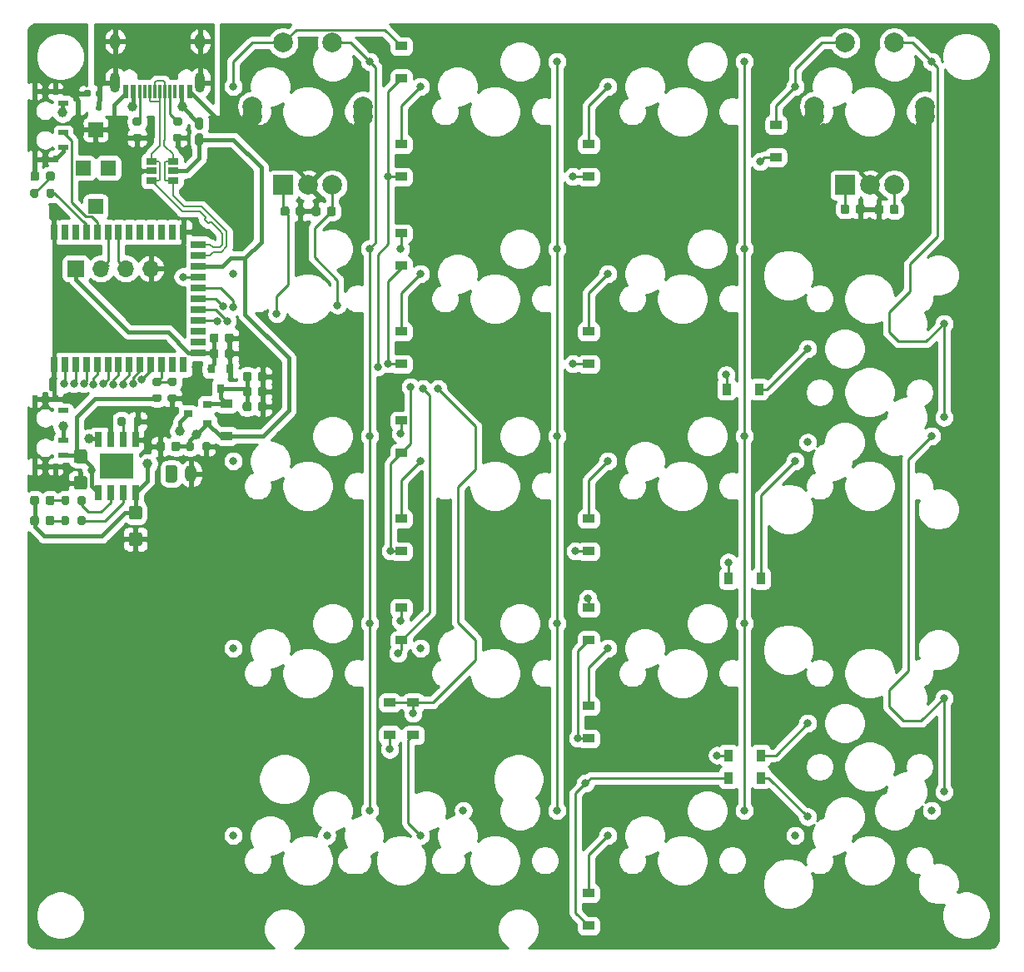
<source format=gbr>
%TF.GenerationSoftware,KiCad,Pcbnew,(5.1.9)-1*%
%TF.CreationDate,2021-08-24T14:53:50+02:00*%
%TF.ProjectId,unWired refernce,756e5769-7265-4642-9072-656665726e63,rev?*%
%TF.SameCoordinates,Original*%
%TF.FileFunction,Copper,L1,Top*%
%TF.FilePolarity,Positive*%
%FSLAX46Y46*%
G04 Gerber Fmt 4.6, Leading zero omitted, Abs format (unit mm)*
G04 Created by KiCad (PCBNEW (5.1.9)-1) date 2021-08-24 14:53:50*
%MOMM*%
%LPD*%
G01*
G04 APERTURE LIST*
%TA.AperFunction,SMDPad,CuDef*%
%ADD10R,0.500000X0.800000*%
%TD*%
%TA.AperFunction,SMDPad,CuDef*%
%ADD11R,1.000000X0.500000*%
%TD*%
%TA.AperFunction,ComponentPad*%
%ADD12O,1.700000X1.700000*%
%TD*%
%TA.AperFunction,ComponentPad*%
%ADD13R,1.700000X1.700000*%
%TD*%
%TA.AperFunction,SMDPad,CuDef*%
%ADD14R,0.700000X1.524000*%
%TD*%
%TA.AperFunction,SMDPad,CuDef*%
%ADD15R,1.524000X0.700000*%
%TD*%
%TA.AperFunction,SMDPad,CuDef*%
%ADD16R,3.402000X2.513000*%
%TD*%
%TA.AperFunction,SMDPad,CuDef*%
%ADD17R,0.700000X1.525000*%
%TD*%
%TA.AperFunction,ComponentPad*%
%ADD18C,2.000000*%
%TD*%
%TA.AperFunction,WasherPad*%
%ADD19C,2.000000*%
%TD*%
%TA.AperFunction,ComponentPad*%
%ADD20R,2.000000X2.000000*%
%TD*%
%TA.AperFunction,ComponentPad*%
%ADD21O,1.200000X1.750000*%
%TD*%
%TA.AperFunction,SMDPad,CuDef*%
%ADD22R,0.900000X0.800000*%
%TD*%
%TA.AperFunction,SMDPad,CuDef*%
%ADD23R,1.500000X1.500000*%
%TD*%
%TA.AperFunction,SMDPad,CuDef*%
%ADD24R,0.900000X1.200000*%
%TD*%
%TA.AperFunction,SMDPad,CuDef*%
%ADD25R,1.200000X0.900000*%
%TD*%
%TA.AperFunction,SMDPad,CuDef*%
%ADD26R,0.800000X0.900000*%
%TD*%
%TA.AperFunction,SMDPad,CuDef*%
%ADD27R,0.600000X0.450000*%
%TD*%
%TA.AperFunction,SMDPad,CuDef*%
%ADD28R,0.600000X1.450000*%
%TD*%
%TA.AperFunction,SMDPad,CuDef*%
%ADD29R,0.300000X1.450000*%
%TD*%
%TA.AperFunction,ComponentPad*%
%ADD30O,1.000000X2.100000*%
%TD*%
%TA.AperFunction,ComponentPad*%
%ADD31O,1.000000X1.600000*%
%TD*%
%TA.AperFunction,SMDPad,CuDef*%
%ADD32R,1.060000X0.650000*%
%TD*%
%TA.AperFunction,ViaPad*%
%ADD33C,1.000000*%
%TD*%
%TA.AperFunction,ViaPad*%
%ADD34C,0.800000*%
%TD*%
%TA.AperFunction,Conductor*%
%ADD35C,0.450000*%
%TD*%
%TA.AperFunction,Conductor*%
%ADD36C,0.250000*%
%TD*%
%TA.AperFunction,Conductor*%
%ADD37C,0.200000*%
%TD*%
%TA.AperFunction,Conductor*%
%ADD38C,0.254000*%
%TD*%
%TA.AperFunction,Conductor*%
%ADD39C,0.100000*%
%TD*%
G04 APERTURE END LIST*
D10*
%TO.P,S2,MP*%
%TO.N,GND*%
X40850000Y-47190000D03*
X38750000Y-47190000D03*
X38750000Y-54090000D03*
X40850000Y-54090000D03*
D11*
%TO.P,S2,C1*%
X41650000Y-52890000D03*
%TO.P,S2,B1*%
%TO.N,Switch*%
X41650000Y-51390000D03*
%TO.P,S2,A1*%
%TO.N,VDD_nRF*%
X41650000Y-48390000D03*
%TD*%
D10*
%TO.P,S1,MP*%
%TO.N,GND*%
X40850000Y-78490000D03*
X38750000Y-78490000D03*
X38750000Y-85390000D03*
X40850000Y-85390000D03*
D11*
%TO.P,S1,C1*%
%TO.N,VBAT*%
X41650000Y-84190000D03*
%TO.P,S1,B1*%
%TO.N,V_BAT*%
X41650000Y-82690000D03*
%TO.P,S1,A1*%
%TO.N,N/C*%
X41650000Y-79690000D03*
%TD*%
%TO.P,R9,2*%
%TO.N,LED*%
%TA.AperFunction,SMDPad,CuDef*%
G36*
G01*
X39955000Y-57845000D02*
X39955000Y-57295000D01*
G75*
G02*
X40155000Y-57095000I200000J0D01*
G01*
X40555000Y-57095000D01*
G75*
G02*
X40755000Y-57295000I0J-200000D01*
G01*
X40755000Y-57845000D01*
G75*
G02*
X40555000Y-58045000I-200000J0D01*
G01*
X40155000Y-58045000D01*
G75*
G02*
X39955000Y-57845000I0J200000D01*
G01*
G37*
%TD.AperFunction*%
%TO.P,R9,1*%
%TO.N,Net-(LED3-Pad2)*%
%TA.AperFunction,SMDPad,CuDef*%
G36*
G01*
X38305000Y-57845000D02*
X38305000Y-57295000D01*
G75*
G02*
X38505000Y-57095000I200000J0D01*
G01*
X38905000Y-57095000D01*
G75*
G02*
X39105000Y-57295000I0J-200000D01*
G01*
X39105000Y-57845000D01*
G75*
G02*
X38905000Y-58045000I-200000J0D01*
G01*
X38505000Y-58045000D01*
G75*
G02*
X38305000Y-57845000I0J200000D01*
G01*
G37*
%TD.AperFunction*%
%TD*%
%TO.P,LED3,2*%
%TO.N,Net-(LED3-Pad2)*%
%TA.AperFunction,SMDPad,CuDef*%
G36*
G01*
X39900000Y-56096250D02*
X39900000Y-55583750D01*
G75*
G02*
X40118750Y-55365000I218750J0D01*
G01*
X40556250Y-55365000D01*
G75*
G02*
X40775000Y-55583750I0J-218750D01*
G01*
X40775000Y-56096250D01*
G75*
G02*
X40556250Y-56315000I-218750J0D01*
G01*
X40118750Y-56315000D01*
G75*
G02*
X39900000Y-56096250I0J218750D01*
G01*
G37*
%TD.AperFunction*%
%TO.P,LED3,1*%
%TO.N,GND*%
%TA.AperFunction,SMDPad,CuDef*%
G36*
G01*
X38325000Y-56096250D02*
X38325000Y-55583750D01*
G75*
G02*
X38543750Y-55365000I218750J0D01*
G01*
X38981250Y-55365000D01*
G75*
G02*
X39200000Y-55583750I0J-218750D01*
G01*
X39200000Y-56096250D01*
G75*
G02*
X38981250Y-56315000I-218750J0D01*
G01*
X38543750Y-56315000D01*
G75*
G02*
X38325000Y-56096250I0J218750D01*
G01*
G37*
%TD.AperFunction*%
%TD*%
D12*
%TO.P,J3,4*%
%TO.N,GND*%
X50540000Y-65250000D03*
%TO.P,J3,3*%
%TO.N,SWDCLK*%
X48000000Y-65250000D03*
%TO.P,J3,2*%
%TO.N,SWDIO*%
X45460000Y-65250000D03*
D13*
%TO.P,J3,1*%
%TO.N,VDD_nRF*%
X42920000Y-65250000D03*
%TD*%
D14*
%TO.P,U2,37*%
%TO.N,GND*%
X40680000Y-61520000D03*
%TO.P,U2,36*%
%TO.N,N/C*%
X41780000Y-61520000D03*
%TO.P,U2,35*%
X42880000Y-61520000D03*
%TO.P,U2,34*%
%TO.N,LED*%
X43980000Y-61520000D03*
%TO.P,U2,33*%
%TO.N,Switch*%
X45080000Y-61520000D03*
%TO.P,U2,32*%
%TO.N,SWDIO*%
X46180000Y-61520000D03*
%TO.P,U2,31*%
%TO.N,SWDCLK*%
X47280000Y-61520000D03*
%TO.P,U2,30*%
%TO.N,N/C*%
X48380000Y-61520000D03*
%TO.P,U2,29*%
X49480000Y-61520000D03*
%TO.P,U2,28*%
X50580000Y-61520000D03*
%TO.P,U2,27*%
X51680000Y-61520000D03*
%TO.P,U2,26*%
X52780000Y-61520000D03*
%TO.P,U2,25*%
%TO.N,GND*%
X53880000Y-61520000D03*
D15*
%TO.P,U2,24*%
%TO.N,D+*%
X55380000Y-62770000D03*
%TO.P,U2,23*%
%TO.N,D-*%
X55380000Y-63870000D03*
%TO.P,U2,22*%
%TO.N,VBUS*%
X55380000Y-64970000D03*
%TO.P,U2,21*%
%TO.N,RESET*%
X55380000Y-66070000D03*
%TO.P,U2,20*%
%TO.N,Enc_0_A*%
X55380000Y-67170000D03*
%TO.P,U2,19*%
%TO.N,Enc_0_B*%
X55380000Y-68270000D03*
%TO.P,U2,18*%
%TO.N,Enc_1_A*%
X55380000Y-69370000D03*
%TO.P,U2,17*%
%TO.N,Enc_1_B*%
X55380000Y-70470000D03*
%TO.P,U2,16*%
%TO.N,N/C*%
X55380000Y-71570000D03*
%TO.P,U2,15*%
X55380000Y-72670000D03*
%TO.P,U2,14*%
%TO.N,VDD_nRF*%
X55380000Y-73770000D03*
D14*
%TO.P,U2,13*%
%TO.N,N/C*%
X53880000Y-75020000D03*
%TO.P,U2,12*%
X52780000Y-75020000D03*
%TO.P,U2,11*%
%TO.N,VSense*%
X51680000Y-75020000D03*
%TO.P,U2,10*%
%TO.N,Row_0*%
X50580000Y-75020000D03*
%TO.P,U2,9*%
%TO.N,Row_1*%
X49480000Y-75020000D03*
%TO.P,U2,8*%
%TO.N,Row_2*%
X48380000Y-75020000D03*
%TO.P,U2,7*%
%TO.N,Row_3*%
X47280000Y-75020000D03*
%TO.P,U2,6*%
%TO.N,Row_4*%
X46180000Y-75020000D03*
%TO.P,U2,5*%
%TO.N,Col_3*%
X45080000Y-75020000D03*
%TO.P,U2,4*%
%TO.N,Col_2*%
X43980000Y-75020000D03*
%TO.P,U2,3*%
%TO.N,Col_1*%
X42880000Y-75020000D03*
%TO.P,U2,2*%
%TO.N,Col_0*%
X41780000Y-75020000D03*
%TO.P,U2,1*%
%TO.N,GND*%
X40680000Y-75020000D03*
%TD*%
D16*
%TO.P,U3,9*%
%TO.N,N/C*%
X47070000Y-85340000D03*
D17*
%TO.P,U3,8*%
%TO.N,VBUS*%
X48975000Y-88052000D03*
%TO.P,U3,7*%
%TO.N,Net-(R3-Pad2)*%
X47705000Y-88052000D03*
%TO.P,U3,6*%
%TO.N,Net-(R4-Pad1)*%
X46435000Y-88052000D03*
%TO.P,U3,5*%
%TO.N,VBAT*%
X45165000Y-88052000D03*
%TO.P,U3,4*%
%TO.N,VBUS*%
X45165000Y-82628000D03*
%TO.P,U3,3*%
%TO.N,GND*%
X46435000Y-82628000D03*
%TO.P,U3,2*%
%TO.N,Net-(R5-Pad2)*%
X47705000Y-82628000D03*
%TO.P,U3,1*%
%TO.N,GND*%
X48975000Y-82628000D03*
%TD*%
D18*
%TO.P,ENC2,MP*%
%TO.N,GND*%
X129250000Y-49790000D03*
D19*
%TO.P,ENC2,*%
%TO.N,*%
X129250000Y-48710000D03*
X118050000Y-48710000D03*
D20*
%TO.P,ENC2,A*%
%TO.N,Enc_1_A*%
X121150000Y-56750000D03*
D18*
%TO.P,ENC2,C*%
%TO.N,GND*%
X123650000Y-56750000D03*
%TO.P,ENC2,B*%
%TO.N,Enc_1_B*%
X126150000Y-56750000D03*
%TO.P,ENC2,S2*%
%TO.N,Enc_1*%
X121150000Y-42250000D03*
%TO.P,ENC2,S1*%
%TO.N,Col_3*%
X126150000Y-42250000D03*
%TO.P,ENC2,MP*%
%TO.N,GND*%
X118050000Y-49790000D03*
%TD*%
%TO.P,ENC1,MP*%
%TO.N,GND*%
X72100000Y-49790000D03*
D19*
%TO.P,ENC1,*%
%TO.N,*%
X72100000Y-48710000D03*
X60900000Y-48710000D03*
D20*
%TO.P,ENC1,A*%
%TO.N,Enc_0_A*%
X64000000Y-56750000D03*
D18*
%TO.P,ENC1,C*%
%TO.N,GND*%
X66500000Y-56750000D03*
%TO.P,ENC1,B*%
%TO.N,Enc_0_B*%
X69000000Y-56750000D03*
%TO.P,ENC1,S2*%
%TO.N,Enc_0*%
X64000000Y-42250000D03*
%TO.P,ENC1,S1*%
%TO.N,Col_0*%
X69000000Y-42250000D03*
%TO.P,ENC1,MP*%
%TO.N,GND*%
X60900000Y-49790000D03*
%TD*%
D21*
%TO.P,J2,2*%
%TO.N,GND*%
X54630000Y-86110000D03*
%TO.P,J2,1*%
%TO.N,VBAT*%
%TA.AperFunction,ComponentPad*%
G36*
G01*
X52030000Y-86735001D02*
X52030000Y-85484999D01*
G75*
G02*
X52279999Y-85235000I249999J0D01*
G01*
X52980001Y-85235000D01*
G75*
G02*
X53230000Y-85484999I0J-249999D01*
G01*
X53230000Y-86735001D01*
G75*
G02*
X52980001Y-86985000I-249999J0D01*
G01*
X52279999Y-86985000D01*
G75*
G02*
X52030000Y-86735001I0J249999D01*
G01*
G37*
%TD.AperFunction*%
%TD*%
D22*
%TO.P,Q1,3*%
%TO.N,V_BAT*%
X54310000Y-80020000D03*
%TO.P,Q1,2*%
%TO.N,VCC*%
X56310000Y-79070000D03*
%TO.P,Q1,1*%
%TO.N,VBUS*%
X56310000Y-80970000D03*
%TD*%
D23*
%TO.P,SW24,3*%
%TO.N,N/C*%
X43642000Y-54991000D03*
X46242000Y-54991000D03*
%TO.P,SW24,2*%
%TO.N,GND*%
X44942000Y-51091000D03*
%TO.P,SW24,1*%
%TO.N,RESET*%
X44942000Y-58891000D03*
%TD*%
D24*
%TO.P,D20,2*%
%TO.N,Alt_Enter*%
X112590000Y-117050000D03*
%TO.P,D20,1*%
%TO.N,Row_4*%
X109290000Y-117050000D03*
%TD*%
D25*
%TO.P,D19,2*%
%TO.N,Net-(D19-Pad2)*%
X95075000Y-128800000D03*
%TO.P,D19,1*%
%TO.N,Row_4*%
X95075000Y-132100000D03*
%TD*%
%TO.P,D18,2*%
%TO.N,Net-(D18-Pad2)*%
X77220000Y-112700000D03*
%TO.P,D18,1*%
%TO.N,Row_4*%
X77220000Y-109400000D03*
%TD*%
%TO.P,D17,2*%
%TO.N,Alt_0*%
X74840000Y-112690000D03*
%TO.P,D17,1*%
%TO.N,Row_4*%
X74840000Y-109390000D03*
%TD*%
D24*
%TO.P,D16,2*%
%TO.N,Net-(D16-Pad2)*%
X112590000Y-114750000D03*
%TO.P,D16,1*%
%TO.N,Row_3*%
X109290000Y-114750000D03*
%TD*%
D25*
%TO.P,D15,2*%
%TO.N,Net-(D15-Pad2)*%
X95075000Y-109750000D03*
%TO.P,D15,1*%
%TO.N,Row_3*%
X95075000Y-113050000D03*
%TD*%
%TO.P,D14,2*%
%TO.N,Net-(D14-Pad2)*%
X95075000Y-99750000D03*
%TO.P,D14,1*%
%TO.N,Row_3*%
X95075000Y-103050000D03*
%TD*%
%TO.P,D13,2*%
%TO.N,Net-(D13-Pad2)*%
X76025000Y-99750000D03*
%TO.P,D13,1*%
%TO.N,Row_3*%
X76025000Y-103050000D03*
%TD*%
D24*
%TO.P,D12,2*%
%TO.N,Alt_Plus*%
X112590000Y-96790000D03*
%TO.P,D12,1*%
%TO.N,Row_2*%
X109290000Y-96790000D03*
%TD*%
D25*
%TO.P,D11,2*%
%TO.N,Net-(D11-Pad2)*%
X95075000Y-90700000D03*
%TO.P,D11,1*%
%TO.N,Row_2*%
X95075000Y-94000000D03*
%TD*%
%TO.P,D10,2*%
%TO.N,Net-(D10-Pad2)*%
X76025000Y-90700000D03*
%TO.P,D10,1*%
%TO.N,Row_2*%
X76025000Y-94000000D03*
%TD*%
%TO.P,D9,2*%
%TO.N,Net-(D9-Pad2)*%
X76025000Y-80700000D03*
%TO.P,D9,1*%
%TO.N,Row_2*%
X76025000Y-84000000D03*
%TD*%
D24*
%TO.P,D8,2*%
%TO.N,Net-(D8-Pad2)*%
X112400000Y-77510000D03*
%TO.P,D8,1*%
%TO.N,Row_1*%
X109100000Y-77510000D03*
%TD*%
D25*
%TO.P,D7,2*%
%TO.N,Net-(D7-Pad2)*%
X95075000Y-71650000D03*
%TO.P,D7,1*%
%TO.N,Row_1*%
X95075000Y-74950000D03*
%TD*%
%TO.P,D6,2*%
%TO.N,Net-(D6-Pad2)*%
X76025000Y-71650000D03*
%TO.P,D6,1*%
%TO.N,Row_1*%
X76025000Y-74950000D03*
%TD*%
%TO.P,D5,2*%
%TO.N,Net-(D5-Pad2)*%
X76025000Y-61650000D03*
%TO.P,D5,1*%
%TO.N,Row_1*%
X76025000Y-64950000D03*
%TD*%
%TO.P,D4,2*%
%TO.N,Enc_1*%
X114125000Y-50600000D03*
%TO.P,D4,1*%
%TO.N,Row_0*%
X114125000Y-53900000D03*
%TD*%
%TO.P,D3,2*%
%TO.N,Net-(D3-Pad2)*%
X95075000Y-52600000D03*
%TO.P,D3,1*%
%TO.N,Row_0*%
X95075000Y-55900000D03*
%TD*%
%TO.P,D2,2*%
%TO.N,Net-(D2-Pad2)*%
X76025000Y-52600000D03*
%TO.P,D2,1*%
%TO.N,Row_0*%
X76025000Y-55900000D03*
%TD*%
%TO.P,D1,2*%
%TO.N,Enc_0*%
X76025000Y-42600000D03*
%TO.P,D1,1*%
%TO.N,Row_0*%
X76025000Y-45900000D03*
%TD*%
%TO.P,C12,2*%
%TO.N,Enc_1_B*%
%TA.AperFunction,SMDPad,CuDef*%
G36*
G01*
X125705000Y-59470000D02*
X125705000Y-58970000D01*
G75*
G02*
X125930000Y-58745000I225000J0D01*
G01*
X126380000Y-58745000D01*
G75*
G02*
X126605000Y-58970000I0J-225000D01*
G01*
X126605000Y-59470000D01*
G75*
G02*
X126380000Y-59695000I-225000J0D01*
G01*
X125930000Y-59695000D01*
G75*
G02*
X125705000Y-59470000I0J225000D01*
G01*
G37*
%TD.AperFunction*%
%TO.P,C12,1*%
%TO.N,GND*%
%TA.AperFunction,SMDPad,CuDef*%
G36*
G01*
X124155000Y-59470000D02*
X124155000Y-58970000D01*
G75*
G02*
X124380000Y-58745000I225000J0D01*
G01*
X124830000Y-58745000D01*
G75*
G02*
X125055000Y-58970000I0J-225000D01*
G01*
X125055000Y-59470000D01*
G75*
G02*
X124830000Y-59695000I-225000J0D01*
G01*
X124380000Y-59695000D01*
G75*
G02*
X124155000Y-59470000I0J225000D01*
G01*
G37*
%TD.AperFunction*%
%TD*%
%TO.P,C11,2*%
%TO.N,GND*%
%TA.AperFunction,SMDPad,CuDef*%
G36*
G01*
X122245000Y-59440000D02*
X122245000Y-58940000D01*
G75*
G02*
X122470000Y-58715000I225000J0D01*
G01*
X122920000Y-58715000D01*
G75*
G02*
X123145000Y-58940000I0J-225000D01*
G01*
X123145000Y-59440000D01*
G75*
G02*
X122920000Y-59665000I-225000J0D01*
G01*
X122470000Y-59665000D01*
G75*
G02*
X122245000Y-59440000I0J225000D01*
G01*
G37*
%TD.AperFunction*%
%TO.P,C11,1*%
%TO.N,Enc_1_A*%
%TA.AperFunction,SMDPad,CuDef*%
G36*
G01*
X120695000Y-59440000D02*
X120695000Y-58940000D01*
G75*
G02*
X120920000Y-58715000I225000J0D01*
G01*
X121370000Y-58715000D01*
G75*
G02*
X121595000Y-58940000I0J-225000D01*
G01*
X121595000Y-59440000D01*
G75*
G02*
X121370000Y-59665000I-225000J0D01*
G01*
X120920000Y-59665000D01*
G75*
G02*
X120695000Y-59440000I0J225000D01*
G01*
G37*
%TD.AperFunction*%
%TD*%
%TO.P,C10,2*%
%TO.N,Enc_0_B*%
%TA.AperFunction,SMDPad,CuDef*%
G36*
G01*
X68455000Y-59660000D02*
X68455000Y-59160000D01*
G75*
G02*
X68680000Y-58935000I225000J0D01*
G01*
X69130000Y-58935000D01*
G75*
G02*
X69355000Y-59160000I0J-225000D01*
G01*
X69355000Y-59660000D01*
G75*
G02*
X69130000Y-59885000I-225000J0D01*
G01*
X68680000Y-59885000D01*
G75*
G02*
X68455000Y-59660000I0J225000D01*
G01*
G37*
%TD.AperFunction*%
%TO.P,C10,1*%
%TO.N,GND*%
%TA.AperFunction,SMDPad,CuDef*%
G36*
G01*
X66905000Y-59660000D02*
X66905000Y-59160000D01*
G75*
G02*
X67130000Y-58935000I225000J0D01*
G01*
X67580000Y-58935000D01*
G75*
G02*
X67805000Y-59160000I0J-225000D01*
G01*
X67805000Y-59660000D01*
G75*
G02*
X67580000Y-59885000I-225000J0D01*
G01*
X67130000Y-59885000D01*
G75*
G02*
X66905000Y-59660000I0J225000D01*
G01*
G37*
%TD.AperFunction*%
%TD*%
%TO.P,C9,2*%
%TO.N,GND*%
%TA.AperFunction,SMDPad,CuDef*%
G36*
G01*
X65295000Y-59650000D02*
X65295000Y-59150000D01*
G75*
G02*
X65520000Y-58925000I225000J0D01*
G01*
X65970000Y-58925000D01*
G75*
G02*
X66195000Y-59150000I0J-225000D01*
G01*
X66195000Y-59650000D01*
G75*
G02*
X65970000Y-59875000I-225000J0D01*
G01*
X65520000Y-59875000D01*
G75*
G02*
X65295000Y-59650000I0J225000D01*
G01*
G37*
%TD.AperFunction*%
%TO.P,C9,1*%
%TO.N,Enc_0_A*%
%TA.AperFunction,SMDPad,CuDef*%
G36*
G01*
X63745000Y-59650000D02*
X63745000Y-59150000D01*
G75*
G02*
X63970000Y-58925000I225000J0D01*
G01*
X64420000Y-58925000D01*
G75*
G02*
X64645000Y-59150000I0J-225000D01*
G01*
X64645000Y-59650000D01*
G75*
G02*
X64420000Y-59875000I-225000J0D01*
G01*
X63970000Y-59875000D01*
G75*
G02*
X63745000Y-59650000I0J225000D01*
G01*
G37*
%TD.AperFunction*%
%TD*%
%TO.P,R8,2*%
%TO.N,VSense*%
%TA.AperFunction,SMDPad,CuDef*%
G36*
G01*
X53005000Y-77155000D02*
X52455000Y-77155000D01*
G75*
G02*
X52255000Y-76955000I0J200000D01*
G01*
X52255000Y-76555000D01*
G75*
G02*
X52455000Y-76355000I200000J0D01*
G01*
X53005000Y-76355000D01*
G75*
G02*
X53205000Y-76555000I0J-200000D01*
G01*
X53205000Y-76955000D01*
G75*
G02*
X53005000Y-77155000I-200000J0D01*
G01*
G37*
%TD.AperFunction*%
%TO.P,R8,1*%
%TO.N,GND*%
%TA.AperFunction,SMDPad,CuDef*%
G36*
G01*
X53005000Y-78805000D02*
X52455000Y-78805000D01*
G75*
G02*
X52255000Y-78605000I0J200000D01*
G01*
X52255000Y-78205000D01*
G75*
G02*
X52455000Y-78005000I200000J0D01*
G01*
X53005000Y-78005000D01*
G75*
G02*
X53205000Y-78205000I0J-200000D01*
G01*
X53205000Y-78605000D01*
G75*
G02*
X53005000Y-78805000I-200000J0D01*
G01*
G37*
%TD.AperFunction*%
%TD*%
%TO.P,R7,2*%
%TO.N,VBAT*%
%TA.AperFunction,SMDPad,CuDef*%
G36*
G01*
X50905000Y-78005000D02*
X51455000Y-78005000D01*
G75*
G02*
X51655000Y-78205000I0J-200000D01*
G01*
X51655000Y-78605000D01*
G75*
G02*
X51455000Y-78805000I-200000J0D01*
G01*
X50905000Y-78805000D01*
G75*
G02*
X50705000Y-78605000I0J200000D01*
G01*
X50705000Y-78205000D01*
G75*
G02*
X50905000Y-78005000I200000J0D01*
G01*
G37*
%TD.AperFunction*%
%TO.P,R7,1*%
%TO.N,VSense*%
%TA.AperFunction,SMDPad,CuDef*%
G36*
G01*
X50905000Y-76355000D02*
X51455000Y-76355000D01*
G75*
G02*
X51655000Y-76555000I0J-200000D01*
G01*
X51655000Y-76955000D01*
G75*
G02*
X51455000Y-77155000I-200000J0D01*
G01*
X50905000Y-77155000D01*
G75*
G02*
X50705000Y-76955000I0J200000D01*
G01*
X50705000Y-76555000D01*
G75*
G02*
X50905000Y-76355000I200000J0D01*
G01*
G37*
%TD.AperFunction*%
%TD*%
D26*
%TO.P,U4,3*%
%TO.N,VCC*%
X57660000Y-77440000D03*
%TO.P,U4,2*%
%TO.N,VDD_nRF*%
X56710000Y-75440000D03*
%TO.P,U4,1*%
%TO.N,GND*%
X58610000Y-75440000D03*
%TD*%
%TO.P,C8,2*%
%TO.N,GND*%
%TA.AperFunction,SMDPad,CuDef*%
G36*
G01*
X58087000Y-72547000D02*
X58087000Y-72047000D01*
G75*
G02*
X58312000Y-71822000I225000J0D01*
G01*
X58762000Y-71822000D01*
G75*
G02*
X58987000Y-72047000I0J-225000D01*
G01*
X58987000Y-72547000D01*
G75*
G02*
X58762000Y-72772000I-225000J0D01*
G01*
X58312000Y-72772000D01*
G75*
G02*
X58087000Y-72547000I0J225000D01*
G01*
G37*
%TD.AperFunction*%
%TO.P,C8,1*%
%TO.N,VDD_nRF*%
%TA.AperFunction,SMDPad,CuDef*%
G36*
G01*
X56537000Y-72547000D02*
X56537000Y-72047000D01*
G75*
G02*
X56762000Y-71822000I225000J0D01*
G01*
X57212000Y-71822000D01*
G75*
G02*
X57437000Y-72047000I0J-225000D01*
G01*
X57437000Y-72547000D01*
G75*
G02*
X57212000Y-72772000I-225000J0D01*
G01*
X56762000Y-72772000D01*
G75*
G02*
X56537000Y-72547000I0J225000D01*
G01*
G37*
%TD.AperFunction*%
%TD*%
%TO.P,C7,2*%
%TO.N,GND*%
%TA.AperFunction,SMDPad,CuDef*%
G36*
G01*
X58087000Y-74137000D02*
X58087000Y-73637000D01*
G75*
G02*
X58312000Y-73412000I225000J0D01*
G01*
X58762000Y-73412000D01*
G75*
G02*
X58987000Y-73637000I0J-225000D01*
G01*
X58987000Y-74137000D01*
G75*
G02*
X58762000Y-74362000I-225000J0D01*
G01*
X58312000Y-74362000D01*
G75*
G02*
X58087000Y-74137000I0J225000D01*
G01*
G37*
%TD.AperFunction*%
%TO.P,C7,1*%
%TO.N,VDD_nRF*%
%TA.AperFunction,SMDPad,CuDef*%
G36*
G01*
X56537000Y-74137000D02*
X56537000Y-73637000D01*
G75*
G02*
X56762000Y-73412000I225000J0D01*
G01*
X57212000Y-73412000D01*
G75*
G02*
X57437000Y-73637000I0J-225000D01*
G01*
X57437000Y-74137000D01*
G75*
G02*
X57212000Y-74362000I-225000J0D01*
G01*
X56762000Y-74362000D01*
G75*
G02*
X56537000Y-74137000I0J225000D01*
G01*
G37*
%TD.AperFunction*%
%TD*%
%TO.P,C6,2*%
%TO.N,GND*%
%TA.AperFunction,SMDPad,CuDef*%
G36*
G01*
X61451000Y-77994000D02*
X61451000Y-77494000D01*
G75*
G02*
X61676000Y-77269000I225000J0D01*
G01*
X62126000Y-77269000D01*
G75*
G02*
X62351000Y-77494000I0J-225000D01*
G01*
X62351000Y-77994000D01*
G75*
G02*
X62126000Y-78219000I-225000J0D01*
G01*
X61676000Y-78219000D01*
G75*
G02*
X61451000Y-77994000I0J225000D01*
G01*
G37*
%TD.AperFunction*%
%TO.P,C6,1*%
%TO.N,VCC*%
%TA.AperFunction,SMDPad,CuDef*%
G36*
G01*
X59901000Y-77994000D02*
X59901000Y-77494000D01*
G75*
G02*
X60126000Y-77269000I225000J0D01*
G01*
X60576000Y-77269000D01*
G75*
G02*
X60801000Y-77494000I0J-225000D01*
G01*
X60801000Y-77994000D01*
G75*
G02*
X60576000Y-78219000I-225000J0D01*
G01*
X60126000Y-78219000D01*
G75*
G02*
X59901000Y-77994000I0J225000D01*
G01*
G37*
%TD.AperFunction*%
%TD*%
%TO.P,C5,2*%
%TO.N,GND*%
%TA.AperFunction,SMDPad,CuDef*%
G36*
G01*
X61445000Y-79520000D02*
X61445000Y-79020000D01*
G75*
G02*
X61670000Y-78795000I225000J0D01*
G01*
X62120000Y-78795000D01*
G75*
G02*
X62345000Y-79020000I0J-225000D01*
G01*
X62345000Y-79520000D01*
G75*
G02*
X62120000Y-79745000I-225000J0D01*
G01*
X61670000Y-79745000D01*
G75*
G02*
X61445000Y-79520000I0J225000D01*
G01*
G37*
%TD.AperFunction*%
%TO.P,C5,1*%
%TO.N,VCC*%
%TA.AperFunction,SMDPad,CuDef*%
G36*
G01*
X59895000Y-79520000D02*
X59895000Y-79020000D01*
G75*
G02*
X60120000Y-78795000I225000J0D01*
G01*
X60570000Y-78795000D01*
G75*
G02*
X60795000Y-79020000I0J-225000D01*
G01*
X60795000Y-79520000D01*
G75*
G02*
X60570000Y-79745000I-225000J0D01*
G01*
X60120000Y-79745000D01*
G75*
G02*
X59895000Y-79520000I0J225000D01*
G01*
G37*
%TD.AperFunction*%
%TD*%
%TO.P,C4,2*%
%TO.N,GND*%
%TA.AperFunction,SMDPad,CuDef*%
G36*
G01*
X61451000Y-76470000D02*
X61451000Y-75970000D01*
G75*
G02*
X61676000Y-75745000I225000J0D01*
G01*
X62126000Y-75745000D01*
G75*
G02*
X62351000Y-75970000I0J-225000D01*
G01*
X62351000Y-76470000D01*
G75*
G02*
X62126000Y-76695000I-225000J0D01*
G01*
X61676000Y-76695000D01*
G75*
G02*
X61451000Y-76470000I0J225000D01*
G01*
G37*
%TD.AperFunction*%
%TO.P,C4,1*%
%TO.N,VCC*%
%TA.AperFunction,SMDPad,CuDef*%
G36*
G01*
X59901000Y-76470000D02*
X59901000Y-75970000D01*
G75*
G02*
X60126000Y-75745000I225000J0D01*
G01*
X60576000Y-75745000D01*
G75*
G02*
X60801000Y-75970000I0J-225000D01*
G01*
X60801000Y-76470000D01*
G75*
G02*
X60576000Y-76695000I-225000J0D01*
G01*
X60126000Y-76695000D01*
G75*
G02*
X59901000Y-76470000I0J225000D01*
G01*
G37*
%TD.AperFunction*%
%TD*%
%TO.P,R6,2*%
%TO.N,GND*%
%TA.AperFunction,SMDPad,CuDef*%
G36*
G01*
X55797000Y-83603000D02*
X55797000Y-83053000D01*
G75*
G02*
X55997000Y-82853000I200000J0D01*
G01*
X56397000Y-82853000D01*
G75*
G02*
X56597000Y-83053000I0J-200000D01*
G01*
X56597000Y-83603000D01*
G75*
G02*
X56397000Y-83803000I-200000J0D01*
G01*
X55997000Y-83803000D01*
G75*
G02*
X55797000Y-83603000I0J200000D01*
G01*
G37*
%TD.AperFunction*%
%TO.P,R6,1*%
%TO.N,VBUS*%
%TA.AperFunction,SMDPad,CuDef*%
G36*
G01*
X54147000Y-83603000D02*
X54147000Y-83053000D01*
G75*
G02*
X54347000Y-82853000I200000J0D01*
G01*
X54747000Y-82853000D01*
G75*
G02*
X54947000Y-83053000I0J-200000D01*
G01*
X54947000Y-83603000D01*
G75*
G02*
X54747000Y-83803000I-200000J0D01*
G01*
X54347000Y-83803000D01*
G75*
G02*
X54147000Y-83603000I0J200000D01*
G01*
G37*
%TD.AperFunction*%
%TD*%
D25*
%TO.P,ZD1,2*%
%TO.N,VBUS*%
X58240000Y-82270000D03*
%TO.P,ZD1,1*%
%TO.N,VCC*%
X58240000Y-78970000D03*
%TD*%
%TO.P,C3,2*%
%TO.N,GND*%
%TA.AperFunction,SMDPad,CuDef*%
G36*
G01*
X42974999Y-86330000D02*
X43825001Y-86330000D01*
G75*
G02*
X44075000Y-86579999I0J-249999D01*
G01*
X44075000Y-87480001D01*
G75*
G02*
X43825001Y-87730000I-249999J0D01*
G01*
X42974999Y-87730000D01*
G75*
G02*
X42725000Y-87480001I0J249999D01*
G01*
X42725000Y-86579999D01*
G75*
G02*
X42974999Y-86330000I249999J0D01*
G01*
G37*
%TD.AperFunction*%
%TO.P,C3,1*%
%TO.N,VBAT*%
%TA.AperFunction,SMDPad,CuDef*%
G36*
G01*
X42974999Y-83630000D02*
X43825001Y-83630000D01*
G75*
G02*
X44075000Y-83879999I0J-249999D01*
G01*
X44075000Y-84780001D01*
G75*
G02*
X43825001Y-85030000I-249999J0D01*
G01*
X42974999Y-85030000D01*
G75*
G02*
X42725000Y-84780001I0J249999D01*
G01*
X42725000Y-83879999D01*
G75*
G02*
X42974999Y-83630000I249999J0D01*
G01*
G37*
%TD.AperFunction*%
%TD*%
%TO.P,LED1,2*%
%TO.N,VBUS*%
%TA.AperFunction,SMDPad,CuDef*%
G36*
G01*
X39170000Y-90615750D02*
X39170000Y-91128250D01*
G75*
G02*
X38951250Y-91347000I-218750J0D01*
G01*
X38513750Y-91347000D01*
G75*
G02*
X38295000Y-91128250I0J218750D01*
G01*
X38295000Y-90615750D01*
G75*
G02*
X38513750Y-90397000I218750J0D01*
G01*
X38951250Y-90397000D01*
G75*
G02*
X39170000Y-90615750I0J-218750D01*
G01*
G37*
%TD.AperFunction*%
%TO.P,LED1,1*%
%TO.N,Net-(LED1-Pad1)*%
%TA.AperFunction,SMDPad,CuDef*%
G36*
G01*
X40745000Y-90615750D02*
X40745000Y-91128250D01*
G75*
G02*
X40526250Y-91347000I-218750J0D01*
G01*
X40088750Y-91347000D01*
G75*
G02*
X39870000Y-91128250I0J218750D01*
G01*
X39870000Y-90615750D01*
G75*
G02*
X40088750Y-90397000I218750J0D01*
G01*
X40526250Y-90397000D01*
G75*
G02*
X40745000Y-90615750I0J-218750D01*
G01*
G37*
%TD.AperFunction*%
%TD*%
%TO.P,LED2,2*%
%TO.N,VBUS*%
%TA.AperFunction,SMDPad,CuDef*%
G36*
G01*
X39170000Y-88561750D02*
X39170000Y-89074250D01*
G75*
G02*
X38951250Y-89293000I-218750J0D01*
G01*
X38513750Y-89293000D01*
G75*
G02*
X38295000Y-89074250I0J218750D01*
G01*
X38295000Y-88561750D01*
G75*
G02*
X38513750Y-88343000I218750J0D01*
G01*
X38951250Y-88343000D01*
G75*
G02*
X39170000Y-88561750I0J-218750D01*
G01*
G37*
%TD.AperFunction*%
%TO.P,LED2,1*%
%TO.N,Net-(LED2-Pad1)*%
%TA.AperFunction,SMDPad,CuDef*%
G36*
G01*
X40745000Y-88561750D02*
X40745000Y-89074250D01*
G75*
G02*
X40526250Y-89293000I-218750J0D01*
G01*
X40088750Y-89293000D01*
G75*
G02*
X39870000Y-89074250I0J218750D01*
G01*
X39870000Y-88561750D01*
G75*
G02*
X40088750Y-88343000I218750J0D01*
G01*
X40526250Y-88343000D01*
G75*
G02*
X40745000Y-88561750I0J-218750D01*
G01*
G37*
%TD.AperFunction*%
%TD*%
%TO.P,C2,2*%
%TO.N,GND*%
%TA.AperFunction,SMDPad,CuDef*%
G36*
G01*
X51999000Y-83078000D02*
X51999000Y-83578000D01*
G75*
G02*
X51774000Y-83803000I-225000J0D01*
G01*
X51324000Y-83803000D01*
G75*
G02*
X51099000Y-83578000I0J225000D01*
G01*
X51099000Y-83078000D01*
G75*
G02*
X51324000Y-82853000I225000J0D01*
G01*
X51774000Y-82853000D01*
G75*
G02*
X51999000Y-83078000I0J-225000D01*
G01*
G37*
%TD.AperFunction*%
%TO.P,C2,1*%
%TO.N,VBUS*%
%TA.AperFunction,SMDPad,CuDef*%
G36*
G01*
X53549000Y-83078000D02*
X53549000Y-83578000D01*
G75*
G02*
X53324000Y-83803000I-225000J0D01*
G01*
X52874000Y-83803000D01*
G75*
G02*
X52649000Y-83578000I0J225000D01*
G01*
X52649000Y-83078000D01*
G75*
G02*
X52874000Y-82853000I225000J0D01*
G01*
X53324000Y-82853000D01*
G75*
G02*
X53549000Y-83078000I0J-225000D01*
G01*
G37*
%TD.AperFunction*%
%TD*%
%TO.P,C1,2*%
%TO.N,GND*%
%TA.AperFunction,SMDPad,CuDef*%
G36*
G01*
X48564999Y-92070000D02*
X49415001Y-92070000D01*
G75*
G02*
X49665000Y-92319999I0J-249999D01*
G01*
X49665000Y-93220001D01*
G75*
G02*
X49415001Y-93470000I-249999J0D01*
G01*
X48564999Y-93470000D01*
G75*
G02*
X48315000Y-93220001I0J249999D01*
G01*
X48315000Y-92319999D01*
G75*
G02*
X48564999Y-92070000I249999J0D01*
G01*
G37*
%TD.AperFunction*%
%TO.P,C1,1*%
%TO.N,VBUS*%
%TA.AperFunction,SMDPad,CuDef*%
G36*
G01*
X48564999Y-89370000D02*
X49415001Y-89370000D01*
G75*
G02*
X49665000Y-89619999I0J-249999D01*
G01*
X49665000Y-90520001D01*
G75*
G02*
X49415001Y-90770000I-249999J0D01*
G01*
X48564999Y-90770000D01*
G75*
G02*
X48315000Y-90520001I0J249999D01*
G01*
X48315000Y-89619999D01*
G75*
G02*
X48564999Y-89370000I249999J0D01*
G01*
G37*
%TD.AperFunction*%
%TD*%
%TO.P,R5,2*%
%TO.N,Net-(R5-Pad2)*%
%TA.AperFunction,SMDPad,CuDef*%
G36*
G01*
X47975000Y-80495000D02*
X47975000Y-81045000D01*
G75*
G02*
X47775000Y-81245000I-200000J0D01*
G01*
X47375000Y-81245000D01*
G75*
G02*
X47175000Y-81045000I0J200000D01*
G01*
X47175000Y-80495000D01*
G75*
G02*
X47375000Y-80295000I200000J0D01*
G01*
X47775000Y-80295000D01*
G75*
G02*
X47975000Y-80495000I0J-200000D01*
G01*
G37*
%TD.AperFunction*%
%TO.P,R5,1*%
%TO.N,GND*%
%TA.AperFunction,SMDPad,CuDef*%
G36*
G01*
X49625000Y-80495000D02*
X49625000Y-81045000D01*
G75*
G02*
X49425000Y-81245000I-200000J0D01*
G01*
X49025000Y-81245000D01*
G75*
G02*
X48825000Y-81045000I0J200000D01*
G01*
X48825000Y-80495000D01*
G75*
G02*
X49025000Y-80295000I200000J0D01*
G01*
X49425000Y-80295000D01*
G75*
G02*
X49625000Y-80495000I0J-200000D01*
G01*
G37*
%TD.AperFunction*%
%TD*%
%TO.P,R4,2*%
%TO.N,Net-(LED2-Pad1)*%
%TA.AperFunction,SMDPad,CuDef*%
G36*
G01*
X42255000Y-88543000D02*
X42255000Y-89093000D01*
G75*
G02*
X42055000Y-89293000I-200000J0D01*
G01*
X41655000Y-89293000D01*
G75*
G02*
X41455000Y-89093000I0J200000D01*
G01*
X41455000Y-88543000D01*
G75*
G02*
X41655000Y-88343000I200000J0D01*
G01*
X42055000Y-88343000D01*
G75*
G02*
X42255000Y-88543000I0J-200000D01*
G01*
G37*
%TD.AperFunction*%
%TO.P,R4,1*%
%TO.N,Net-(R4-Pad1)*%
%TA.AperFunction,SMDPad,CuDef*%
G36*
G01*
X43905000Y-88543000D02*
X43905000Y-89093000D01*
G75*
G02*
X43705000Y-89293000I-200000J0D01*
G01*
X43305000Y-89293000D01*
G75*
G02*
X43105000Y-89093000I0J200000D01*
G01*
X43105000Y-88543000D01*
G75*
G02*
X43305000Y-88343000I200000J0D01*
G01*
X43705000Y-88343000D01*
G75*
G02*
X43905000Y-88543000I0J-200000D01*
G01*
G37*
%TD.AperFunction*%
%TD*%
%TO.P,R3,2*%
%TO.N,Net-(R3-Pad2)*%
%TA.AperFunction,SMDPad,CuDef*%
G36*
G01*
X43105000Y-91147000D02*
X43105000Y-90597000D01*
G75*
G02*
X43305000Y-90397000I200000J0D01*
G01*
X43705000Y-90397000D01*
G75*
G02*
X43905000Y-90597000I0J-200000D01*
G01*
X43905000Y-91147000D01*
G75*
G02*
X43705000Y-91347000I-200000J0D01*
G01*
X43305000Y-91347000D01*
G75*
G02*
X43105000Y-91147000I0J200000D01*
G01*
G37*
%TD.AperFunction*%
%TO.P,R3,1*%
%TO.N,Net-(LED1-Pad1)*%
%TA.AperFunction,SMDPad,CuDef*%
G36*
G01*
X41455000Y-91147000D02*
X41455000Y-90597000D01*
G75*
G02*
X41655000Y-90397000I200000J0D01*
G01*
X42055000Y-90397000D01*
G75*
G02*
X42255000Y-90597000I0J-200000D01*
G01*
X42255000Y-91147000D01*
G75*
G02*
X42055000Y-91347000I-200000J0D01*
G01*
X41655000Y-91347000D01*
G75*
G02*
X41455000Y-91147000I0J200000D01*
G01*
G37*
%TD.AperFunction*%
%TD*%
D27*
%TO.P,TVS1,2*%
%TO.N,GNDPWR*%
X45246000Y-48895000D03*
%TO.P,TVS1,1*%
%TO.N,GND*%
X43146000Y-48895000D03*
%TD*%
%TO.P,F1,2*%
%TO.N,V_BUS*%
%TA.AperFunction,SMDPad,CuDef*%
G36*
G01*
X55692500Y-51100000D02*
X55267500Y-51100000D01*
G75*
G02*
X55055000Y-50887500I0J212500D01*
G01*
X55055000Y-50087500D01*
G75*
G02*
X55267500Y-49875000I212500J0D01*
G01*
X55692500Y-49875000D01*
G75*
G02*
X55905000Y-50087500I0J-212500D01*
G01*
X55905000Y-50887500D01*
G75*
G02*
X55692500Y-51100000I-212500J0D01*
G01*
G37*
%TD.AperFunction*%
%TO.P,F1,1*%
%TO.N,VBUS*%
%TA.AperFunction,SMDPad,CuDef*%
G36*
G01*
X55692500Y-52725000D02*
X55267500Y-52725000D01*
G75*
G02*
X55055000Y-52512500I0J212500D01*
G01*
X55055000Y-51712500D01*
G75*
G02*
X55267500Y-51500000I212500J0D01*
G01*
X55692500Y-51500000D01*
G75*
G02*
X55905000Y-51712500I0J-212500D01*
G01*
X55905000Y-52512500D01*
G75*
G02*
X55692500Y-52725000I-212500J0D01*
G01*
G37*
%TD.AperFunction*%
%TD*%
%TO.P,FB1,2*%
%TO.N,GNDPWR*%
%TA.AperFunction,SMDPad,CuDef*%
G36*
G01*
X44944000Y-47560000D02*
X44944000Y-47240000D01*
G75*
G02*
X45104000Y-47080000I160000J0D01*
G01*
X45499000Y-47080000D01*
G75*
G02*
X45659000Y-47240000I0J-160000D01*
G01*
X45659000Y-47560000D01*
G75*
G02*
X45499000Y-47720000I-160000J0D01*
G01*
X45104000Y-47720000D01*
G75*
G02*
X44944000Y-47560000I0J160000D01*
G01*
G37*
%TD.AperFunction*%
%TO.P,FB1,1*%
%TO.N,GND*%
%TA.AperFunction,SMDPad,CuDef*%
G36*
G01*
X43749000Y-47560000D02*
X43749000Y-47240000D01*
G75*
G02*
X43909000Y-47080000I160000J0D01*
G01*
X44304000Y-47080000D01*
G75*
G02*
X44464000Y-47240000I0J-160000D01*
G01*
X44464000Y-47560000D01*
G75*
G02*
X44304000Y-47720000I-160000J0D01*
G01*
X43909000Y-47720000D01*
G75*
G02*
X43749000Y-47560000I0J160000D01*
G01*
G37*
%TD.AperFunction*%
%TD*%
D28*
%TO.P,J1,B1*%
%TO.N,GND*%
X47980000Y-47215000D03*
%TO.P,J1,A9*%
%TO.N,V_BUS*%
X48780000Y-47215000D03*
%TO.P,J1,B9*%
X53680000Y-47215000D03*
%TO.P,J1,B12*%
%TO.N,GND*%
X54480000Y-47215000D03*
%TO.P,J1,A1*%
X54480000Y-47215000D03*
%TO.P,J1,A4*%
%TO.N,V_BUS*%
X53680000Y-47215000D03*
%TO.P,J1,B4*%
X48780000Y-47215000D03*
%TO.P,J1,A12*%
%TO.N,GND*%
X47980000Y-47215000D03*
D29*
%TO.P,J1,B8*%
%TO.N,N/C*%
X52980000Y-47215000D03*
%TO.P,J1,A5*%
%TO.N,Net-(J1-PadA5)*%
X52480000Y-47215000D03*
%TO.P,J1,B7*%
%TO.N,D-*%
X51980000Y-47215000D03*
%TO.P,J1,A7*%
X50980000Y-47215000D03*
%TO.P,J1,B6*%
%TO.N,D+*%
X50480000Y-47215000D03*
%TO.P,J1,A8*%
%TO.N,N/C*%
X49980000Y-47215000D03*
%TO.P,J1,B5*%
%TO.N,Net-(J1-PadB5)*%
X49480000Y-47215000D03*
%TO.P,J1,A6*%
%TO.N,D+*%
X51480000Y-47215000D03*
D30*
%TO.P,J1,S1*%
%TO.N,GNDPWR*%
X46910000Y-46300000D03*
X55550000Y-46300000D03*
D31*
X55550000Y-42120000D03*
X46910000Y-42120000D03*
%TD*%
%TO.P,R2,2*%
%TO.N,Net-(J1-PadB5)*%
%TA.AperFunction,SMDPad,CuDef*%
G36*
G01*
X49425000Y-50675000D02*
X48875000Y-50675000D01*
G75*
G02*
X48675000Y-50475000I0J200000D01*
G01*
X48675000Y-50075000D01*
G75*
G02*
X48875000Y-49875000I200000J0D01*
G01*
X49425000Y-49875000D01*
G75*
G02*
X49625000Y-50075000I0J-200000D01*
G01*
X49625000Y-50475000D01*
G75*
G02*
X49425000Y-50675000I-200000J0D01*
G01*
G37*
%TD.AperFunction*%
%TO.P,R2,1*%
%TO.N,GND*%
%TA.AperFunction,SMDPad,CuDef*%
G36*
G01*
X49425000Y-52325000D02*
X48875000Y-52325000D01*
G75*
G02*
X48675000Y-52125000I0J200000D01*
G01*
X48675000Y-51725000D01*
G75*
G02*
X48875000Y-51525000I200000J0D01*
G01*
X49425000Y-51525000D01*
G75*
G02*
X49625000Y-51725000I0J-200000D01*
G01*
X49625000Y-52125000D01*
G75*
G02*
X49425000Y-52325000I-200000J0D01*
G01*
G37*
%TD.AperFunction*%
%TD*%
%TO.P,R1,2*%
%TO.N,Net-(J1-PadA5)*%
%TA.AperFunction,SMDPad,CuDef*%
G36*
G01*
X53535000Y-50675000D02*
X52985000Y-50675000D01*
G75*
G02*
X52785000Y-50475000I0J200000D01*
G01*
X52785000Y-50075000D01*
G75*
G02*
X52985000Y-49875000I200000J0D01*
G01*
X53535000Y-49875000D01*
G75*
G02*
X53735000Y-50075000I0J-200000D01*
G01*
X53735000Y-50475000D01*
G75*
G02*
X53535000Y-50675000I-200000J0D01*
G01*
G37*
%TD.AperFunction*%
%TO.P,R1,1*%
%TO.N,GND*%
%TA.AperFunction,SMDPad,CuDef*%
G36*
G01*
X53535000Y-52325000D02*
X52985000Y-52325000D01*
G75*
G02*
X52785000Y-52125000I0J200000D01*
G01*
X52785000Y-51725000D01*
G75*
G02*
X52985000Y-51525000I200000J0D01*
G01*
X53535000Y-51525000D01*
G75*
G02*
X53735000Y-51725000I0J-200000D01*
G01*
X53735000Y-52125000D01*
G75*
G02*
X53535000Y-52325000I-200000J0D01*
G01*
G37*
%TD.AperFunction*%
%TD*%
D32*
%TO.P,U1,5*%
%TO.N,VBUS*%
X52810000Y-55310000D03*
%TO.P,U1,6*%
%TO.N,D-*%
X52810000Y-54360000D03*
%TO.P,U1,4*%
X52810000Y-56260000D03*
%TO.P,U1,3*%
%TO.N,D+*%
X50610000Y-56260000D03*
%TO.P,U1,2*%
%TO.N,GND*%
X50610000Y-55310000D03*
%TO.P,U1,1*%
%TO.N,D+*%
X50610000Y-54360000D03*
%TD*%
D33*
%TO.N,GND*%
X48840000Y-56400000D03*
X39710000Y-86960000D03*
D34*
X54150000Y-53320000D03*
X48920000Y-53670000D03*
X116280000Y-51710000D03*
D33*
X56960000Y-50410000D03*
D34*
X50340000Y-57890000D03*
X52110000Y-59520000D03*
D33*
X61380000Y-73680000D03*
X58660000Y-59880000D03*
X46780000Y-50430000D03*
X55220000Y-75290000D03*
X54410000Y-57340000D03*
X59630000Y-62550000D03*
X56670000Y-58060000D03*
X55360000Y-61230000D03*
D34*
X50170000Y-68730000D03*
X43350000Y-70340000D03*
D33*
%TO.N,VBUS*%
X44280004Y-82540000D03*
X50220000Y-85070000D03*
X55195000Y-82085000D03*
D34*
%TO.N,RESET*%
X53818000Y-66070000D03*
X44942000Y-58890948D03*
%TO.N,GND*%
X44930000Y-52930000D03*
X40060000Y-50640000D03*
D33*
%TO.N,VDD_nRF*%
X41570000Y-49360000D03*
D34*
%TO.N,VBAT*%
X44500010Y-85739990D03*
%TO.N,Col_3*%
X131210000Y-70840000D03*
X131210000Y-80365000D03*
X129940000Y-82270000D03*
X131210000Y-108940000D03*
X131210000Y-118465000D03*
X129940000Y-120370000D03*
X129940000Y-44170000D03*
X44726558Y-77012153D03*
%TO.N,Col_2*%
X110890000Y-82270000D03*
X110890000Y-63220000D03*
X110890000Y-44170000D03*
X110890000Y-101320000D03*
X110890000Y-120370000D03*
X43728284Y-76953219D03*
%TO.N,Col_1*%
X91840000Y-82270000D03*
X91840000Y-63220000D03*
X91840000Y-44170000D03*
X91840000Y-101320000D03*
X91840000Y-120370000D03*
X42728613Y-76927112D03*
%TO.N,Col_0*%
X72790000Y-82270000D03*
X72790000Y-63220000D03*
X72790000Y-44170000D03*
X72790000Y-101320000D03*
X72790000Y-120370000D03*
X82315000Y-120370000D03*
X41730000Y-76980000D03*
%TO.N,Row_4*%
X94741996Y-117602000D03*
X77216000Y-110490000D03*
X79756000Y-77470000D03*
X45725962Y-76977300D03*
%TO.N,Row_3*%
X93980000Y-113030000D03*
X75692000Y-104394000D03*
X78232000Y-77470000D03*
X108140000Y-114750000D03*
X46723010Y-77054234D03*
%TO.N,Row_2*%
X93726000Y-93980000D03*
X74930000Y-93980000D03*
X76962000Y-77273980D03*
X109290000Y-95110000D03*
X47722909Y-77039244D03*
%TO.N,Row_1*%
X93472000Y-74930000D03*
X74676000Y-74930000D03*
X109060000Y-76040000D03*
X48721287Y-76982112D03*
%TO.N,Row_0*%
X93472000Y-55880000D03*
X74676000Y-55880000D03*
X112522000Y-54356000D03*
X73623010Y-75261665D03*
X49608749Y-76521206D03*
%TO.N,Enc_0_A*%
X63350000Y-69850000D03*
X58930000Y-69140000D03*
%TO.N,Enc_0_B*%
X69540000Y-68960000D03*
X57931626Y-69082791D03*
%TO.N,Enc_1_A*%
X58348907Y-70561521D03*
%TO.N,Enc_1_B*%
X57351084Y-70627643D03*
%TO.N,Enc_0*%
X58940000Y-46710000D03*
%TO.N,Net-(D6-Pad2)*%
X77990000Y-65760000D03*
%TO.N,Net-(D7-Pad2)*%
X97040000Y-65760000D03*
%TO.N,Enc_1*%
X116090000Y-46710000D03*
%TO.N,Net-(D9-Pad2)*%
X75946000Y-82042000D03*
X58940000Y-84810000D03*
%TO.N,Net-(D10-Pad2)*%
X77990000Y-84810000D03*
%TO.N,Net-(D11-Pad2)*%
X97040000Y-84810000D03*
%TO.N,Net-(D13-Pad2)*%
X75946000Y-101092000D03*
X58940000Y-103860000D03*
%TO.N,Net-(D14-Pad2)*%
X94996000Y-98806000D03*
X77990000Y-103860000D03*
%TO.N,Net-(D15-Pad2)*%
X97040000Y-103860000D03*
%TO.N,Alt_Plus*%
X116090000Y-84810000D03*
X117360000Y-82905000D03*
%TO.N,Net-(D18-Pad2)*%
X77990000Y-122910000D03*
%TO.N,Net-(D19-Pad2)*%
X97040000Y-122910000D03*
%TO.N,Alt_0*%
X68465000Y-122910000D03*
X58940000Y-122910000D03*
X74840000Y-114136000D03*
%TO.N,Alt_Enter*%
X117360000Y-121005000D03*
X116090000Y-122910000D03*
%TO.N,Net-(D2-Pad2)*%
X77990000Y-46710000D03*
%TO.N,Net-(D3-Pad2)*%
X97040000Y-46710000D03*
%TO.N,Net-(D5-Pad2)*%
X75946000Y-63246000D03*
X58940000Y-65760000D03*
%TO.N,Net-(D8-Pad2)*%
X117360000Y-73380000D03*
%TO.N,Net-(D16-Pad2)*%
X117360000Y-111480000D03*
D33*
%TO.N,V_BUS*%
X53721000Y-48768000D03*
X48654990Y-48775380D03*
%TO.N,V_BAT*%
X41629988Y-81280000D03*
X53490000Y-81788000D03*
%TD*%
D35*
%TO.N,GND*%
X50310000Y-55310000D02*
X48976000Y-55310000D01*
X48914000Y-55372000D02*
X48530000Y-55372000D01*
X48976000Y-55310000D02*
X48914000Y-55372000D01*
X66500000Y-56750000D02*
X66500000Y-56260000D01*
X66500000Y-56260000D02*
X65570000Y-55330000D01*
X71364099Y-51885901D02*
X71364099Y-50525901D01*
X66500000Y-56750000D02*
X71364099Y-51885901D01*
X123650000Y-56750000D02*
X123650000Y-56400000D01*
X123650000Y-56400000D02*
X122780000Y-55530000D01*
X128514099Y-51885901D02*
X128514099Y-50525901D01*
X123650000Y-56750000D02*
X128514099Y-51885901D01*
X71364099Y-50525901D02*
X72100000Y-50525901D01*
X128514099Y-50525901D02*
X129250000Y-50525901D01*
X118880000Y-50620000D02*
X118980000Y-50620000D01*
X122780000Y-54520000D02*
X118880000Y-50620000D01*
X122780000Y-55280000D02*
X122780000Y-54520000D01*
X122780000Y-55530000D02*
X122780000Y-55280000D01*
X122780000Y-55280000D02*
X122780000Y-54420000D01*
X117635833Y-50354167D02*
X117635833Y-50204167D01*
X116280000Y-51710000D02*
X117635833Y-50354167D01*
X57667106Y-50410000D02*
X56840000Y-50410000D01*
X60485833Y-50204167D02*
X60280000Y-50410000D01*
X47980000Y-47215000D02*
X47980000Y-47400000D01*
X46780000Y-48600000D02*
X46780000Y-50430000D01*
X47980000Y-47400000D02*
X46780000Y-48600000D01*
X56960000Y-49695000D02*
X56960000Y-50410000D01*
X54480000Y-47215000D02*
X56960000Y-49695000D01*
X48975000Y-81020000D02*
X49225000Y-80770000D01*
X48975000Y-82628000D02*
X48975000Y-81020000D01*
X40680000Y-78320000D02*
X40850000Y-78490000D01*
X40680000Y-75020000D02*
X40680000Y-78320000D01*
D36*
%TO.N,Net-(J1-PadA5)*%
X52480000Y-49495000D02*
X53260000Y-50275000D01*
X52480000Y-47215000D02*
X52480000Y-49495000D01*
D37*
%TO.N,D-*%
X51980000Y-48302501D02*
X51955000Y-48327501D01*
X51980000Y-47215000D02*
X51980000Y-48302501D01*
X51955000Y-48327501D02*
X51955000Y-52143200D01*
X52810000Y-53564999D02*
X52810000Y-54360000D01*
X51935000Y-52689999D02*
X52810000Y-53564999D01*
X51935000Y-52163200D02*
X51935000Y-52689999D01*
X51955000Y-52143200D02*
X51935000Y-52163200D01*
X52810000Y-57823603D02*
X53911397Y-58925000D01*
X52810000Y-56260000D02*
X52810000Y-57823603D01*
X53911397Y-58925000D02*
X55703200Y-58925000D01*
X55703200Y-58925000D02*
X58265000Y-61486800D01*
X58265000Y-61486800D02*
X58265000Y-63003200D01*
X56523001Y-63870000D02*
X55380000Y-63870000D01*
X57723200Y-63545000D02*
X56848001Y-63545000D01*
X58265000Y-63003200D02*
X57723200Y-63545000D01*
X56848001Y-63545000D02*
X56523001Y-63870000D01*
X50980000Y-46290000D02*
X51110000Y-46160000D01*
X50980000Y-47215000D02*
X50980000Y-46290000D01*
X51980000Y-46299998D02*
X51980000Y-47215000D01*
X51840002Y-46160000D02*
X51980000Y-46299998D01*
X51110000Y-46160000D02*
X51840002Y-46160000D01*
X51979999Y-54460001D02*
X52080000Y-54360000D01*
X52080000Y-54360000D02*
X52810000Y-54360000D01*
X51979999Y-56159999D02*
X51979999Y-54460001D01*
X52080000Y-56260000D02*
X51979999Y-56159999D01*
X52810000Y-56260000D02*
X52080000Y-56260000D01*
%TO.N,D+*%
X55380000Y-62770000D02*
X54705000Y-62770000D01*
X51480000Y-48302501D02*
X51505000Y-48327501D01*
X51480000Y-47215000D02*
X51480000Y-48302501D01*
X51505000Y-48327501D02*
X51505000Y-51956800D01*
X50610000Y-53564999D02*
X50610000Y-54360000D01*
X51485000Y-52689999D02*
X50610000Y-53564999D01*
X51485000Y-51976800D02*
X51485000Y-52689999D01*
X51505000Y-51956800D02*
X51485000Y-51976800D01*
X56523001Y-62770000D02*
X55380000Y-62770000D01*
X56848001Y-63095000D02*
X56523001Y-62770000D01*
X57536800Y-63095000D02*
X56848001Y-63095000D01*
X57815000Y-62816800D02*
X57536800Y-63095000D01*
X57815000Y-61673200D02*
X57815000Y-62816800D01*
X57539908Y-61398108D02*
X57815000Y-61673200D01*
X56680983Y-60539182D02*
X57539908Y-61398108D01*
X56657360Y-60520343D02*
X56680983Y-60539182D01*
X56027227Y-60195222D02*
X56027227Y-60225436D01*
X56097848Y-59974945D02*
X56104571Y-60004402D01*
X56047060Y-60138542D02*
X56033951Y-60165765D01*
X56097848Y-60064074D02*
X56084738Y-60091297D01*
X56033951Y-60165765D02*
X56027227Y-60195222D01*
X56084738Y-60091297D02*
X56047060Y-60138542D01*
X56104571Y-60004402D02*
X56104571Y-60034617D01*
X56299343Y-60539183D02*
X56322966Y-60558021D01*
X56084738Y-59947722D02*
X56097848Y-59974945D01*
X56065900Y-59924100D02*
X56084738Y-59947722D01*
X55516800Y-59375000D02*
X56065900Y-59924100D01*
X56104571Y-60034617D02*
X56097848Y-60064074D01*
X53725000Y-59375000D02*
X55516800Y-59375000D01*
X56630138Y-60507234D02*
X56657360Y-60520343D01*
X50610000Y-56260000D02*
X53725000Y-59375000D01*
X56027227Y-60225436D02*
X56033951Y-60254894D01*
X56033951Y-60254894D02*
X56047060Y-60282116D01*
X56350188Y-60571131D02*
X56379645Y-60577854D01*
X56047060Y-60282116D02*
X56065899Y-60305739D01*
X56600680Y-60500510D02*
X56630138Y-60507234D01*
X56065899Y-60305739D02*
X56299343Y-60539183D01*
X56513786Y-60520343D02*
X56541009Y-60507234D01*
X56322966Y-60558021D02*
X56350188Y-60571131D01*
X56379645Y-60577854D02*
X56409860Y-60577854D01*
X56409860Y-60577854D02*
X56439317Y-60571131D01*
X56439317Y-60571131D02*
X56466540Y-60558021D01*
X56466540Y-60558021D02*
X56513786Y-60520343D01*
X56541009Y-60507234D02*
X56570466Y-60500510D01*
X56570466Y-60500510D02*
X56600680Y-60500510D01*
X51480000Y-48140000D02*
X51480000Y-47215000D01*
X51379999Y-48240001D02*
X51480000Y-48140000D01*
X50580001Y-48240001D02*
X51379999Y-48240001D01*
X50480000Y-48140000D02*
X50580001Y-48240001D01*
X50480000Y-47215000D02*
X50480000Y-48140000D01*
X51440001Y-56159999D02*
X51340000Y-56260000D01*
X51340000Y-56260000D02*
X50610000Y-56260000D01*
X51440001Y-54460001D02*
X51440001Y-56159999D01*
X51340000Y-54360000D02*
X51440001Y-54460001D01*
X50610000Y-54360000D02*
X51340000Y-54360000D01*
D36*
%TO.N,Net-(J1-PadB5)*%
X49480000Y-49945000D02*
X49150000Y-50275000D01*
X49480000Y-47215000D02*
X49480000Y-49945000D01*
D35*
%TO.N,VBUS*%
X58942500Y-52112500D02*
X61760000Y-54930000D01*
X61760000Y-62538198D02*
X60144099Y-64154099D01*
X61760000Y-54930000D02*
X61760000Y-62538198D01*
X54180000Y-55310000D02*
X52510000Y-55310000D01*
X55480000Y-54010000D02*
X54180000Y-55310000D01*
X55480000Y-52112500D02*
X55480000Y-54010000D01*
X55480000Y-52112500D02*
X58942500Y-52112500D01*
X58665901Y-64154099D02*
X60144099Y-64154099D01*
X57850000Y-64970000D02*
X58665901Y-64154099D01*
X55380000Y-64970000D02*
X57850000Y-64970000D01*
X57610000Y-82270000D02*
X56310000Y-80970000D01*
X58240000Y-82270000D02*
X57610000Y-82270000D01*
X53099000Y-83328000D02*
X54547000Y-83328000D01*
X54547000Y-83328000D02*
X54547000Y-82733000D01*
X45077000Y-82540000D02*
X44280004Y-82540000D01*
X45165000Y-82628000D02*
X45077000Y-82540000D01*
X48975000Y-90055000D02*
X48990000Y-90070000D01*
X48975000Y-88052000D02*
X48975000Y-90055000D01*
X38732500Y-90872000D02*
X38732500Y-88818000D01*
X39710000Y-92460000D02*
X38732500Y-91482500D01*
X45540000Y-92460000D02*
X39710000Y-92460000D01*
X47930000Y-90070000D02*
X45540000Y-92460000D01*
X38732500Y-91482500D02*
X38732500Y-90872000D01*
X48990000Y-90070000D02*
X47930000Y-90070000D01*
X48975000Y-88052000D02*
X50220000Y-86807000D01*
X50220000Y-86807000D02*
X50220000Y-85070000D01*
X55195000Y-82085000D02*
X56310000Y-80970000D01*
X54547000Y-82733000D02*
X55195000Y-82085000D01*
X64590000Y-79660000D02*
X64590000Y-74360000D01*
X64590000Y-74360000D02*
X60144099Y-69914099D01*
X61980000Y-82270000D02*
X64590000Y-79660000D01*
X60144099Y-69914099D02*
X60144099Y-64154099D01*
X58240000Y-82270000D02*
X61980000Y-82270000D01*
D36*
%TO.N,RESET*%
X55380000Y-66070000D02*
X53818000Y-66070000D01*
X44942000Y-58891000D02*
X44942000Y-58890948D01*
D35*
%TO.N,VDD_nRF*%
X56870000Y-73770000D02*
X56987000Y-73887000D01*
X55380000Y-73770000D02*
X56870000Y-73770000D01*
X56987000Y-73887000D02*
X56987000Y-72297000D01*
X56987000Y-74921000D02*
X56454000Y-75454000D01*
X56987000Y-73887000D02*
X56987000Y-74921000D01*
%TO.N,GND*%
X41650000Y-52940000D02*
X41640000Y-52950000D01*
X41650000Y-53290000D02*
X40850000Y-54090000D01*
X41650000Y-52890000D02*
X41650000Y-53290000D01*
%TO.N,VDD_nRF*%
X54390000Y-73770000D02*
X55380000Y-73770000D01*
X52300000Y-71680000D02*
X54390000Y-73770000D01*
X48260000Y-71680000D02*
X52300000Y-71680000D01*
X42920000Y-66340000D02*
X48260000Y-71680000D01*
X42920000Y-65250000D02*
X42920000Y-66340000D01*
X41570000Y-48470000D02*
X41650000Y-48390000D01*
X41570000Y-49360000D02*
X41570000Y-48470000D01*
D36*
%TO.N,Net-(R3-Pad2)*%
X47705000Y-89064500D02*
X47705000Y-88052000D01*
X45897500Y-90872000D02*
X47705000Y-89064500D01*
X43505000Y-90872000D02*
X45897500Y-90872000D01*
%TO.N,Net-(R4-Pad1)*%
X43505000Y-88818000D02*
X43505000Y-89315000D01*
X43505000Y-89315000D02*
X44190000Y-90000000D01*
X46435000Y-89064500D02*
X46435000Y-88052000D01*
X45499500Y-90000000D02*
X46435000Y-89064500D01*
X44190000Y-90000000D02*
X45499500Y-90000000D01*
%TO.N,Net-(R5-Pad2)*%
X47705000Y-80910000D02*
X47825000Y-80790000D01*
X47705000Y-82628000D02*
X47705000Y-80910000D01*
D35*
%TO.N,VBAT*%
X50910000Y-78425000D02*
X44885996Y-78425000D01*
X44500010Y-87387010D02*
X45165000Y-88052000D01*
X44500010Y-85430010D02*
X44500010Y-85739990D01*
X43400000Y-84330000D02*
X44500010Y-85430010D01*
X43260000Y-84190000D02*
X43400000Y-84330000D01*
X41650000Y-84190000D02*
X43260000Y-84190000D01*
X43015498Y-83945498D02*
X43400000Y-84330000D01*
X44885996Y-78425000D02*
X43015498Y-80295498D01*
X43015498Y-80295498D02*
X43015498Y-83945498D01*
X44500010Y-85739990D02*
X44500010Y-87387010D01*
%TO.N,VCC*%
X60047000Y-77440000D02*
X60351000Y-77744000D01*
X57660000Y-77440000D02*
X60047000Y-77440000D01*
X60351000Y-76220000D02*
X60351000Y-77744000D01*
X60351000Y-79264000D02*
X60345000Y-79270000D01*
X60351000Y-77744000D02*
X60351000Y-79264000D01*
X57660000Y-78390000D02*
X58240000Y-78970000D01*
X57660000Y-77440000D02*
X57660000Y-78390000D01*
X56410000Y-78970000D02*
X56310000Y-79070000D01*
X58240000Y-78970000D02*
X56410000Y-78970000D01*
D36*
%TO.N,VSense*%
X52730000Y-76755000D02*
X51180000Y-76755000D01*
X51680000Y-76255000D02*
X51180000Y-76755000D01*
X51680000Y-75020000D02*
X51680000Y-76255000D01*
%TO.N,Col_3*%
X131210000Y-70840000D02*
X131210000Y-80365000D01*
X125634999Y-109816001D02*
X127070998Y-111252000D01*
X125634999Y-108063999D02*
X125634999Y-109816001D01*
X127554099Y-106144899D02*
X125634999Y-108063999D01*
X127554099Y-84655901D02*
X127554099Y-106144899D01*
X129940000Y-82270000D02*
X127554099Y-84655901D01*
X128898000Y-111252000D02*
X131210000Y-108940000D01*
X127070998Y-111252000D02*
X128898000Y-111252000D01*
X131210000Y-108940000D02*
X131210000Y-118465000D01*
X125634999Y-69654667D02*
X127762000Y-67527666D01*
X125634999Y-71716001D02*
X125634999Y-69654667D01*
X129384999Y-72665001D02*
X126583999Y-72665001D01*
X126583999Y-72665001D02*
X125634999Y-71716001D01*
X131210000Y-70840000D02*
X129384999Y-72665001D01*
X127762000Y-67527666D02*
X127762000Y-64770000D01*
X130575010Y-44805010D02*
X129940000Y-44170000D01*
X130575010Y-61956990D02*
X130575010Y-44805010D01*
X127762000Y-64770000D02*
X130575010Y-61956990D01*
X128020000Y-42250000D02*
X126150000Y-42250000D01*
X129940000Y-44170000D02*
X128020000Y-42250000D01*
X44726558Y-76385442D02*
X44726558Y-77012153D01*
X45080000Y-76032000D02*
X44726558Y-76385442D01*
X45080000Y-75020000D02*
X45080000Y-76032000D01*
%TO.N,Col_2*%
X110890000Y-63220000D02*
X110890000Y-44170000D01*
X110814999Y-101244999D02*
X110890000Y-101320000D01*
X110890000Y-101320000D02*
X110890000Y-120370000D01*
X110890000Y-101320000D02*
X110890000Y-82270000D01*
X110890000Y-82270000D02*
X110890000Y-63220000D01*
X43980000Y-76701503D02*
X43728284Y-76953219D01*
X43980000Y-75020000D02*
X43980000Y-76701503D01*
%TO.N,Col_1*%
X91840000Y-82270000D02*
X91840000Y-63220000D01*
X91840000Y-63220000D02*
X91840000Y-44170000D01*
X91840000Y-82270000D02*
X91840000Y-101320000D01*
X91840000Y-101320000D02*
X91840000Y-120370000D01*
X42880000Y-76775725D02*
X42728613Y-76927112D01*
X42880000Y-75020000D02*
X42880000Y-76775725D01*
%TO.N,Col_0*%
X73425010Y-44805010D02*
X72790000Y-44170000D01*
X73425010Y-62584990D02*
X73425010Y-44805010D01*
X72790000Y-63220000D02*
X73425010Y-62584990D01*
X72790000Y-82270000D02*
X72790000Y-101320000D01*
X72790000Y-101320000D02*
X72790000Y-120370000D01*
X70870000Y-42250000D02*
X69000000Y-42250000D01*
X72790000Y-44170000D02*
X70870000Y-42250000D01*
X72790000Y-82270000D02*
X72790000Y-63220000D01*
X41780000Y-76930000D02*
X41730000Y-76980000D01*
X41780000Y-75020000D02*
X41780000Y-76930000D01*
%TO.N,Row_4*%
X74850000Y-109400000D02*
X74840000Y-109390000D01*
X77220000Y-109400000D02*
X74850000Y-109400000D01*
X95075000Y-132100000D02*
X93726000Y-130751000D01*
X93726000Y-130751000D02*
X93726000Y-118617996D01*
X93726000Y-118617996D02*
X94741996Y-117602000D01*
X77220000Y-110486000D02*
X77216000Y-110490000D01*
X77220000Y-109400000D02*
X77220000Y-110486000D01*
X79210334Y-109400000D02*
X77220000Y-109400000D01*
X83565001Y-102983999D02*
X83565001Y-105045333D01*
X81788000Y-101206998D02*
X83565001Y-102983999D01*
X81788000Y-87463002D02*
X81788000Y-101206998D01*
X83565001Y-105045333D02*
X79210334Y-109400000D01*
X83565001Y-85686001D02*
X81788000Y-87463002D01*
X83565001Y-81279001D02*
X83565001Y-85686001D01*
X79756000Y-77470000D02*
X83565001Y-81279001D01*
X95293996Y-117050000D02*
X109290000Y-117050000D01*
X94741996Y-117602000D02*
X95293996Y-117050000D01*
X46180000Y-75020000D02*
X46180000Y-76523262D01*
X46180000Y-76523262D02*
X45725962Y-76977300D01*
%TO.N,Row_3*%
X95055000Y-113030000D02*
X95075000Y-113050000D01*
X93980000Y-113030000D02*
X95055000Y-113030000D01*
X93980000Y-104145000D02*
X95075000Y-103050000D01*
X93980000Y-113030000D02*
X93980000Y-104145000D01*
X76025000Y-104061000D02*
X75692000Y-104394000D01*
X76025000Y-103050000D02*
X76025000Y-104061000D01*
X76025000Y-103050000D02*
X78885999Y-100189001D01*
X78885999Y-100189001D02*
X78885999Y-78123999D01*
X78885999Y-78123999D02*
X78232000Y-77470000D01*
X109290000Y-114750000D02*
X108140000Y-114750000D01*
X47280000Y-75020000D02*
X47280000Y-76032000D01*
X46723010Y-76588990D02*
X46723010Y-77054234D01*
X47280000Y-76032000D02*
X46723010Y-76588990D01*
%TO.N,Row_2*%
X93746000Y-94000000D02*
X93726000Y-93980000D01*
X95075000Y-94000000D02*
X93746000Y-94000000D01*
X76005000Y-93980000D02*
X76025000Y-94000000D01*
X74930000Y-93980000D02*
X76005000Y-93980000D01*
X74930000Y-85095000D02*
X76025000Y-84000000D01*
X74930000Y-93980000D02*
X74930000Y-85095000D01*
X76962000Y-83063000D02*
X76962000Y-77273980D01*
X76025000Y-84000000D02*
X76962000Y-83063000D01*
X109290000Y-96790000D02*
X109290000Y-95110000D01*
X47722909Y-76689091D02*
X47722909Y-77039244D01*
X48380000Y-75020000D02*
X48380000Y-76032000D01*
X48380000Y-76032000D02*
X47722909Y-76689091D01*
%TO.N,Row_1*%
X93492000Y-74950000D02*
X93472000Y-74930000D01*
X95075000Y-74950000D02*
X93492000Y-74950000D01*
X76005000Y-74930000D02*
X76025000Y-74950000D01*
X74676000Y-74930000D02*
X76005000Y-74930000D01*
X76025000Y-64950000D02*
X76025000Y-65199000D01*
X74676000Y-66548000D02*
X74676000Y-74930000D01*
X76025000Y-65199000D02*
X74676000Y-66548000D01*
X109100000Y-77510000D02*
X109100000Y-76080000D01*
X109100000Y-76080000D02*
X109060000Y-76040000D01*
X49480000Y-75593388D02*
X48721287Y-76352101D01*
X48721287Y-76352101D02*
X48721287Y-76982112D01*
X49480000Y-75020000D02*
X49480000Y-75593388D01*
%TO.N,Row_0*%
X93492000Y-55900000D02*
X93472000Y-55880000D01*
X95075000Y-55900000D02*
X93492000Y-55900000D01*
X76005000Y-55880000D02*
X76025000Y-55900000D01*
X74676000Y-55880000D02*
X76005000Y-55880000D01*
X112978000Y-53900000D02*
X112522000Y-54356000D01*
X114125000Y-53900000D02*
X112978000Y-53900000D01*
X74676000Y-47249000D02*
X74676000Y-55880000D01*
X76025000Y-45900000D02*
X74676000Y-47249000D01*
X73623010Y-63790990D02*
X73623010Y-75261665D01*
X74676000Y-55880000D02*
X74676000Y-62738000D01*
X74676000Y-62738000D02*
X73623010Y-63790990D01*
X50580000Y-75020000D02*
X50580000Y-75549955D01*
X50580000Y-75549955D02*
X49608749Y-76521206D01*
%TO.N,Enc_0_A*%
X64000000Y-59205000D02*
X64195000Y-59400000D01*
X64000000Y-56750000D02*
X64000000Y-59205000D01*
X63350000Y-68018026D02*
X63350000Y-69850000D01*
X64195000Y-59400000D02*
X64515001Y-59720001D01*
X64515001Y-59720001D02*
X64515001Y-66853025D01*
X64515001Y-66853025D02*
X63350000Y-68018026D01*
X55380000Y-67170000D02*
X57615685Y-67170000D01*
X58930000Y-68484315D02*
X58930000Y-69140000D01*
X57615685Y-67170000D02*
X58930000Y-68484315D01*
%TO.N,Enc_0_B*%
X69000000Y-59315000D02*
X68905000Y-59410000D01*
X69000000Y-56750000D02*
X69000000Y-59315000D01*
X67214999Y-61100001D02*
X68905000Y-59410000D01*
X67214999Y-64096001D02*
X67214999Y-61100001D01*
X69540000Y-66421002D02*
X67214999Y-64096001D01*
X69540000Y-68960000D02*
X69540000Y-66421002D01*
X55380000Y-68270000D02*
X57118835Y-68270000D01*
X57118835Y-68270000D02*
X57931626Y-69082791D01*
%TO.N,Enc_1_A*%
X121150000Y-59185000D02*
X121145000Y-59190000D01*
X121150000Y-56750000D02*
X121150000Y-59185000D01*
X57157386Y-69370000D02*
X58348907Y-70561521D01*
X55380000Y-69370000D02*
X57157386Y-69370000D01*
%TO.N,Enc_1_B*%
X126150000Y-59215000D02*
X126155000Y-59220000D01*
X126150000Y-56750000D02*
X126150000Y-59215000D01*
X57193441Y-70470000D02*
X57351084Y-70627643D01*
X55380000Y-70470000D02*
X57193441Y-70470000D01*
%TO.N,Enc_0*%
X64000000Y-42250000D02*
X60874000Y-42250000D01*
X58940000Y-44184000D02*
X58940000Y-46710000D01*
X60874000Y-42250000D02*
X58940000Y-44184000D01*
X76025000Y-42600000D02*
X76018000Y-42600000D01*
X65325001Y-40924999D02*
X64000000Y-42250000D01*
X74342999Y-40924999D02*
X65325001Y-40924999D01*
X76018000Y-42600000D02*
X74342999Y-40924999D01*
%TO.N,Net-(D6-Pad2)*%
X76025000Y-67725000D02*
X77990000Y-65760000D01*
X76025000Y-71650000D02*
X76025000Y-67725000D01*
%TO.N,Net-(D7-Pad2)*%
X95075000Y-67725000D02*
X97040000Y-65760000D01*
X95075000Y-71650000D02*
X95075000Y-67725000D01*
%TO.N,Enc_1*%
X114125000Y-48675000D02*
X116090000Y-46710000D01*
X114125000Y-50600000D02*
X114125000Y-48675000D01*
X116090000Y-46710000D02*
X116090000Y-44946000D01*
X118786000Y-42250000D02*
X121150000Y-42250000D01*
X116090000Y-44946000D02*
X118786000Y-42250000D01*
%TO.N,Net-(D9-Pad2)*%
X76025000Y-81963000D02*
X75946000Y-82042000D01*
X76025000Y-80700000D02*
X76025000Y-81963000D01*
%TO.N,Net-(D10-Pad2)*%
X76025000Y-86775000D02*
X77990000Y-84810000D01*
X76025000Y-90700000D02*
X76025000Y-86775000D01*
%TO.N,Net-(D11-Pad2)*%
X95075000Y-86775000D02*
X97040000Y-84810000D01*
X95075000Y-90700000D02*
X95075000Y-86775000D01*
%TO.N,Net-(D13-Pad2)*%
X76025000Y-101013000D02*
X75946000Y-101092000D01*
X76025000Y-99750000D02*
X76025000Y-101013000D01*
%TO.N,Net-(D14-Pad2)*%
X95075000Y-98885000D02*
X94996000Y-98806000D01*
X95075000Y-99750000D02*
X95075000Y-98885000D01*
%TO.N,Net-(D15-Pad2)*%
X95075000Y-105825000D02*
X97040000Y-103860000D01*
X95075000Y-109750000D02*
X95075000Y-105825000D01*
%TO.N,Alt_Plus*%
X112590000Y-88310000D02*
X112590000Y-96790000D01*
X116090000Y-84810000D02*
X112590000Y-88310000D01*
%TO.N,Net-(D18-Pad2)*%
X76739999Y-121659999D02*
X77990000Y-122910000D01*
X76739999Y-113180001D02*
X76739999Y-121659999D01*
X77220000Y-112700000D02*
X76739999Y-113180001D01*
%TO.N,Net-(D19-Pad2)*%
X95075000Y-124875000D02*
X97040000Y-122910000D01*
X95075000Y-128800000D02*
X95075000Y-124875000D01*
%TO.N,Alt_0*%
X74840000Y-112690000D02*
X74840000Y-114136000D01*
%TO.N,Alt_Enter*%
X117305000Y-121005000D02*
X117360000Y-121005000D01*
X113350000Y-117050000D02*
X117305000Y-121005000D01*
X112590000Y-117050000D02*
X113350000Y-117050000D01*
%TO.N,Net-(D2-Pad2)*%
X76025000Y-48675000D02*
X77990000Y-46710000D01*
X76025000Y-52600000D02*
X76025000Y-48675000D01*
%TO.N,Net-(D3-Pad2)*%
X95075000Y-48675000D02*
X97040000Y-46710000D01*
X95075000Y-52600000D02*
X95075000Y-48675000D01*
%TO.N,Net-(D5-Pad2)*%
X76025000Y-63167000D02*
X75946000Y-63246000D01*
X76025000Y-61650000D02*
X76025000Y-63167000D01*
%TO.N,Net-(D8-Pad2)*%
X113230000Y-77510000D02*
X117360000Y-73380000D01*
X112400000Y-77510000D02*
X113230000Y-77510000D01*
%TO.N,Net-(D16-Pad2)*%
X114090000Y-114750000D02*
X117360000Y-111480000D01*
X112590000Y-114750000D02*
X114090000Y-114750000D01*
%TO.N,Net-(LED1-Pad1)*%
X41855000Y-90872000D02*
X40307500Y-90872000D01*
%TO.N,Net-(LED2-Pad1)*%
X40307500Y-88818000D02*
X41855000Y-88818000D01*
D35*
%TO.N,V_BUS*%
X53680000Y-48727000D02*
X53721000Y-48768000D01*
X53680000Y-47215000D02*
X53680000Y-48727000D01*
X48780000Y-47215000D02*
X48780000Y-48650370D01*
X48780000Y-48650370D02*
X48654990Y-48775380D01*
X53760500Y-48768000D02*
X55480000Y-50487500D01*
X53721000Y-48768000D02*
X53760500Y-48768000D01*
%TO.N,V_BAT*%
X41650000Y-81300012D02*
X41629988Y-81280000D01*
X53520000Y-80810000D02*
X54310000Y-80020000D01*
X53520000Y-81758000D02*
X53520000Y-80810000D01*
X53490000Y-81788000D02*
X53520000Y-81758000D01*
X41629988Y-82669988D02*
X41650000Y-82690000D01*
X41629988Y-81280000D02*
X41629988Y-82669988D01*
D36*
%TO.N,Switch*%
X42475001Y-52215001D02*
X41650000Y-51390000D01*
X43946001Y-59966001D02*
X42475001Y-58495001D01*
X44538001Y-59966001D02*
X43946001Y-59966001D01*
X42475001Y-58495001D02*
X42475001Y-52215001D01*
X45080000Y-60508000D02*
X44538001Y-59966001D01*
X45080000Y-61520000D02*
X45080000Y-60508000D01*
%TO.N,SWDCLK*%
X47280000Y-64530000D02*
X48000000Y-65250000D01*
X47280000Y-61520000D02*
X47280000Y-64530000D01*
%TO.N,SWDIO*%
X46180000Y-64910000D02*
X45830000Y-65260000D01*
X46180000Y-64530000D02*
X45460000Y-65250000D01*
X46180000Y-61520000D02*
X46180000Y-64530000D01*
%TO.N,Net-(LED3-Pad2)*%
X40337500Y-55937500D02*
X38705000Y-57570000D01*
X40337500Y-55840000D02*
X40337500Y-55937500D01*
%TO.N,LED*%
X43980000Y-60795000D02*
X43980000Y-61520000D01*
X40755000Y-57570000D02*
X43980000Y-60795000D01*
X40355000Y-57570000D02*
X40755000Y-57570000D01*
%TD*%
D38*
%TO.N,GNDPWR*%
X56873000Y-48391776D02*
X56239012Y-47757788D01*
X56262764Y-47742369D01*
X56423161Y-47586169D01*
X56550003Y-47401678D01*
X56638415Y-47195987D01*
X56685000Y-46977000D01*
X56685000Y-46427000D01*
X55677000Y-46427000D01*
X55677000Y-46447000D01*
X55423000Y-46447000D01*
X55423000Y-46427000D01*
X55411867Y-46427000D01*
X55405812Y-46365518D01*
X55403000Y-46356248D01*
X55403000Y-46173000D01*
X55423000Y-46173000D01*
X55423000Y-44782046D01*
X55677000Y-44782046D01*
X55677000Y-46173000D01*
X56685000Y-46173000D01*
X56685000Y-45623000D01*
X56638415Y-45404013D01*
X56550003Y-45198322D01*
X56423161Y-45013831D01*
X56262764Y-44857631D01*
X56074976Y-44735724D01*
X55851874Y-44655881D01*
X55677000Y-44782046D01*
X55423000Y-44782046D01*
X55248126Y-44655881D01*
X55025024Y-44735724D01*
X54837236Y-44857631D01*
X54692884Y-44998206D01*
X54574731Y-44919259D01*
X54400022Y-44846892D01*
X54214552Y-44810000D01*
X54025448Y-44810000D01*
X53839978Y-44846892D01*
X53665269Y-44919259D01*
X53508036Y-45024319D01*
X53374319Y-45158036D01*
X53269259Y-45315269D01*
X53196892Y-45489978D01*
X53160000Y-45675448D01*
X53160000Y-45854883D01*
X53130000Y-45851928D01*
X52830000Y-45851928D01*
X52730000Y-45861777D01*
X52630000Y-45851928D01*
X52563106Y-45851928D01*
X52502237Y-45777760D01*
X52474192Y-45754744D01*
X52385261Y-45665813D01*
X52362240Y-45637762D01*
X52250322Y-45545913D01*
X52122635Y-45477663D01*
X51984087Y-45435635D01*
X51876107Y-45425000D01*
X51840002Y-45421444D01*
X51803897Y-45425000D01*
X51146105Y-45425000D01*
X51110000Y-45421444D01*
X51073895Y-45425000D01*
X50965915Y-45435635D01*
X50827367Y-45477663D01*
X50699680Y-45545913D01*
X50587762Y-45637762D01*
X50564741Y-45665813D01*
X50485808Y-45744746D01*
X50457763Y-45767762D01*
X50388690Y-45851928D01*
X50330000Y-45851928D01*
X50230000Y-45861777D01*
X50130000Y-45851928D01*
X49830000Y-45851928D01*
X49730000Y-45861777D01*
X49630000Y-45851928D01*
X49330000Y-45851928D01*
X49300000Y-45854883D01*
X49300000Y-45675448D01*
X49263108Y-45489978D01*
X49190741Y-45315269D01*
X49085681Y-45158036D01*
X48951964Y-45024319D01*
X48794731Y-44919259D01*
X48620022Y-44846892D01*
X48434552Y-44810000D01*
X48245448Y-44810000D01*
X48059978Y-44846892D01*
X47885269Y-44919259D01*
X47767116Y-44998206D01*
X47622764Y-44857631D01*
X47434976Y-44735724D01*
X47211874Y-44655881D01*
X47037000Y-44782046D01*
X47037000Y-46173000D01*
X47057000Y-46173000D01*
X47057000Y-46356248D01*
X47054188Y-46365518D01*
X47048133Y-46427000D01*
X47037000Y-46427000D01*
X47037000Y-46447000D01*
X46783000Y-46447000D01*
X46783000Y-46427000D01*
X45775000Y-46427000D01*
X45775000Y-46453353D01*
X45659000Y-46441928D01*
X45587250Y-46445000D01*
X45428500Y-46603750D01*
X45428500Y-47273000D01*
X45448500Y-47273000D01*
X45448500Y-47527000D01*
X45428500Y-47527000D01*
X45428500Y-48138250D01*
X45373000Y-48193750D01*
X45373000Y-48797000D01*
X45393000Y-48797000D01*
X45393000Y-48973000D01*
X45099000Y-48973000D01*
X45099000Y-48797000D01*
X45119000Y-48797000D01*
X45119000Y-48251750D01*
X45174500Y-48196250D01*
X45174500Y-47527000D01*
X45154500Y-47527000D01*
X45154500Y-47273000D01*
X45174500Y-47273000D01*
X45174500Y-46603750D01*
X45015750Y-46445000D01*
X44944000Y-46441928D01*
X44827000Y-46453451D01*
X44827000Y-45623000D01*
X45775000Y-45623000D01*
X45775000Y-46173000D01*
X46783000Y-46173000D01*
X46783000Y-44782046D01*
X46608126Y-44655881D01*
X46385024Y-44735724D01*
X46197236Y-44857631D01*
X46036839Y-45013831D01*
X45909997Y-45198322D01*
X45821585Y-45404013D01*
X45775000Y-45623000D01*
X44827000Y-45623000D01*
X44827000Y-42247000D01*
X45775000Y-42247000D01*
X45775000Y-42547000D01*
X45821585Y-42765987D01*
X45909997Y-42971678D01*
X46036839Y-43156169D01*
X46197236Y-43312369D01*
X46385024Y-43434276D01*
X46608126Y-43514119D01*
X46783000Y-43387954D01*
X46783000Y-42247000D01*
X47037000Y-42247000D01*
X47037000Y-43387954D01*
X47211874Y-43514119D01*
X47434976Y-43434276D01*
X47622764Y-43312369D01*
X47783161Y-43156169D01*
X47910003Y-42971678D01*
X47998415Y-42765987D01*
X48045000Y-42547000D01*
X48045000Y-42247000D01*
X54415000Y-42247000D01*
X54415000Y-42547000D01*
X54461585Y-42765987D01*
X54549997Y-42971678D01*
X54676839Y-43156169D01*
X54837236Y-43312369D01*
X55025024Y-43434276D01*
X55248126Y-43514119D01*
X55423000Y-43387954D01*
X55423000Y-42247000D01*
X55677000Y-42247000D01*
X55677000Y-43387954D01*
X55851874Y-43514119D01*
X56074976Y-43434276D01*
X56262764Y-43312369D01*
X56423161Y-43156169D01*
X56550003Y-42971678D01*
X56638415Y-42765987D01*
X56685000Y-42547000D01*
X56685000Y-42247000D01*
X55677000Y-42247000D01*
X55423000Y-42247000D01*
X54415000Y-42247000D01*
X48045000Y-42247000D01*
X47037000Y-42247000D01*
X46783000Y-42247000D01*
X45775000Y-42247000D01*
X44827000Y-42247000D01*
X44827000Y-41693000D01*
X45775000Y-41693000D01*
X45775000Y-41993000D01*
X46783000Y-41993000D01*
X46783000Y-40852046D01*
X47037000Y-40852046D01*
X47037000Y-41993000D01*
X48045000Y-41993000D01*
X48045000Y-41693000D01*
X54415000Y-41693000D01*
X54415000Y-41993000D01*
X55423000Y-41993000D01*
X55423000Y-40852046D01*
X55677000Y-40852046D01*
X55677000Y-41993000D01*
X56685000Y-41993000D01*
X56685000Y-41693000D01*
X56638415Y-41474013D01*
X56550003Y-41268322D01*
X56423161Y-41083831D01*
X56262764Y-40927631D01*
X56074976Y-40805724D01*
X55851874Y-40725881D01*
X55677000Y-40852046D01*
X55423000Y-40852046D01*
X55248126Y-40725881D01*
X55025024Y-40805724D01*
X54837236Y-40927631D01*
X54676839Y-41083831D01*
X54549997Y-41268322D01*
X54461585Y-41474013D01*
X54415000Y-41693000D01*
X48045000Y-41693000D01*
X47998415Y-41474013D01*
X47910003Y-41268322D01*
X47783161Y-41083831D01*
X47622764Y-40927631D01*
X47434976Y-40805724D01*
X47211874Y-40725881D01*
X47037000Y-40852046D01*
X46783000Y-40852046D01*
X46608126Y-40725881D01*
X46385024Y-40805724D01*
X46197236Y-40927631D01*
X46036839Y-41083831D01*
X45909997Y-41268322D01*
X45821585Y-41474013D01*
X45775000Y-41693000D01*
X44827000Y-41693000D01*
X44827000Y-40379711D01*
X56873000Y-40379127D01*
X56873000Y-48391776D01*
%TA.AperFunction,Conductor*%
D39*
G36*
X56873000Y-48391776D02*
G01*
X56239012Y-47757788D01*
X56262764Y-47742369D01*
X56423161Y-47586169D01*
X56550003Y-47401678D01*
X56638415Y-47195987D01*
X56685000Y-46977000D01*
X56685000Y-46427000D01*
X55677000Y-46427000D01*
X55677000Y-46447000D01*
X55423000Y-46447000D01*
X55423000Y-46427000D01*
X55411867Y-46427000D01*
X55405812Y-46365518D01*
X55403000Y-46356248D01*
X55403000Y-46173000D01*
X55423000Y-46173000D01*
X55423000Y-44782046D01*
X55677000Y-44782046D01*
X55677000Y-46173000D01*
X56685000Y-46173000D01*
X56685000Y-45623000D01*
X56638415Y-45404013D01*
X56550003Y-45198322D01*
X56423161Y-45013831D01*
X56262764Y-44857631D01*
X56074976Y-44735724D01*
X55851874Y-44655881D01*
X55677000Y-44782046D01*
X55423000Y-44782046D01*
X55248126Y-44655881D01*
X55025024Y-44735724D01*
X54837236Y-44857631D01*
X54692884Y-44998206D01*
X54574731Y-44919259D01*
X54400022Y-44846892D01*
X54214552Y-44810000D01*
X54025448Y-44810000D01*
X53839978Y-44846892D01*
X53665269Y-44919259D01*
X53508036Y-45024319D01*
X53374319Y-45158036D01*
X53269259Y-45315269D01*
X53196892Y-45489978D01*
X53160000Y-45675448D01*
X53160000Y-45854883D01*
X53130000Y-45851928D01*
X52830000Y-45851928D01*
X52730000Y-45861777D01*
X52630000Y-45851928D01*
X52563106Y-45851928D01*
X52502237Y-45777760D01*
X52474192Y-45754744D01*
X52385261Y-45665813D01*
X52362240Y-45637762D01*
X52250322Y-45545913D01*
X52122635Y-45477663D01*
X51984087Y-45435635D01*
X51876107Y-45425000D01*
X51840002Y-45421444D01*
X51803897Y-45425000D01*
X51146105Y-45425000D01*
X51110000Y-45421444D01*
X51073895Y-45425000D01*
X50965915Y-45435635D01*
X50827367Y-45477663D01*
X50699680Y-45545913D01*
X50587762Y-45637762D01*
X50564741Y-45665813D01*
X50485808Y-45744746D01*
X50457763Y-45767762D01*
X50388690Y-45851928D01*
X50330000Y-45851928D01*
X50230000Y-45861777D01*
X50130000Y-45851928D01*
X49830000Y-45851928D01*
X49730000Y-45861777D01*
X49630000Y-45851928D01*
X49330000Y-45851928D01*
X49300000Y-45854883D01*
X49300000Y-45675448D01*
X49263108Y-45489978D01*
X49190741Y-45315269D01*
X49085681Y-45158036D01*
X48951964Y-45024319D01*
X48794731Y-44919259D01*
X48620022Y-44846892D01*
X48434552Y-44810000D01*
X48245448Y-44810000D01*
X48059978Y-44846892D01*
X47885269Y-44919259D01*
X47767116Y-44998206D01*
X47622764Y-44857631D01*
X47434976Y-44735724D01*
X47211874Y-44655881D01*
X47037000Y-44782046D01*
X47037000Y-46173000D01*
X47057000Y-46173000D01*
X47057000Y-46356248D01*
X47054188Y-46365518D01*
X47048133Y-46427000D01*
X47037000Y-46427000D01*
X47037000Y-46447000D01*
X46783000Y-46447000D01*
X46783000Y-46427000D01*
X45775000Y-46427000D01*
X45775000Y-46453353D01*
X45659000Y-46441928D01*
X45587250Y-46445000D01*
X45428500Y-46603750D01*
X45428500Y-47273000D01*
X45448500Y-47273000D01*
X45448500Y-47527000D01*
X45428500Y-47527000D01*
X45428500Y-48138250D01*
X45373000Y-48193750D01*
X45373000Y-48797000D01*
X45393000Y-48797000D01*
X45393000Y-48973000D01*
X45099000Y-48973000D01*
X45099000Y-48797000D01*
X45119000Y-48797000D01*
X45119000Y-48251750D01*
X45174500Y-48196250D01*
X45174500Y-47527000D01*
X45154500Y-47527000D01*
X45154500Y-47273000D01*
X45174500Y-47273000D01*
X45174500Y-46603750D01*
X45015750Y-46445000D01*
X44944000Y-46441928D01*
X44827000Y-46453451D01*
X44827000Y-45623000D01*
X45775000Y-45623000D01*
X45775000Y-46173000D01*
X46783000Y-46173000D01*
X46783000Y-44782046D01*
X46608126Y-44655881D01*
X46385024Y-44735724D01*
X46197236Y-44857631D01*
X46036839Y-45013831D01*
X45909997Y-45198322D01*
X45821585Y-45404013D01*
X45775000Y-45623000D01*
X44827000Y-45623000D01*
X44827000Y-42247000D01*
X45775000Y-42247000D01*
X45775000Y-42547000D01*
X45821585Y-42765987D01*
X45909997Y-42971678D01*
X46036839Y-43156169D01*
X46197236Y-43312369D01*
X46385024Y-43434276D01*
X46608126Y-43514119D01*
X46783000Y-43387954D01*
X46783000Y-42247000D01*
X47037000Y-42247000D01*
X47037000Y-43387954D01*
X47211874Y-43514119D01*
X47434976Y-43434276D01*
X47622764Y-43312369D01*
X47783161Y-43156169D01*
X47910003Y-42971678D01*
X47998415Y-42765987D01*
X48045000Y-42547000D01*
X48045000Y-42247000D01*
X54415000Y-42247000D01*
X54415000Y-42547000D01*
X54461585Y-42765987D01*
X54549997Y-42971678D01*
X54676839Y-43156169D01*
X54837236Y-43312369D01*
X55025024Y-43434276D01*
X55248126Y-43514119D01*
X55423000Y-43387954D01*
X55423000Y-42247000D01*
X55677000Y-42247000D01*
X55677000Y-43387954D01*
X55851874Y-43514119D01*
X56074976Y-43434276D01*
X56262764Y-43312369D01*
X56423161Y-43156169D01*
X56550003Y-42971678D01*
X56638415Y-42765987D01*
X56685000Y-42547000D01*
X56685000Y-42247000D01*
X55677000Y-42247000D01*
X55423000Y-42247000D01*
X54415000Y-42247000D01*
X48045000Y-42247000D01*
X47037000Y-42247000D01*
X46783000Y-42247000D01*
X45775000Y-42247000D01*
X44827000Y-42247000D01*
X44827000Y-41693000D01*
X45775000Y-41693000D01*
X45775000Y-41993000D01*
X46783000Y-41993000D01*
X46783000Y-40852046D01*
X47037000Y-40852046D01*
X47037000Y-41993000D01*
X48045000Y-41993000D01*
X48045000Y-41693000D01*
X54415000Y-41693000D01*
X54415000Y-41993000D01*
X55423000Y-41993000D01*
X55423000Y-40852046D01*
X55677000Y-40852046D01*
X55677000Y-41993000D01*
X56685000Y-41993000D01*
X56685000Y-41693000D01*
X56638415Y-41474013D01*
X56550003Y-41268322D01*
X56423161Y-41083831D01*
X56262764Y-40927631D01*
X56074976Y-40805724D01*
X55851874Y-40725881D01*
X55677000Y-40852046D01*
X55423000Y-40852046D01*
X55248126Y-40725881D01*
X55025024Y-40805724D01*
X54837236Y-40927631D01*
X54676839Y-41083831D01*
X54549997Y-41268322D01*
X54461585Y-41474013D01*
X54415000Y-41693000D01*
X48045000Y-41693000D01*
X47998415Y-41474013D01*
X47910003Y-41268322D01*
X47783161Y-41083831D01*
X47622764Y-40927631D01*
X47434976Y-40805724D01*
X47211874Y-40725881D01*
X47037000Y-40852046D01*
X46783000Y-40852046D01*
X46608126Y-40725881D01*
X46385024Y-40805724D01*
X46197236Y-40927631D01*
X46036839Y-41083831D01*
X45909997Y-41268322D01*
X45821585Y-41474013D01*
X45775000Y-41693000D01*
X44827000Y-41693000D01*
X44827000Y-40379711D01*
X56873000Y-40379127D01*
X56873000Y-48391776D01*
G37*
%TD.AperFunction*%
%TD*%
D38*
%TO.N,GND*%
X136060213Y-40393857D02*
X136216643Y-40440532D01*
X136361020Y-40516697D01*
X136487862Y-40619462D01*
X136592322Y-40744900D01*
X136670431Y-40888246D01*
X136719207Y-41044025D01*
X136740000Y-41235853D01*
X136740001Y-133444329D01*
X136721437Y-133640213D01*
X136674762Y-133796645D01*
X136598596Y-133941021D01*
X136495831Y-134067863D01*
X136370394Y-134172322D01*
X136227049Y-134250431D01*
X136071273Y-134299207D01*
X135879441Y-134320000D01*
X88989995Y-134320000D01*
X89301282Y-134112004D01*
X89602004Y-133811282D01*
X89838281Y-133457670D01*
X90001030Y-133064757D01*
X90084000Y-132647643D01*
X90084000Y-132222357D01*
X90001030Y-131805243D01*
X89838281Y-131412330D01*
X89602004Y-131058718D01*
X89301282Y-130757996D01*
X88947670Y-130521719D01*
X88554757Y-130358970D01*
X88137643Y-130276000D01*
X87712357Y-130276000D01*
X87295243Y-130358970D01*
X86902330Y-130521719D01*
X86548718Y-130757996D01*
X86247996Y-131058718D01*
X86011719Y-131412330D01*
X85848970Y-131805243D01*
X85766000Y-132222357D01*
X85766000Y-132647643D01*
X85848970Y-133064757D01*
X86011719Y-133457670D01*
X86247996Y-133811282D01*
X86548718Y-134112004D01*
X86860005Y-134320000D01*
X65189995Y-134320000D01*
X65501282Y-134112004D01*
X65802004Y-133811282D01*
X66038281Y-133457670D01*
X66201030Y-133064757D01*
X66284000Y-132647643D01*
X66284000Y-132222357D01*
X66201030Y-131805243D01*
X66038281Y-131412330D01*
X65802004Y-131058718D01*
X65501282Y-130757996D01*
X65147670Y-130521719D01*
X64754757Y-130358970D01*
X64337643Y-130276000D01*
X63912357Y-130276000D01*
X63495243Y-130358970D01*
X63102330Y-130521719D01*
X62748718Y-130757996D01*
X62447996Y-131058718D01*
X62211719Y-131412330D01*
X62048970Y-131805243D01*
X61966000Y-132222357D01*
X61966000Y-132647643D01*
X62048970Y-133064757D01*
X62211719Y-133457670D01*
X62447996Y-133811282D01*
X62748718Y-134112004D01*
X63060005Y-134320000D01*
X38931207Y-134320000D01*
X38735333Y-134301437D01*
X38578901Y-134254762D01*
X38434525Y-134178596D01*
X38307683Y-134075831D01*
X38203224Y-133950394D01*
X38125115Y-133807049D01*
X38076339Y-133651273D01*
X38055546Y-133459438D01*
X38055535Y-130785249D01*
X38865000Y-130785249D01*
X38865000Y-131274751D01*
X38960497Y-131754848D01*
X39147821Y-132207089D01*
X39419774Y-132614095D01*
X39765905Y-132960226D01*
X40172911Y-133232179D01*
X40625152Y-133419503D01*
X41105249Y-133515000D01*
X41594751Y-133515000D01*
X42074848Y-133419503D01*
X42527089Y-133232179D01*
X42934095Y-132960226D01*
X43280226Y-132614095D01*
X43552179Y-132207089D01*
X43739503Y-131754848D01*
X43835000Y-131274751D01*
X43835000Y-130785249D01*
X43739503Y-130305152D01*
X43552179Y-129852911D01*
X43280226Y-129445905D01*
X42934095Y-129099774D01*
X42527089Y-128827821D01*
X42074848Y-128640497D01*
X41594751Y-128545000D01*
X41105249Y-128545000D01*
X40625152Y-128640497D01*
X40172911Y-128827821D01*
X39765905Y-129099774D01*
X39419774Y-129445905D01*
X39147821Y-129852911D01*
X38960497Y-130305152D01*
X38865000Y-130785249D01*
X38055535Y-130785249D01*
X38055501Y-122808061D01*
X57905000Y-122808061D01*
X57905000Y-123011939D01*
X57944774Y-123211898D01*
X58022795Y-123400256D01*
X58136063Y-123569774D01*
X58280226Y-123713937D01*
X58449744Y-123827205D01*
X58638102Y-123905226D01*
X58838061Y-123945000D01*
X59041939Y-123945000D01*
X59241898Y-123905226D01*
X59430256Y-123827205D01*
X59599774Y-123713937D01*
X59743937Y-123569774D01*
X59857205Y-123400256D01*
X59935226Y-123211898D01*
X59975000Y-123011939D01*
X59975000Y-122808061D01*
X59935226Y-122608102D01*
X59857205Y-122419744D01*
X59743937Y-122250226D01*
X59599774Y-122106063D01*
X59430256Y-121992795D01*
X59241898Y-121914774D01*
X59041939Y-121875000D01*
X58838061Y-121875000D01*
X58638102Y-121914774D01*
X58449744Y-121992795D01*
X58280226Y-122106063D01*
X58136063Y-122250226D01*
X58022795Y-122419744D01*
X57944774Y-122608102D01*
X57905000Y-122808061D01*
X38055501Y-122808061D01*
X38055476Y-116936076D01*
X61496100Y-116936076D01*
X61496100Y-117453924D01*
X61597127Y-117961822D01*
X61795299Y-118440251D01*
X62083000Y-118870826D01*
X62449174Y-119237000D01*
X62879749Y-119524701D01*
X63358178Y-119722873D01*
X63866076Y-119823900D01*
X64383924Y-119823900D01*
X64891822Y-119722873D01*
X65370251Y-119524701D01*
X65800826Y-119237000D01*
X66167000Y-118870826D01*
X66454701Y-118440251D01*
X66652873Y-117961822D01*
X66753900Y-117453924D01*
X66753900Y-116936076D01*
X66652873Y-116428178D01*
X66454701Y-115949749D01*
X66167000Y-115519174D01*
X65800826Y-115153000D01*
X65370251Y-114865299D01*
X64891822Y-114667127D01*
X64383924Y-114566100D01*
X63866076Y-114566100D01*
X63358178Y-114667127D01*
X62879749Y-114865299D01*
X62449174Y-115153000D01*
X62083000Y-115519174D01*
X61795299Y-115949749D01*
X61597127Y-116428178D01*
X61496100Y-116936076D01*
X38055476Y-116936076D01*
X38055429Y-106253652D01*
X59934100Y-106253652D01*
X59934100Y-106546348D01*
X59991202Y-106833421D01*
X60103212Y-107103838D01*
X60265826Y-107347206D01*
X60472794Y-107554174D01*
X60716162Y-107716788D01*
X60986579Y-107828798D01*
X61273652Y-107885900D01*
X61566348Y-107885900D01*
X61853421Y-107828798D01*
X62123838Y-107716788D01*
X62367206Y-107554174D01*
X62574174Y-107347206D01*
X62736788Y-107103838D01*
X62848798Y-106833421D01*
X62905900Y-106546348D01*
X62905900Y-106253652D01*
X62854451Y-105995000D01*
X62900279Y-105995000D01*
X63312756Y-105912953D01*
X63701302Y-105752012D01*
X64007708Y-105547279D01*
X63972127Y-105633178D01*
X63871100Y-106141076D01*
X63871100Y-106658924D01*
X63972127Y-107166822D01*
X64170299Y-107645251D01*
X64458000Y-108075826D01*
X64824174Y-108442000D01*
X65254749Y-108729701D01*
X65733178Y-108927873D01*
X66241076Y-109028900D01*
X66758924Y-109028900D01*
X67266822Y-108927873D01*
X67745251Y-108729701D01*
X68175826Y-108442000D01*
X68542000Y-108075826D01*
X68829701Y-107645251D01*
X69027873Y-107166822D01*
X69128900Y-106658924D01*
X69128900Y-106141076D01*
X69027873Y-105633178D01*
X68829701Y-105154749D01*
X68542000Y-104724174D01*
X68175826Y-104358000D01*
X67745251Y-104070299D01*
X67266822Y-103872127D01*
X66758924Y-103771100D01*
X66241076Y-103771100D01*
X65733178Y-103872127D01*
X65254749Y-104070299D01*
X64824174Y-104358000D01*
X64753763Y-104428411D01*
X64825000Y-104070279D01*
X64825000Y-103649721D01*
X64742953Y-103237244D01*
X64582012Y-102848698D01*
X64348363Y-102499017D01*
X64050983Y-102201637D01*
X63701302Y-101967988D01*
X63312756Y-101807047D01*
X62900279Y-101725000D01*
X62479721Y-101725000D01*
X62067244Y-101807047D01*
X61678698Y-101967988D01*
X61329017Y-102201637D01*
X61031637Y-102499017D01*
X60797988Y-102848698D01*
X60637047Y-103237244D01*
X60555000Y-103649721D01*
X60555000Y-104070279D01*
X60637047Y-104482756D01*
X60797988Y-104871302D01*
X60891150Y-105010730D01*
X60716162Y-105083212D01*
X60472794Y-105245826D01*
X60265826Y-105452794D01*
X60103212Y-105696162D01*
X59991202Y-105966579D01*
X59934100Y-106253652D01*
X38055429Y-106253652D01*
X38055418Y-103758061D01*
X57905000Y-103758061D01*
X57905000Y-103961939D01*
X57944774Y-104161898D01*
X58022795Y-104350256D01*
X58136063Y-104519774D01*
X58280226Y-104663937D01*
X58449744Y-104777205D01*
X58638102Y-104855226D01*
X58838061Y-104895000D01*
X59041939Y-104895000D01*
X59241898Y-104855226D01*
X59430256Y-104777205D01*
X59599774Y-104663937D01*
X59743937Y-104519774D01*
X59857205Y-104350256D01*
X59935226Y-104161898D01*
X59975000Y-103961939D01*
X59975000Y-103758061D01*
X59935226Y-103558102D01*
X59857205Y-103369744D01*
X59743937Y-103200226D01*
X59599774Y-103056063D01*
X59430256Y-102942795D01*
X59241898Y-102864774D01*
X59041939Y-102825000D01*
X58838061Y-102825000D01*
X58638102Y-102864774D01*
X58449744Y-102942795D01*
X58280226Y-103056063D01*
X58136063Y-103200226D01*
X58022795Y-103369744D01*
X57944774Y-103558102D01*
X57905000Y-103758061D01*
X38055418Y-103758061D01*
X38055407Y-101109721D01*
X66905000Y-101109721D01*
X66905000Y-101530279D01*
X66987047Y-101942756D01*
X67147988Y-102331302D01*
X67381637Y-102680983D01*
X67679017Y-102978363D01*
X68028698Y-103212012D01*
X68417244Y-103372953D01*
X68829721Y-103455000D01*
X69250279Y-103455000D01*
X69662756Y-103372953D01*
X70051302Y-103212012D01*
X70400983Y-102978363D01*
X70698363Y-102680983D01*
X70932012Y-102331302D01*
X71092953Y-101942756D01*
X71175000Y-101530279D01*
X71175000Y-101109721D01*
X71092953Y-100697244D01*
X70932012Y-100308698D01*
X70698363Y-99959017D01*
X70400983Y-99661637D01*
X70051302Y-99427988D01*
X69662756Y-99267047D01*
X69250279Y-99185000D01*
X68829721Y-99185000D01*
X68417244Y-99267047D01*
X68028698Y-99427988D01*
X67679017Y-99661637D01*
X67381637Y-99959017D01*
X67147988Y-100308698D01*
X66987047Y-100697244D01*
X66905000Y-101109721D01*
X38055407Y-101109721D01*
X38055373Y-93470000D01*
X47676928Y-93470000D01*
X47689188Y-93594482D01*
X47725498Y-93714180D01*
X47784463Y-93824494D01*
X47863815Y-93921185D01*
X47960506Y-94000537D01*
X48070820Y-94059502D01*
X48190518Y-94095812D01*
X48315000Y-94108072D01*
X48704250Y-94105000D01*
X48863000Y-93946250D01*
X48863000Y-92897000D01*
X49117000Y-92897000D01*
X49117000Y-93946250D01*
X49275750Y-94105000D01*
X49665000Y-94108072D01*
X49789482Y-94095812D01*
X49909180Y-94059502D01*
X50019494Y-94000537D01*
X50116185Y-93921185D01*
X50195537Y-93824494D01*
X50254502Y-93714180D01*
X50290812Y-93594482D01*
X50303072Y-93470000D01*
X50300000Y-93055750D01*
X50141250Y-92897000D01*
X49117000Y-92897000D01*
X48863000Y-92897000D01*
X47838750Y-92897000D01*
X47680000Y-93055750D01*
X47676928Y-93470000D01*
X38055373Y-93470000D01*
X38055366Y-92013035D01*
X38121446Y-92093554D01*
X38154265Y-92120488D01*
X39072016Y-93038240D01*
X39098946Y-93071054D01*
X39229898Y-93178524D01*
X39327259Y-93230564D01*
X39379299Y-93258381D01*
X39541410Y-93307556D01*
X39710000Y-93324161D01*
X39752246Y-93320000D01*
X45497761Y-93320000D01*
X45540000Y-93324160D01*
X45582239Y-93320000D01*
X45582246Y-93320000D01*
X45708589Y-93307556D01*
X45870700Y-93258381D01*
X46020102Y-93178524D01*
X46151054Y-93071054D01*
X46177988Y-93038235D01*
X47146223Y-92070000D01*
X47676928Y-92070000D01*
X47680000Y-92484250D01*
X47838750Y-92643000D01*
X48863000Y-92643000D01*
X48863000Y-91593750D01*
X49117000Y-91593750D01*
X49117000Y-92643000D01*
X50141250Y-92643000D01*
X50300000Y-92484250D01*
X50303072Y-92070000D01*
X50290812Y-91945518D01*
X50254502Y-91825820D01*
X50195537Y-91715506D01*
X50116185Y-91618815D01*
X50019494Y-91539463D01*
X49909180Y-91480498D01*
X49789482Y-91444188D01*
X49665000Y-91431928D01*
X49275750Y-91435000D01*
X49117000Y-91593750D01*
X48863000Y-91593750D01*
X48704250Y-91435000D01*
X48315000Y-91431928D01*
X48190518Y-91444188D01*
X48070820Y-91480498D01*
X47960506Y-91539463D01*
X47863815Y-91618815D01*
X47784463Y-91715506D01*
X47725498Y-91825820D01*
X47689188Y-91945518D01*
X47676928Y-92070000D01*
X47146223Y-92070000D01*
X48009112Y-91207111D01*
X48071613Y-91258405D01*
X48225149Y-91340472D01*
X48391745Y-91391008D01*
X48564999Y-91408072D01*
X49415001Y-91408072D01*
X49588255Y-91391008D01*
X49754851Y-91340472D01*
X49908387Y-91258405D01*
X50042962Y-91147962D01*
X50153405Y-91013387D01*
X50235472Y-90859851D01*
X50286008Y-90693255D01*
X50303072Y-90520001D01*
X50303072Y-89619999D01*
X50286008Y-89446745D01*
X50235472Y-89280149D01*
X50153405Y-89126613D01*
X50042962Y-88992038D01*
X49952869Y-88918100D01*
X49963072Y-88814500D01*
X49963072Y-88280151D01*
X50798242Y-87444982D01*
X50831054Y-87418054D01*
X50938524Y-87287102D01*
X51018381Y-87137700D01*
X51067556Y-86975589D01*
X51080000Y-86849246D01*
X51080000Y-86849239D01*
X51084160Y-86807000D01*
X51080000Y-86764761D01*
X51080000Y-85815132D01*
X51101612Y-85793520D01*
X51225824Y-85607624D01*
X51276617Y-85484999D01*
X51391928Y-85484999D01*
X51391928Y-86735001D01*
X51408992Y-86908255D01*
X51459528Y-87074851D01*
X51541595Y-87228387D01*
X51652038Y-87362962D01*
X51786613Y-87473405D01*
X51940149Y-87555472D01*
X52106745Y-87606008D01*
X52279999Y-87623072D01*
X52980001Y-87623072D01*
X53153255Y-87606008D01*
X53319851Y-87555472D01*
X53473387Y-87473405D01*
X53607962Y-87362962D01*
X53718405Y-87228387D01*
X53720967Y-87223594D01*
X53846526Y-87348078D01*
X54049467Y-87482421D01*
X54274718Y-87574591D01*
X54312391Y-87578462D01*
X54503000Y-87453731D01*
X54503000Y-86237000D01*
X54757000Y-86237000D01*
X54757000Y-87453731D01*
X54947609Y-87578462D01*
X54985282Y-87574591D01*
X55210533Y-87482421D01*
X55413474Y-87348078D01*
X55586307Y-87176725D01*
X55722390Y-86974946D01*
X55816493Y-86750496D01*
X55865000Y-86512000D01*
X55865000Y-86237000D01*
X54757000Y-86237000D01*
X54503000Y-86237000D01*
X54483000Y-86237000D01*
X54483000Y-85983000D01*
X54503000Y-85983000D01*
X54503000Y-84766269D01*
X54757000Y-84766269D01*
X54757000Y-85983000D01*
X55865000Y-85983000D01*
X55865000Y-85708000D01*
X55816493Y-85469504D01*
X55722390Y-85245054D01*
X55586307Y-85043275D01*
X55413474Y-84871922D01*
X55210533Y-84737579D01*
X55138396Y-84708061D01*
X57905000Y-84708061D01*
X57905000Y-84911939D01*
X57944774Y-85111898D01*
X58022795Y-85300256D01*
X58136063Y-85469774D01*
X58280226Y-85613937D01*
X58449744Y-85727205D01*
X58638102Y-85805226D01*
X58838061Y-85845000D01*
X59041939Y-85845000D01*
X59241898Y-85805226D01*
X59430256Y-85727205D01*
X59599774Y-85613937D01*
X59743937Y-85469774D01*
X59857205Y-85300256D01*
X59935226Y-85111898D01*
X59975000Y-84911939D01*
X59975000Y-84708061D01*
X59935226Y-84508102D01*
X59857205Y-84319744D01*
X59743937Y-84150226D01*
X59599774Y-84006063D01*
X59430256Y-83892795D01*
X59241898Y-83814774D01*
X59041939Y-83775000D01*
X58838061Y-83775000D01*
X58638102Y-83814774D01*
X58449744Y-83892795D01*
X58280226Y-84006063D01*
X58136063Y-84150226D01*
X58022795Y-84319744D01*
X57944774Y-84508102D01*
X57905000Y-84708061D01*
X55138396Y-84708061D01*
X54985282Y-84645409D01*
X54947609Y-84641538D01*
X54757000Y-84766269D01*
X54503000Y-84766269D01*
X54312391Y-84641538D01*
X54274718Y-84645409D01*
X54049467Y-84737579D01*
X53846526Y-84871922D01*
X53720967Y-84996406D01*
X53718405Y-84991613D01*
X53607962Y-84857038D01*
X53473387Y-84746595D01*
X53319851Y-84664528D01*
X53153255Y-84613992D01*
X52980001Y-84596928D01*
X52279999Y-84596928D01*
X52106745Y-84613992D01*
X51940149Y-84664528D01*
X51786613Y-84746595D01*
X51652038Y-84857038D01*
X51541595Y-84991613D01*
X51459528Y-85145149D01*
X51408992Y-85311745D01*
X51391928Y-85484999D01*
X51276617Y-85484999D01*
X51311383Y-85401067D01*
X51355000Y-85181788D01*
X51355000Y-84958212D01*
X51311383Y-84738933D01*
X51225824Y-84532376D01*
X51164004Y-84439856D01*
X51263250Y-84438000D01*
X51422000Y-84279250D01*
X51422000Y-83455000D01*
X50622750Y-83455000D01*
X50464000Y-83613750D01*
X50460928Y-83803000D01*
X50473188Y-83927482D01*
X50484695Y-83965415D01*
X50331788Y-83935000D01*
X50108212Y-83935000D01*
X49888933Y-83978617D01*
X49682376Y-84064176D01*
X49496480Y-84188388D01*
X49409072Y-84275796D01*
X49409072Y-84083500D01*
X49402907Y-84020899D01*
X49449482Y-84016312D01*
X49569180Y-83980002D01*
X49679494Y-83921037D01*
X49776185Y-83841685D01*
X49855537Y-83744994D01*
X49914502Y-83634680D01*
X49950812Y-83514982D01*
X49963072Y-83390500D01*
X49960000Y-82913750D01*
X49899250Y-82853000D01*
X50460928Y-82853000D01*
X50464000Y-83042250D01*
X50622750Y-83201000D01*
X51422000Y-83201000D01*
X51422000Y-82376750D01*
X51263250Y-82218000D01*
X51099000Y-82214928D01*
X50974518Y-82227188D01*
X50854820Y-82263498D01*
X50744506Y-82322463D01*
X50647815Y-82401815D01*
X50568463Y-82498506D01*
X50509498Y-82608820D01*
X50473188Y-82728518D01*
X50460928Y-82853000D01*
X49899250Y-82853000D01*
X49801250Y-82755000D01*
X49102000Y-82755000D01*
X49102000Y-82775000D01*
X48848000Y-82775000D01*
X48848000Y-82755000D01*
X48828000Y-82755000D01*
X48828000Y-82501000D01*
X48848000Y-82501000D01*
X48848000Y-82481000D01*
X49102000Y-82481000D01*
X49102000Y-82501000D01*
X49801250Y-82501000D01*
X49960000Y-82342250D01*
X49963072Y-81865500D01*
X49955476Y-81788375D01*
X49979494Y-81775537D01*
X50076185Y-81696185D01*
X50155537Y-81599494D01*
X50214502Y-81489180D01*
X50250812Y-81369482D01*
X50263072Y-81245000D01*
X50260000Y-81055750D01*
X50101250Y-80897000D01*
X49352000Y-80897000D01*
X49352000Y-80917000D01*
X49098000Y-80917000D01*
X49098000Y-80897000D01*
X49078000Y-80897000D01*
X49078000Y-80643000D01*
X49098000Y-80643000D01*
X49098000Y-79818750D01*
X49352000Y-79818750D01*
X49352000Y-80643000D01*
X50101250Y-80643000D01*
X50260000Y-80484250D01*
X50263072Y-80295000D01*
X50250812Y-80170518D01*
X50214502Y-80050820D01*
X50155537Y-79940506D01*
X50076185Y-79843815D01*
X49979494Y-79764463D01*
X49869180Y-79705498D01*
X49749482Y-79669188D01*
X49625000Y-79656928D01*
X49510750Y-79660000D01*
X49352000Y-79818750D01*
X49098000Y-79818750D01*
X48939250Y-79660000D01*
X48825000Y-79656928D01*
X48700518Y-79669188D01*
X48580820Y-79705498D01*
X48470506Y-79764463D01*
X48373815Y-79843815D01*
X48342590Y-79881863D01*
X48240608Y-79798169D01*
X48095716Y-79720722D01*
X47938500Y-79673031D01*
X47775000Y-79656928D01*
X47375000Y-79656928D01*
X47211500Y-79673031D01*
X47054284Y-79720722D01*
X46909392Y-79798169D01*
X46782394Y-79902394D01*
X46678169Y-80029392D01*
X46600722Y-80174284D01*
X46553031Y-80331500D01*
X46536928Y-80495000D01*
X46536928Y-81045000D01*
X46553031Y-81208500D01*
X46597187Y-81354063D01*
X46562000Y-81389250D01*
X46562000Y-82501000D01*
X46582000Y-82501000D01*
X46582000Y-82755000D01*
X46562000Y-82755000D01*
X46562000Y-82775000D01*
X46308000Y-82775000D01*
X46308000Y-82755000D01*
X46288000Y-82755000D01*
X46288000Y-82501000D01*
X46308000Y-82501000D01*
X46308000Y-81389250D01*
X46149250Y-81230500D01*
X46085000Y-81227428D01*
X45960518Y-81239688D01*
X45840820Y-81275998D01*
X45800000Y-81297817D01*
X45759180Y-81275998D01*
X45639482Y-81239688D01*
X45515000Y-81227428D01*
X44815000Y-81227428D01*
X44690518Y-81239688D01*
X44570820Y-81275998D01*
X44460506Y-81334963D01*
X44375165Y-81405000D01*
X44168216Y-81405000D01*
X43948937Y-81448617D01*
X43875498Y-81479037D01*
X43875498Y-80651721D01*
X45242220Y-79285000D01*
X50418883Y-79285000D01*
X50439392Y-79301831D01*
X50584284Y-79379278D01*
X50741500Y-79426969D01*
X50905000Y-79443072D01*
X51455000Y-79443072D01*
X51618500Y-79426969D01*
X51775716Y-79379278D01*
X51883563Y-79321632D01*
X51900506Y-79335537D01*
X52010820Y-79394502D01*
X52130518Y-79430812D01*
X52255000Y-79443072D01*
X52444250Y-79440000D01*
X52603000Y-79281250D01*
X52603000Y-78532000D01*
X52583000Y-78532000D01*
X52583000Y-78278000D01*
X52603000Y-78278000D01*
X52603000Y-78258000D01*
X52857000Y-78258000D01*
X52857000Y-78278000D01*
X53681250Y-78278000D01*
X53840000Y-78119250D01*
X53843072Y-78005000D01*
X53830812Y-77880518D01*
X53794502Y-77760820D01*
X53735537Y-77650506D01*
X53656185Y-77553815D01*
X53618137Y-77522590D01*
X53701831Y-77420608D01*
X53779278Y-77275716D01*
X53826969Y-77118500D01*
X53843072Y-76955000D01*
X53843072Y-76555000D01*
X53829783Y-76420072D01*
X54230000Y-76420072D01*
X54354482Y-76407812D01*
X54474180Y-76371502D01*
X54584494Y-76312537D01*
X54681185Y-76233185D01*
X54760537Y-76136494D01*
X54819502Y-76026180D01*
X54855812Y-75906482D01*
X54868072Y-75782000D01*
X54868072Y-74758072D01*
X55716781Y-74758072D01*
X55684188Y-74865518D01*
X55671928Y-74990000D01*
X55671928Y-75092790D01*
X55655620Y-75123300D01*
X55606444Y-75285411D01*
X55589840Y-75454000D01*
X55606444Y-75622589D01*
X55655620Y-75784700D01*
X55671928Y-75815210D01*
X55671928Y-75890000D01*
X55684188Y-76014482D01*
X55720498Y-76134180D01*
X55779463Y-76244494D01*
X55858815Y-76341185D01*
X55955506Y-76420537D01*
X56065820Y-76479502D01*
X56185518Y-76515812D01*
X56310000Y-76528072D01*
X56821905Y-76528072D01*
X56808815Y-76538815D01*
X56729463Y-76635506D01*
X56670498Y-76745820D01*
X56634188Y-76865518D01*
X56621928Y-76990000D01*
X56621928Y-77890000D01*
X56634188Y-78014482D01*
X56639480Y-78031928D01*
X55860000Y-78031928D01*
X55735518Y-78044188D01*
X55615820Y-78080498D01*
X55505506Y-78139463D01*
X55408815Y-78218815D01*
X55329463Y-78315506D01*
X55270498Y-78425820D01*
X55234188Y-78545518D01*
X55221928Y-78670000D01*
X55221928Y-79181905D01*
X55211185Y-79168815D01*
X55114494Y-79089463D01*
X55004180Y-79030498D01*
X54884482Y-78994188D01*
X54760000Y-78981928D01*
X53860000Y-78981928D01*
X53813514Y-78986506D01*
X53830812Y-78929482D01*
X53843072Y-78805000D01*
X53840000Y-78690750D01*
X53681250Y-78532000D01*
X52857000Y-78532000D01*
X52857000Y-79281250D01*
X53015750Y-79440000D01*
X53205000Y-79443072D01*
X53251486Y-79438494D01*
X53234188Y-79495518D01*
X53221928Y-79620000D01*
X53221928Y-79891849D01*
X52941760Y-80172017D01*
X52908947Y-80198946D01*
X52882018Y-80231759D01*
X52882016Y-80231761D01*
X52801477Y-80329898D01*
X52721620Y-80479300D01*
X52672444Y-80641411D01*
X52655840Y-80810000D01*
X52660001Y-80852248D01*
X52660001Y-81012867D01*
X52608388Y-81064480D01*
X52484176Y-81250376D01*
X52398617Y-81456933D01*
X52355000Y-81676212D01*
X52355000Y-81899788D01*
X52398617Y-82119067D01*
X52479708Y-82314838D01*
X52397649Y-82358700D01*
X52353494Y-82322463D01*
X52243180Y-82263498D01*
X52123482Y-82227188D01*
X51999000Y-82214928D01*
X51834750Y-82218000D01*
X51676000Y-82376750D01*
X51676000Y-83201000D01*
X51696000Y-83201000D01*
X51696000Y-83455000D01*
X51676000Y-83455000D01*
X51676000Y-84279250D01*
X51834750Y-84438000D01*
X51999000Y-84441072D01*
X52123482Y-84428812D01*
X52243180Y-84392502D01*
X52353494Y-84333537D01*
X52397649Y-84297300D01*
X52543717Y-84375375D01*
X52705623Y-84424488D01*
X52874000Y-84441072D01*
X53324000Y-84441072D01*
X53492377Y-84424488D01*
X53654283Y-84375375D01*
X53803497Y-84295618D01*
X53839878Y-84265761D01*
X53881392Y-84299831D01*
X54026284Y-84377278D01*
X54183500Y-84424969D01*
X54347000Y-84441072D01*
X54747000Y-84441072D01*
X54910500Y-84424969D01*
X55067716Y-84377278D01*
X55212608Y-84299831D01*
X55314590Y-84216137D01*
X55345815Y-84254185D01*
X55442506Y-84333537D01*
X55552820Y-84392502D01*
X55672518Y-84428812D01*
X55797000Y-84441072D01*
X55911250Y-84438000D01*
X56070000Y-84279250D01*
X56070000Y-83455000D01*
X56324000Y-83455000D01*
X56324000Y-84279250D01*
X56482750Y-84438000D01*
X56597000Y-84441072D01*
X56721482Y-84428812D01*
X56841180Y-84392502D01*
X56951494Y-84333537D01*
X57048185Y-84254185D01*
X57127537Y-84157494D01*
X57186502Y-84047180D01*
X57222812Y-83927482D01*
X57235072Y-83803000D01*
X57232000Y-83613750D01*
X57073250Y-83455000D01*
X56324000Y-83455000D01*
X56070000Y-83455000D01*
X56050000Y-83455000D01*
X56050000Y-83201000D01*
X56070000Y-83201000D01*
X56070000Y-83181000D01*
X56324000Y-83181000D01*
X56324000Y-83201000D01*
X57073250Y-83201000D01*
X57150163Y-83124087D01*
X57188815Y-83171185D01*
X57285506Y-83250537D01*
X57395820Y-83309502D01*
X57515518Y-83345812D01*
X57640000Y-83358072D01*
X58840000Y-83358072D01*
X58964482Y-83345812D01*
X59084180Y-83309502D01*
X59194494Y-83250537D01*
X59291185Y-83171185D01*
X59324985Y-83130000D01*
X61361399Y-83130000D01*
X61329017Y-83151637D01*
X61031637Y-83449017D01*
X60797988Y-83798698D01*
X60637047Y-84187244D01*
X60555000Y-84599721D01*
X60555000Y-85020279D01*
X60637047Y-85432756D01*
X60797988Y-85821302D01*
X60891150Y-85960730D01*
X60716162Y-86033212D01*
X60472794Y-86195826D01*
X60265826Y-86402794D01*
X60103212Y-86646162D01*
X59991202Y-86916579D01*
X59934100Y-87203652D01*
X59934100Y-87496348D01*
X59991202Y-87783421D01*
X60103212Y-88053838D01*
X60265826Y-88297206D01*
X60472794Y-88504174D01*
X60716162Y-88666788D01*
X60986579Y-88778798D01*
X61273652Y-88835900D01*
X61566348Y-88835900D01*
X61853421Y-88778798D01*
X62123838Y-88666788D01*
X62367206Y-88504174D01*
X62574174Y-88297206D01*
X62736788Y-88053838D01*
X62848798Y-87783421D01*
X62905900Y-87496348D01*
X62905900Y-87203652D01*
X62854451Y-86945000D01*
X62900279Y-86945000D01*
X63312756Y-86862953D01*
X63701302Y-86702012D01*
X64007708Y-86497279D01*
X63972127Y-86583178D01*
X63871100Y-87091076D01*
X63871100Y-87608924D01*
X63972127Y-88116822D01*
X64170299Y-88595251D01*
X64458000Y-89025826D01*
X64824174Y-89392000D01*
X65254749Y-89679701D01*
X65733178Y-89877873D01*
X66241076Y-89978900D01*
X66758924Y-89978900D01*
X67266822Y-89877873D01*
X67745251Y-89679701D01*
X68175826Y-89392000D01*
X68542000Y-89025826D01*
X68829701Y-88595251D01*
X69027873Y-88116822D01*
X69128900Y-87608924D01*
X69128900Y-87091076D01*
X69027873Y-86583178D01*
X68829701Y-86104749D01*
X68542000Y-85674174D01*
X68175826Y-85308000D01*
X67745251Y-85020299D01*
X67266822Y-84822127D01*
X66758924Y-84721100D01*
X66241076Y-84721100D01*
X65733178Y-84822127D01*
X65254749Y-85020299D01*
X64824174Y-85308000D01*
X64753763Y-85378411D01*
X64825000Y-85020279D01*
X64825000Y-84599721D01*
X64742953Y-84187244D01*
X64582012Y-83798698D01*
X64348363Y-83449017D01*
X64050983Y-83151637D01*
X63701302Y-82917988D01*
X63312756Y-82757047D01*
X62900279Y-82675000D01*
X62791223Y-82675000D01*
X63406502Y-82059721D01*
X66905000Y-82059721D01*
X66905000Y-82480279D01*
X66987047Y-82892756D01*
X67147988Y-83281302D01*
X67381637Y-83630983D01*
X67679017Y-83928363D01*
X68028698Y-84162012D01*
X68417244Y-84322953D01*
X68829721Y-84405000D01*
X69250279Y-84405000D01*
X69662756Y-84322953D01*
X70051302Y-84162012D01*
X70400983Y-83928363D01*
X70698363Y-83630983D01*
X70932012Y-83281302D01*
X71092953Y-82892756D01*
X71175000Y-82480279D01*
X71175000Y-82059721D01*
X71092953Y-81647244D01*
X70932012Y-81258698D01*
X70698363Y-80909017D01*
X70400983Y-80611637D01*
X70051302Y-80377988D01*
X69662756Y-80217047D01*
X69250279Y-80135000D01*
X68829721Y-80135000D01*
X68417244Y-80217047D01*
X68028698Y-80377988D01*
X67679017Y-80611637D01*
X67381637Y-80909017D01*
X67147988Y-81258698D01*
X66987047Y-81647244D01*
X66905000Y-82059721D01*
X63406502Y-82059721D01*
X65168236Y-80297987D01*
X65201054Y-80271054D01*
X65308524Y-80140102D01*
X65388381Y-79990700D01*
X65423461Y-79875054D01*
X65437556Y-79828591D01*
X65448521Y-79717259D01*
X65450000Y-79702246D01*
X65450000Y-79702240D01*
X65454160Y-79660001D01*
X65450000Y-79617762D01*
X65450000Y-74402238D01*
X65454160Y-74359999D01*
X65450000Y-74317760D01*
X65450000Y-74317754D01*
X65437556Y-74191411D01*
X65437556Y-74191409D01*
X65414665Y-74115950D01*
X65388381Y-74029300D01*
X65308524Y-73879898D01*
X65201054Y-73748946D01*
X65168235Y-73722012D01*
X61221811Y-69775588D01*
X61273652Y-69785900D01*
X61566348Y-69785900D01*
X61853421Y-69728798D01*
X62123838Y-69616788D01*
X62367206Y-69454174D01*
X62412401Y-69408979D01*
X62354774Y-69548102D01*
X62315000Y-69748061D01*
X62315000Y-69951939D01*
X62354774Y-70151898D01*
X62432795Y-70340256D01*
X62546063Y-70509774D01*
X62690226Y-70653937D01*
X62859744Y-70767205D01*
X63048102Y-70845226D01*
X63248061Y-70885000D01*
X63451939Y-70885000D01*
X63651898Y-70845226D01*
X63840256Y-70767205D01*
X64009774Y-70653937D01*
X64153937Y-70509774D01*
X64267205Y-70340256D01*
X64345226Y-70151898D01*
X64385000Y-69951939D01*
X64385000Y-69866574D01*
X64458000Y-69975826D01*
X64824174Y-70342000D01*
X65254749Y-70629701D01*
X65733178Y-70827873D01*
X66241076Y-70928900D01*
X66758924Y-70928900D01*
X67266822Y-70827873D01*
X67745251Y-70629701D01*
X68175826Y-70342000D01*
X68542000Y-69975826D01*
X68762345Y-69646056D01*
X68880226Y-69763937D01*
X69049744Y-69877205D01*
X69238102Y-69955226D01*
X69438061Y-69995000D01*
X69641939Y-69995000D01*
X69841898Y-69955226D01*
X70030256Y-69877205D01*
X70199774Y-69763937D01*
X70343937Y-69619774D01*
X70457205Y-69450256D01*
X70507487Y-69328867D01*
X70632794Y-69454174D01*
X70876162Y-69616788D01*
X71146579Y-69728798D01*
X71433652Y-69785900D01*
X71726348Y-69785900D01*
X72013421Y-69728798D01*
X72030001Y-69721931D01*
X72030000Y-81566289D01*
X71986063Y-81610226D01*
X71872795Y-81779744D01*
X71794774Y-81968102D01*
X71755000Y-82168061D01*
X71755000Y-82371939D01*
X71794774Y-82571898D01*
X71872795Y-82760256D01*
X71986063Y-82929774D01*
X72030000Y-82973711D01*
X72030000Y-85928069D01*
X72013421Y-85921202D01*
X71726348Y-85864100D01*
X71433652Y-85864100D01*
X71146579Y-85921202D01*
X70876162Y-86033212D01*
X70632794Y-86195826D01*
X70425826Y-86402794D01*
X70263212Y-86646162D01*
X70151202Y-86916579D01*
X70094100Y-87203652D01*
X70094100Y-87496348D01*
X70151202Y-87783421D01*
X70263212Y-88053838D01*
X70425826Y-88297206D01*
X70632794Y-88504174D01*
X70876162Y-88666788D01*
X71146579Y-88778798D01*
X71433652Y-88835900D01*
X71726348Y-88835900D01*
X72013421Y-88778798D01*
X72030000Y-88771931D01*
X72030001Y-100616288D01*
X71986063Y-100660226D01*
X71872795Y-100829744D01*
X71794774Y-101018102D01*
X71755000Y-101218061D01*
X71755000Y-101421939D01*
X71794774Y-101621898D01*
X71872795Y-101810256D01*
X71986063Y-101979774D01*
X72030000Y-102023711D01*
X72030000Y-104978069D01*
X72013421Y-104971202D01*
X71726348Y-104914100D01*
X71433652Y-104914100D01*
X71146579Y-104971202D01*
X70876162Y-105083212D01*
X70632794Y-105245826D01*
X70425826Y-105452794D01*
X70263212Y-105696162D01*
X70151202Y-105966579D01*
X70094100Y-106253652D01*
X70094100Y-106546348D01*
X70151202Y-106833421D01*
X70263212Y-107103838D01*
X70425826Y-107347206D01*
X70632794Y-107554174D01*
X70876162Y-107716788D01*
X71146579Y-107828798D01*
X71433652Y-107885900D01*
X71726348Y-107885900D01*
X72013421Y-107828798D01*
X72030000Y-107821931D01*
X72030001Y-119666288D01*
X71986063Y-119710226D01*
X71872795Y-119879744D01*
X71794774Y-120068102D01*
X71755000Y-120268061D01*
X71755000Y-120471939D01*
X71794774Y-120671898D01*
X71850211Y-120805734D01*
X71592244Y-120857047D01*
X71203698Y-121017988D01*
X71036122Y-121129959D01*
X71092953Y-120992756D01*
X71175000Y-120580279D01*
X71175000Y-120159721D01*
X71092953Y-119747244D01*
X70932012Y-119358698D01*
X70698363Y-119009017D01*
X70400983Y-118711637D01*
X70051302Y-118477988D01*
X69662756Y-118317047D01*
X69250279Y-118235000D01*
X68829721Y-118235000D01*
X68417244Y-118317047D01*
X68028698Y-118477988D01*
X67679017Y-118711637D01*
X67381637Y-119009017D01*
X67147988Y-119358698D01*
X66987047Y-119747244D01*
X66905000Y-120159721D01*
X66905000Y-120580279D01*
X66987047Y-120992756D01*
X67147988Y-121381302D01*
X67381637Y-121730983D01*
X67679017Y-122028363D01*
X67801252Y-122110037D01*
X67661063Y-122250226D01*
X67547795Y-122419744D01*
X67469774Y-122608102D01*
X67430000Y-122808061D01*
X67430000Y-122989718D01*
X67266822Y-122922127D01*
X66758924Y-122821100D01*
X66241076Y-122821100D01*
X65733178Y-122922127D01*
X65254749Y-123120299D01*
X64824174Y-123408000D01*
X64753763Y-123478411D01*
X64825000Y-123120279D01*
X64825000Y-122699721D01*
X64742953Y-122287244D01*
X64582012Y-121898698D01*
X64348363Y-121549017D01*
X64050983Y-121251637D01*
X63701302Y-121017988D01*
X63312756Y-120857047D01*
X62900279Y-120775000D01*
X62479721Y-120775000D01*
X62067244Y-120857047D01*
X61678698Y-121017988D01*
X61329017Y-121251637D01*
X61031637Y-121549017D01*
X60797988Y-121898698D01*
X60637047Y-122287244D01*
X60555000Y-122699721D01*
X60555000Y-123120279D01*
X60637047Y-123532756D01*
X60797988Y-123921302D01*
X60891150Y-124060730D01*
X60716162Y-124133212D01*
X60472794Y-124295826D01*
X60265826Y-124502794D01*
X60103212Y-124746162D01*
X59991202Y-125016579D01*
X59934100Y-125303652D01*
X59934100Y-125596348D01*
X59991202Y-125883421D01*
X60103212Y-126153838D01*
X60265826Y-126397206D01*
X60472794Y-126604174D01*
X60716162Y-126766788D01*
X60986579Y-126878798D01*
X61273652Y-126935900D01*
X61566348Y-126935900D01*
X61853421Y-126878798D01*
X62123838Y-126766788D01*
X62367206Y-126604174D01*
X62574174Y-126397206D01*
X62736788Y-126153838D01*
X62848798Y-125883421D01*
X62905900Y-125596348D01*
X62905900Y-125303652D01*
X62854451Y-125045000D01*
X62900279Y-125045000D01*
X63312756Y-124962953D01*
X63701302Y-124802012D01*
X64007708Y-124597279D01*
X63972127Y-124683178D01*
X63871100Y-125191076D01*
X63871100Y-125708924D01*
X63972127Y-126216822D01*
X64170299Y-126695251D01*
X64458000Y-127125826D01*
X64824174Y-127492000D01*
X65254749Y-127779701D01*
X65733178Y-127977873D01*
X66241076Y-128078900D01*
X66758924Y-128078900D01*
X67266822Y-127977873D01*
X67745251Y-127779701D01*
X68175826Y-127492000D01*
X68542000Y-127125826D01*
X68829701Y-126695251D01*
X69027873Y-126216822D01*
X69128900Y-125708924D01*
X69128900Y-125191076D01*
X69027873Y-124683178D01*
X68829701Y-124204749D01*
X68645677Y-123929338D01*
X68766898Y-123905226D01*
X68955256Y-123827205D01*
X69124774Y-123713937D01*
X69268937Y-123569774D01*
X69382205Y-123400256D01*
X69460226Y-123211898D01*
X69500000Y-123011939D01*
X69500000Y-122808061D01*
X69460226Y-122608102D01*
X69404789Y-122474266D01*
X69662756Y-122422953D01*
X70051302Y-122262012D01*
X70218878Y-122150041D01*
X70162047Y-122287244D01*
X70080000Y-122699721D01*
X70080000Y-123120279D01*
X70162047Y-123532756D01*
X70322988Y-123921302D01*
X70416150Y-124060730D01*
X70241162Y-124133212D01*
X69997794Y-124295826D01*
X69790826Y-124502794D01*
X69628212Y-124746162D01*
X69516202Y-125016579D01*
X69459100Y-125303652D01*
X69459100Y-125596348D01*
X69516202Y-125883421D01*
X69628212Y-126153838D01*
X69790826Y-126397206D01*
X69997794Y-126604174D01*
X70241162Y-126766788D01*
X70511579Y-126878798D01*
X70798652Y-126935900D01*
X71091348Y-126935900D01*
X71262500Y-126901856D01*
X71433652Y-126935900D01*
X71726348Y-126935900D01*
X72013421Y-126878798D01*
X72283838Y-126766788D01*
X72527206Y-126604174D01*
X72734174Y-126397206D01*
X72896788Y-126153838D01*
X73008798Y-125883421D01*
X73065900Y-125596348D01*
X73065900Y-125303652D01*
X73008798Y-125016579D01*
X72964790Y-124910334D01*
X73226302Y-124802012D01*
X73532708Y-124597279D01*
X73497127Y-124683178D01*
X73396100Y-125191076D01*
X73396100Y-125708924D01*
X73497127Y-126216822D01*
X73695299Y-126695251D01*
X73983000Y-127125826D01*
X74349174Y-127492000D01*
X74779749Y-127779701D01*
X75258178Y-127977873D01*
X75766076Y-128078900D01*
X76283924Y-128078900D01*
X76791822Y-127977873D01*
X77270251Y-127779701D01*
X77700826Y-127492000D01*
X78067000Y-127125826D01*
X78354701Y-126695251D01*
X78552873Y-126216822D01*
X78653900Y-125708924D01*
X78653900Y-125191076D01*
X78552873Y-124683178D01*
X78354701Y-124204749D01*
X78170677Y-123929338D01*
X78291898Y-123905226D01*
X78480256Y-123827205D01*
X78649774Y-123713937D01*
X78793937Y-123569774D01*
X78907205Y-123400256D01*
X78985226Y-123211898D01*
X79025000Y-123011939D01*
X79025000Y-122808061D01*
X78985226Y-122608102D01*
X78929789Y-122474266D01*
X79187756Y-122422953D01*
X79576302Y-122262012D01*
X79743878Y-122150041D01*
X79687047Y-122287244D01*
X79605000Y-122699721D01*
X79605000Y-123120279D01*
X79687047Y-123532756D01*
X79847988Y-123921302D01*
X79941150Y-124060730D01*
X79766162Y-124133212D01*
X79522794Y-124295826D01*
X79315826Y-124502794D01*
X79153212Y-124746162D01*
X79041202Y-125016579D01*
X78984100Y-125303652D01*
X78984100Y-125596348D01*
X79041202Y-125883421D01*
X79153212Y-126153838D01*
X79315826Y-126397206D01*
X79522794Y-126604174D01*
X79766162Y-126766788D01*
X80036579Y-126878798D01*
X80323652Y-126935900D01*
X80616348Y-126935900D01*
X80787500Y-126901856D01*
X80958652Y-126935900D01*
X81251348Y-126935900D01*
X81538421Y-126878798D01*
X81808838Y-126766788D01*
X82052206Y-126604174D01*
X82259174Y-126397206D01*
X82421788Y-126153838D01*
X82533798Y-125883421D01*
X82590900Y-125596348D01*
X82590900Y-125303652D01*
X82533798Y-125016579D01*
X82489790Y-124910334D01*
X82751302Y-124802012D01*
X83057708Y-124597279D01*
X83022127Y-124683178D01*
X82921100Y-125191076D01*
X82921100Y-125708924D01*
X83022127Y-126216822D01*
X83220299Y-126695251D01*
X83508000Y-127125826D01*
X83874174Y-127492000D01*
X84304749Y-127779701D01*
X84783178Y-127977873D01*
X85291076Y-128078900D01*
X85808924Y-128078900D01*
X86316822Y-127977873D01*
X86795251Y-127779701D01*
X87225826Y-127492000D01*
X87592000Y-127125826D01*
X87879701Y-126695251D01*
X88077873Y-126216822D01*
X88178900Y-125708924D01*
X88178900Y-125303652D01*
X89144100Y-125303652D01*
X89144100Y-125596348D01*
X89201202Y-125883421D01*
X89313212Y-126153838D01*
X89475826Y-126397206D01*
X89682794Y-126604174D01*
X89926162Y-126766788D01*
X90196579Y-126878798D01*
X90483652Y-126935900D01*
X90776348Y-126935900D01*
X91063421Y-126878798D01*
X91333838Y-126766788D01*
X91577206Y-126604174D01*
X91784174Y-126397206D01*
X91946788Y-126153838D01*
X92058798Y-125883421D01*
X92115900Y-125596348D01*
X92115900Y-125303652D01*
X92058798Y-125016579D01*
X91946788Y-124746162D01*
X91784174Y-124502794D01*
X91577206Y-124295826D01*
X91333838Y-124133212D01*
X91063421Y-124021202D01*
X90776348Y-123964100D01*
X90483652Y-123964100D01*
X90196579Y-124021202D01*
X89926162Y-124133212D01*
X89682794Y-124295826D01*
X89475826Y-124502794D01*
X89313212Y-124746162D01*
X89201202Y-125016579D01*
X89144100Y-125303652D01*
X88178900Y-125303652D01*
X88178900Y-125191076D01*
X88077873Y-124683178D01*
X87879701Y-124204749D01*
X87592000Y-123774174D01*
X87225826Y-123408000D01*
X86795251Y-123120299D01*
X86316822Y-122922127D01*
X85808924Y-122821100D01*
X85291076Y-122821100D01*
X84783178Y-122922127D01*
X84304749Y-123120299D01*
X83874174Y-123408000D01*
X83803763Y-123478411D01*
X83875000Y-123120279D01*
X83875000Y-122699721D01*
X83792953Y-122287244D01*
X83632012Y-121898698D01*
X83398363Y-121549017D01*
X83100983Y-121251637D01*
X82978748Y-121169963D01*
X83118937Y-121029774D01*
X83232205Y-120860256D01*
X83310226Y-120671898D01*
X83350000Y-120471939D01*
X83350000Y-120268061D01*
X83310226Y-120068102D01*
X83232205Y-119879744D01*
X83118937Y-119710226D01*
X82974774Y-119566063D01*
X82805256Y-119452795D01*
X82616898Y-119374774D01*
X82416939Y-119335000D01*
X82213061Y-119335000D01*
X82013102Y-119374774D01*
X81824744Y-119452795D01*
X81655226Y-119566063D01*
X81511063Y-119710226D01*
X81397795Y-119879744D01*
X81319774Y-120068102D01*
X81280000Y-120268061D01*
X81280000Y-120471939D01*
X81319774Y-120671898D01*
X81375211Y-120805734D01*
X81117244Y-120857047D01*
X80728698Y-121017988D01*
X80561122Y-121129959D01*
X80617953Y-120992756D01*
X80700000Y-120580279D01*
X80700000Y-120159721D01*
X80617953Y-119747244D01*
X80457012Y-119358698D01*
X80223363Y-119009017D01*
X79925983Y-118711637D01*
X79576302Y-118477988D01*
X79187756Y-118317047D01*
X78775279Y-118235000D01*
X78354721Y-118235000D01*
X77942244Y-118317047D01*
X77553698Y-118477988D01*
X77499999Y-118513868D01*
X77499999Y-116936076D01*
X85296100Y-116936076D01*
X85296100Y-117453924D01*
X85397127Y-117961822D01*
X85595299Y-118440251D01*
X85883000Y-118870826D01*
X86249174Y-119237000D01*
X86270004Y-119250918D01*
X86197988Y-119358698D01*
X86037047Y-119747244D01*
X85955000Y-120159721D01*
X85955000Y-120580279D01*
X86037047Y-120992756D01*
X86197988Y-121381302D01*
X86431637Y-121730983D01*
X86729017Y-122028363D01*
X87078698Y-122262012D01*
X87467244Y-122422953D01*
X87879721Y-122505000D01*
X88300279Y-122505000D01*
X88712756Y-122422953D01*
X89101302Y-122262012D01*
X89450983Y-122028363D01*
X89748363Y-121730983D01*
X89982012Y-121381302D01*
X90142953Y-120992756D01*
X90225000Y-120580279D01*
X90225000Y-120159721D01*
X90142953Y-119747244D01*
X89982012Y-119358698D01*
X89780585Y-119057241D01*
X89967000Y-118870826D01*
X90254701Y-118440251D01*
X90452873Y-117961822D01*
X90553900Y-117453924D01*
X90553900Y-116936076D01*
X90452873Y-116428178D01*
X90254701Y-115949749D01*
X89967000Y-115519174D01*
X89600826Y-115153000D01*
X89170251Y-114865299D01*
X88691822Y-114667127D01*
X88183924Y-114566100D01*
X87666076Y-114566100D01*
X87158178Y-114667127D01*
X86679749Y-114865299D01*
X86249174Y-115153000D01*
X85883000Y-115519174D01*
X85595299Y-115949749D01*
X85397127Y-116428178D01*
X85296100Y-116936076D01*
X77499999Y-116936076D01*
X77499999Y-113788072D01*
X77820000Y-113788072D01*
X77944482Y-113775812D01*
X78064180Y-113739502D01*
X78174494Y-113680537D01*
X78271185Y-113601185D01*
X78350537Y-113504494D01*
X78409502Y-113394180D01*
X78445812Y-113274482D01*
X78458072Y-113150000D01*
X78458072Y-112250000D01*
X78445812Y-112125518D01*
X78409502Y-112005820D01*
X78350537Y-111895506D01*
X78271185Y-111798815D01*
X78174494Y-111719463D01*
X78064180Y-111660498D01*
X77944482Y-111624188D01*
X77820000Y-111611928D01*
X76620000Y-111611928D01*
X76495518Y-111624188D01*
X76375820Y-111660498D01*
X76265506Y-111719463D01*
X76168815Y-111798815D01*
X76089463Y-111895506D01*
X76031798Y-112003388D01*
X76029502Y-111995820D01*
X75970537Y-111885506D01*
X75891185Y-111788815D01*
X75794494Y-111709463D01*
X75684180Y-111650498D01*
X75564482Y-111614188D01*
X75440000Y-111601928D01*
X74240000Y-111601928D01*
X74115518Y-111614188D01*
X73995820Y-111650498D01*
X73885506Y-111709463D01*
X73788815Y-111788815D01*
X73709463Y-111885506D01*
X73650498Y-111995820D01*
X73614188Y-112115518D01*
X73601928Y-112240000D01*
X73601928Y-113140000D01*
X73614188Y-113264482D01*
X73650498Y-113384180D01*
X73709463Y-113494494D01*
X73788815Y-113591185D01*
X73885506Y-113670537D01*
X73907627Y-113682361D01*
X73844774Y-113834102D01*
X73805000Y-114034061D01*
X73805000Y-114237939D01*
X73844774Y-114437898D01*
X73922795Y-114626256D01*
X74036063Y-114795774D01*
X74180226Y-114939937D01*
X74349744Y-115053205D01*
X74538102Y-115131226D01*
X74738061Y-115171000D01*
X74941939Y-115171000D01*
X75141898Y-115131226D01*
X75330256Y-115053205D01*
X75499774Y-114939937D01*
X75643937Y-114795774D01*
X75757205Y-114626256D01*
X75835226Y-114437898D01*
X75875000Y-114237939D01*
X75875000Y-114034061D01*
X75835226Y-113834102D01*
X75772373Y-113682361D01*
X75794494Y-113670537D01*
X75891185Y-113591185D01*
X75970537Y-113494494D01*
X75979999Y-113476792D01*
X75980000Y-121622667D01*
X75976323Y-121659999D01*
X75980000Y-121697332D01*
X75981302Y-121710546D01*
X75990997Y-121808984D01*
X76034453Y-121952245D01*
X76105025Y-122084275D01*
X76155948Y-122146324D01*
X76199999Y-122200000D01*
X76228997Y-122223798D01*
X76955000Y-122949802D01*
X76955000Y-122989718D01*
X76791822Y-122922127D01*
X76283924Y-122821100D01*
X75766076Y-122821100D01*
X75258178Y-122922127D01*
X74779749Y-123120299D01*
X74349174Y-123408000D01*
X74278763Y-123478411D01*
X74350000Y-123120279D01*
X74350000Y-122699721D01*
X74267953Y-122287244D01*
X74107012Y-121898698D01*
X73873363Y-121549017D01*
X73575983Y-121251637D01*
X73453748Y-121169963D01*
X73593937Y-121029774D01*
X73707205Y-120860256D01*
X73785226Y-120671898D01*
X73825000Y-120471939D01*
X73825000Y-120268061D01*
X73785226Y-120068102D01*
X73707205Y-119879744D01*
X73593937Y-119710226D01*
X73550000Y-119666289D01*
X73550000Y-108940000D01*
X73601928Y-108940000D01*
X73601928Y-109840000D01*
X73614188Y-109964482D01*
X73650498Y-110084180D01*
X73709463Y-110194494D01*
X73788815Y-110291185D01*
X73885506Y-110370537D01*
X73995820Y-110429502D01*
X74115518Y-110465812D01*
X74240000Y-110478072D01*
X75440000Y-110478072D01*
X75564482Y-110465812D01*
X75684180Y-110429502D01*
X75794494Y-110370537D01*
X75891185Y-110291185D01*
X75970537Y-110194494D01*
X75988975Y-110160000D01*
X76065680Y-110160000D01*
X76089463Y-110204494D01*
X76168815Y-110301185D01*
X76194146Y-110321973D01*
X76181000Y-110388061D01*
X76181000Y-110591939D01*
X76220774Y-110791898D01*
X76298795Y-110980256D01*
X76412063Y-111149774D01*
X76556226Y-111293937D01*
X76725744Y-111407205D01*
X76914102Y-111485226D01*
X77114061Y-111525000D01*
X77317939Y-111525000D01*
X77517898Y-111485226D01*
X77706256Y-111407205D01*
X77875774Y-111293937D01*
X78019937Y-111149774D01*
X78133205Y-110980256D01*
X78211226Y-110791898D01*
X78251000Y-110591939D01*
X78251000Y-110388061D01*
X78238977Y-110327617D01*
X78271185Y-110301185D01*
X78350537Y-110204494D01*
X78374320Y-110160000D01*
X79173012Y-110160000D01*
X79210334Y-110163676D01*
X79247656Y-110160000D01*
X79247667Y-110160000D01*
X79359320Y-110149003D01*
X79502581Y-110105546D01*
X79634610Y-110034974D01*
X79750335Y-109940001D01*
X79774138Y-109910997D01*
X82938539Y-106746597D01*
X83022127Y-107166822D01*
X83220299Y-107645251D01*
X83508000Y-108075826D01*
X83874174Y-108442000D01*
X84304749Y-108729701D01*
X84783178Y-108927873D01*
X85291076Y-109028900D01*
X85808924Y-109028900D01*
X86316822Y-108927873D01*
X86795251Y-108729701D01*
X87225826Y-108442000D01*
X87592000Y-108075826D01*
X87879701Y-107645251D01*
X88077873Y-107166822D01*
X88178900Y-106658924D01*
X88178900Y-106141076D01*
X88077873Y-105633178D01*
X87879701Y-105154749D01*
X87592000Y-104724174D01*
X87225826Y-104358000D01*
X86795251Y-104070299D01*
X86316822Y-103872127D01*
X85808924Y-103771100D01*
X85291076Y-103771100D01*
X84783178Y-103872127D01*
X84325001Y-104061910D01*
X84325001Y-103021322D01*
X84328677Y-102983999D01*
X84325001Y-102946676D01*
X84325001Y-102946666D01*
X84314004Y-102835013D01*
X84270547Y-102691752D01*
X84247545Y-102648718D01*
X84199975Y-102559722D01*
X84128800Y-102472996D01*
X84105002Y-102443998D01*
X84076005Y-102420201D01*
X82765525Y-101109721D01*
X85955000Y-101109721D01*
X85955000Y-101530279D01*
X86037047Y-101942756D01*
X86197988Y-102331302D01*
X86431637Y-102680983D01*
X86729017Y-102978363D01*
X87078698Y-103212012D01*
X87467244Y-103372953D01*
X87879721Y-103455000D01*
X88300279Y-103455000D01*
X88712756Y-103372953D01*
X89101302Y-103212012D01*
X89450983Y-102978363D01*
X89748363Y-102680983D01*
X89982012Y-102331302D01*
X90142953Y-101942756D01*
X90225000Y-101530279D01*
X90225000Y-101109721D01*
X90142953Y-100697244D01*
X89982012Y-100308698D01*
X89748363Y-99959017D01*
X89450983Y-99661637D01*
X89101302Y-99427988D01*
X88712756Y-99267047D01*
X88300279Y-99185000D01*
X87879721Y-99185000D01*
X87467244Y-99267047D01*
X87078698Y-99427988D01*
X86729017Y-99661637D01*
X86431637Y-99959017D01*
X86197988Y-100308698D01*
X86037047Y-100697244D01*
X85955000Y-101109721D01*
X82765525Y-101109721D01*
X82548000Y-100892197D01*
X82548000Y-87777803D01*
X82921100Y-87404703D01*
X82921100Y-87608924D01*
X83022127Y-88116822D01*
X83220299Y-88595251D01*
X83508000Y-89025826D01*
X83874174Y-89392000D01*
X84304749Y-89679701D01*
X84783178Y-89877873D01*
X85291076Y-89978900D01*
X85808924Y-89978900D01*
X86316822Y-89877873D01*
X86795251Y-89679701D01*
X87225826Y-89392000D01*
X87592000Y-89025826D01*
X87879701Y-88595251D01*
X88077873Y-88116822D01*
X88178900Y-87608924D01*
X88178900Y-87091076D01*
X88077873Y-86583178D01*
X87879701Y-86104749D01*
X87592000Y-85674174D01*
X87225826Y-85308000D01*
X86795251Y-85020299D01*
X86316822Y-84822127D01*
X85808924Y-84721100D01*
X85291076Y-84721100D01*
X84783178Y-84822127D01*
X84325001Y-85011910D01*
X84325001Y-82059721D01*
X85955000Y-82059721D01*
X85955000Y-82480279D01*
X86037047Y-82892756D01*
X86197988Y-83281302D01*
X86431637Y-83630983D01*
X86729017Y-83928363D01*
X87078698Y-84162012D01*
X87467244Y-84322953D01*
X87879721Y-84405000D01*
X88300279Y-84405000D01*
X88712756Y-84322953D01*
X89101302Y-84162012D01*
X89450983Y-83928363D01*
X89748363Y-83630983D01*
X89982012Y-83281302D01*
X90142953Y-82892756D01*
X90225000Y-82480279D01*
X90225000Y-82059721D01*
X90142953Y-81647244D01*
X89982012Y-81258698D01*
X89748363Y-80909017D01*
X89450983Y-80611637D01*
X89101302Y-80377988D01*
X88712756Y-80217047D01*
X88300279Y-80135000D01*
X87879721Y-80135000D01*
X87467244Y-80217047D01*
X87078698Y-80377988D01*
X86729017Y-80611637D01*
X86431637Y-80909017D01*
X86197988Y-81258698D01*
X86037047Y-81647244D01*
X85955000Y-82059721D01*
X84325001Y-82059721D01*
X84325001Y-81316324D01*
X84328677Y-81279001D01*
X84325001Y-81241678D01*
X84325001Y-81241668D01*
X84314004Y-81130015D01*
X84270547Y-80986754D01*
X84199975Y-80854725D01*
X84105002Y-80739000D01*
X84076005Y-80715203D01*
X80791000Y-77430199D01*
X80791000Y-77368061D01*
X80751226Y-77168102D01*
X80673205Y-76979744D01*
X80559937Y-76810226D01*
X80415774Y-76666063D01*
X80246256Y-76552795D01*
X80057898Y-76474774D01*
X79857939Y-76435000D01*
X79654061Y-76435000D01*
X79454102Y-76474774D01*
X79265744Y-76552795D01*
X79096226Y-76666063D01*
X78994000Y-76768289D01*
X78891774Y-76666063D01*
X78722256Y-76552795D01*
X78533898Y-76474774D01*
X78333939Y-76435000D01*
X78130061Y-76435000D01*
X77930102Y-76474774D01*
X77741744Y-76552795D01*
X77719433Y-76567702D01*
X77621774Y-76470043D01*
X77452256Y-76356775D01*
X77263898Y-76278754D01*
X77063939Y-76238980D01*
X76860061Y-76238980D01*
X76660102Y-76278754D01*
X76471744Y-76356775D01*
X76302226Y-76470043D01*
X76158063Y-76614206D01*
X76044795Y-76783724D01*
X75966774Y-76972082D01*
X75927000Y-77172041D01*
X75927000Y-77375919D01*
X75966774Y-77575878D01*
X76044795Y-77764236D01*
X76158063Y-77933754D01*
X76202001Y-77977692D01*
X76202001Y-79611928D01*
X75425000Y-79611928D01*
X75300518Y-79624188D01*
X75180820Y-79660498D01*
X75070506Y-79719463D01*
X74973815Y-79798815D01*
X74894463Y-79895506D01*
X74835498Y-80005820D01*
X74799188Y-80125518D01*
X74786928Y-80250000D01*
X74786928Y-81150000D01*
X74799188Y-81274482D01*
X74835498Y-81394180D01*
X74894463Y-81504494D01*
X74973815Y-81601185D01*
X74999563Y-81622316D01*
X74950774Y-81740102D01*
X74911000Y-81940061D01*
X74911000Y-82143939D01*
X74950774Y-82343898D01*
X75028795Y-82532256D01*
X75142063Y-82701774D01*
X75286226Y-82845937D01*
X75390129Y-82915362D01*
X75300518Y-82924188D01*
X75180820Y-82960498D01*
X75070506Y-83019463D01*
X74973815Y-83098815D01*
X74894463Y-83195506D01*
X74835498Y-83305820D01*
X74799188Y-83425518D01*
X74786928Y-83550000D01*
X74786928Y-84163271D01*
X74418998Y-84531201D01*
X74390000Y-84554999D01*
X74366202Y-84583997D01*
X74366201Y-84583998D01*
X74295026Y-84670724D01*
X74224454Y-84802754D01*
X74218578Y-84822127D01*
X74180998Y-84946014D01*
X74173567Y-85021466D01*
X74166324Y-85095000D01*
X74170001Y-85132332D01*
X74170000Y-93276289D01*
X74126063Y-93320226D01*
X74012795Y-93489744D01*
X73934774Y-93678102D01*
X73895000Y-93878061D01*
X73895000Y-94081939D01*
X73934774Y-94281898D01*
X74012795Y-94470256D01*
X74126063Y-94639774D01*
X74270226Y-94783937D01*
X74439744Y-94897205D01*
X74628102Y-94975226D01*
X74828061Y-95015000D01*
X75031939Y-95015000D01*
X75107035Y-95000063D01*
X75180820Y-95039502D01*
X75300518Y-95075812D01*
X75425000Y-95088072D01*
X76625000Y-95088072D01*
X76749482Y-95075812D01*
X76869180Y-95039502D01*
X76979494Y-94980537D01*
X77076185Y-94901185D01*
X77155537Y-94804494D01*
X77214502Y-94694180D01*
X77250812Y-94574482D01*
X77263072Y-94450000D01*
X77263072Y-93550000D01*
X77250812Y-93425518D01*
X77214502Y-93305820D01*
X77155537Y-93195506D01*
X77076185Y-93098815D01*
X76979494Y-93019463D01*
X76869180Y-92960498D01*
X76749482Y-92924188D01*
X76625000Y-92911928D01*
X75690000Y-92911928D01*
X75690000Y-91788072D01*
X76625000Y-91788072D01*
X76749482Y-91775812D01*
X76869180Y-91739502D01*
X76979494Y-91680537D01*
X77076185Y-91601185D01*
X77155537Y-91504494D01*
X77214502Y-91394180D01*
X77250812Y-91274482D01*
X77263072Y-91150000D01*
X77263072Y-90250000D01*
X77250812Y-90125518D01*
X77214502Y-90005820D01*
X77155537Y-89895506D01*
X77076185Y-89798815D01*
X76979494Y-89719463D01*
X76869180Y-89660498D01*
X76785000Y-89634962D01*
X76785000Y-87089801D01*
X78029802Y-85845000D01*
X78091939Y-85845000D01*
X78126000Y-85838225D01*
X78125999Y-99874199D01*
X76981000Y-101019198D01*
X76981000Y-100990061D01*
X76941226Y-100790102D01*
X76927963Y-100758082D01*
X76979494Y-100730537D01*
X77076185Y-100651185D01*
X77155537Y-100554494D01*
X77214502Y-100444180D01*
X77250812Y-100324482D01*
X77263072Y-100200000D01*
X77263072Y-99300000D01*
X77250812Y-99175518D01*
X77214502Y-99055820D01*
X77155537Y-98945506D01*
X77076185Y-98848815D01*
X76979494Y-98769463D01*
X76869180Y-98710498D01*
X76749482Y-98674188D01*
X76625000Y-98661928D01*
X75425000Y-98661928D01*
X75300518Y-98674188D01*
X75180820Y-98710498D01*
X75070506Y-98769463D01*
X74973815Y-98848815D01*
X74894463Y-98945506D01*
X74835498Y-99055820D01*
X74799188Y-99175518D01*
X74786928Y-99300000D01*
X74786928Y-100200000D01*
X74799188Y-100324482D01*
X74835498Y-100444180D01*
X74894463Y-100554494D01*
X74973815Y-100651185D01*
X74999563Y-100672316D01*
X74950774Y-100790102D01*
X74911000Y-100990061D01*
X74911000Y-101193939D01*
X74950774Y-101393898D01*
X75028795Y-101582256D01*
X75142063Y-101751774D01*
X75286226Y-101895937D01*
X75390129Y-101965362D01*
X75300518Y-101974188D01*
X75180820Y-102010498D01*
X75070506Y-102069463D01*
X74973815Y-102148815D01*
X74894463Y-102245506D01*
X74835498Y-102355820D01*
X74799188Y-102475518D01*
X74786928Y-102600000D01*
X74786928Y-103500000D01*
X74799188Y-103624482D01*
X74835498Y-103744180D01*
X74855904Y-103782356D01*
X74774795Y-103903744D01*
X74696774Y-104092102D01*
X74657000Y-104292061D01*
X74657000Y-104495939D01*
X74696774Y-104695898D01*
X74774795Y-104884256D01*
X74888063Y-105053774D01*
X75032226Y-105197937D01*
X75201744Y-105311205D01*
X75390102Y-105389226D01*
X75590061Y-105429000D01*
X75793939Y-105429000D01*
X75993898Y-105389226D01*
X76182256Y-105311205D01*
X76351774Y-105197937D01*
X76495937Y-105053774D01*
X76609205Y-104884256D01*
X76687226Y-104695898D01*
X76727000Y-104495939D01*
X76727000Y-104359881D01*
X76730546Y-104353247D01*
X76774003Y-104209986D01*
X76783304Y-104115552D01*
X76869180Y-104089502D01*
X76969688Y-104035779D01*
X76994774Y-104161898D01*
X77072795Y-104350256D01*
X77186063Y-104519774D01*
X77330226Y-104663937D01*
X77499744Y-104777205D01*
X77688102Y-104855226D01*
X77888061Y-104895000D01*
X78091939Y-104895000D01*
X78291898Y-104855226D01*
X78480256Y-104777205D01*
X78649774Y-104663937D01*
X78793937Y-104519774D01*
X78907205Y-104350256D01*
X78985226Y-104161898D01*
X79025000Y-103961939D01*
X79025000Y-103758061D01*
X78985226Y-103558102D01*
X78907205Y-103369744D01*
X78793937Y-103200226D01*
X78649774Y-103056063D01*
X78480256Y-102942795D01*
X78291898Y-102864774D01*
X78091939Y-102825000D01*
X77888061Y-102825000D01*
X77688102Y-102864774D01*
X77499744Y-102942795D01*
X77330226Y-103056063D01*
X77263072Y-103123217D01*
X77263072Y-102886729D01*
X79397003Y-100752799D01*
X79426000Y-100729002D01*
X79520973Y-100613277D01*
X79591545Y-100481248D01*
X79635002Y-100337987D01*
X79645999Y-100226334D01*
X79645999Y-100226333D01*
X79649676Y-100189001D01*
X79645999Y-100151668D01*
X79645999Y-88586497D01*
X79766162Y-88666788D01*
X80036579Y-88778798D01*
X80323652Y-88835900D01*
X80616348Y-88835900D01*
X80903421Y-88778798D01*
X81028000Y-88727196D01*
X81028001Y-101169666D01*
X81024324Y-101206998D01*
X81028001Y-101244331D01*
X81038998Y-101355984D01*
X81047571Y-101384246D01*
X81082454Y-101499244D01*
X81153026Y-101631274D01*
X81205571Y-101695299D01*
X81248000Y-101746999D01*
X81276998Y-101770797D01*
X81280729Y-101774528D01*
X81117244Y-101807047D01*
X80728698Y-101967988D01*
X80379017Y-102201637D01*
X80081637Y-102499017D01*
X79847988Y-102848698D01*
X79687047Y-103237244D01*
X79605000Y-103649721D01*
X79605000Y-104070279D01*
X79687047Y-104482756D01*
X79847988Y-104871302D01*
X79941150Y-105010730D01*
X79766162Y-105083212D01*
X79522794Y-105245826D01*
X79315826Y-105452794D01*
X79153212Y-105696162D01*
X79041202Y-105966579D01*
X78984100Y-106253652D01*
X78984100Y-106546348D01*
X79041202Y-106833421D01*
X79153212Y-107103838D01*
X79315826Y-107347206D01*
X79522794Y-107554174D01*
X79766162Y-107716788D01*
X79803344Y-107732189D01*
X78895533Y-108640000D01*
X78374320Y-108640000D01*
X78350537Y-108595506D01*
X78271185Y-108498815D01*
X78174494Y-108419463D01*
X78064180Y-108360498D01*
X77944482Y-108324188D01*
X77820000Y-108311928D01*
X76620000Y-108311928D01*
X76495518Y-108324188D01*
X76375820Y-108360498D01*
X76265506Y-108419463D01*
X76168815Y-108498815D01*
X76089463Y-108595506D01*
X76065680Y-108640000D01*
X75999665Y-108640000D01*
X75970537Y-108585506D01*
X75891185Y-108488815D01*
X75794494Y-108409463D01*
X75684180Y-108350498D01*
X75564482Y-108314188D01*
X75440000Y-108301928D01*
X74240000Y-108301928D01*
X74115518Y-108314188D01*
X73995820Y-108350498D01*
X73885506Y-108409463D01*
X73788815Y-108488815D01*
X73709463Y-108585506D01*
X73650498Y-108695820D01*
X73614188Y-108815518D01*
X73601928Y-108940000D01*
X73550000Y-108940000D01*
X73550000Y-102023711D01*
X73593937Y-101979774D01*
X73707205Y-101810256D01*
X73785226Y-101621898D01*
X73825000Y-101421939D01*
X73825000Y-101218061D01*
X73785226Y-101018102D01*
X73707205Y-100829744D01*
X73593937Y-100660226D01*
X73550000Y-100616289D01*
X73550000Y-82973711D01*
X73593937Y-82929774D01*
X73707205Y-82760256D01*
X73785226Y-82571898D01*
X73825000Y-82371939D01*
X73825000Y-82168061D01*
X73785226Y-81968102D01*
X73707205Y-81779744D01*
X73593937Y-81610226D01*
X73550000Y-81566289D01*
X73550000Y-76296665D01*
X73724949Y-76296665D01*
X73924908Y-76256891D01*
X74113266Y-76178870D01*
X74282784Y-76065602D01*
X74415021Y-75933365D01*
X74574061Y-75965000D01*
X74777939Y-75965000D01*
X74977898Y-75925226D01*
X75035142Y-75901515D01*
X75070506Y-75930537D01*
X75180820Y-75989502D01*
X75300518Y-76025812D01*
X75425000Y-76038072D01*
X76625000Y-76038072D01*
X76749482Y-76025812D01*
X76869180Y-75989502D01*
X76979494Y-75930537D01*
X77076185Y-75851185D01*
X77155537Y-75754494D01*
X77214502Y-75644180D01*
X77250812Y-75524482D01*
X77263072Y-75400000D01*
X77263072Y-74500000D01*
X77250812Y-74375518D01*
X77214502Y-74255820D01*
X77155537Y-74145506D01*
X77076185Y-74048815D01*
X76979494Y-73969463D01*
X76869180Y-73910498D01*
X76749482Y-73874188D01*
X76625000Y-73861928D01*
X75436000Y-73861928D01*
X75436000Y-72738072D01*
X76625000Y-72738072D01*
X76749482Y-72725812D01*
X76869180Y-72689502D01*
X76979494Y-72630537D01*
X77076185Y-72551185D01*
X77155537Y-72454494D01*
X77214502Y-72344180D01*
X77250812Y-72224482D01*
X77263072Y-72100000D01*
X77263072Y-71200000D01*
X77250812Y-71075518D01*
X77214502Y-70955820D01*
X77155537Y-70845506D01*
X77076185Y-70748815D01*
X76979494Y-70669463D01*
X76869180Y-70610498D01*
X76785000Y-70584962D01*
X76785000Y-68153652D01*
X78984100Y-68153652D01*
X78984100Y-68446348D01*
X79041202Y-68733421D01*
X79153212Y-69003838D01*
X79315826Y-69247206D01*
X79522794Y-69454174D01*
X79766162Y-69616788D01*
X80036579Y-69728798D01*
X80323652Y-69785900D01*
X80616348Y-69785900D01*
X80903421Y-69728798D01*
X81173838Y-69616788D01*
X81417206Y-69454174D01*
X81624174Y-69247206D01*
X81786788Y-69003838D01*
X81898798Y-68733421D01*
X81955900Y-68446348D01*
X81955900Y-68153652D01*
X81904451Y-67895000D01*
X81950279Y-67895000D01*
X82362756Y-67812953D01*
X82751302Y-67652012D01*
X83057708Y-67447279D01*
X83022127Y-67533178D01*
X82921100Y-68041076D01*
X82921100Y-68558924D01*
X83022127Y-69066822D01*
X83220299Y-69545251D01*
X83508000Y-69975826D01*
X83874174Y-70342000D01*
X84304749Y-70629701D01*
X84783178Y-70827873D01*
X85291076Y-70928900D01*
X85808924Y-70928900D01*
X86316822Y-70827873D01*
X86795251Y-70629701D01*
X87225826Y-70342000D01*
X87592000Y-69975826D01*
X87879701Y-69545251D01*
X88077873Y-69066822D01*
X88178900Y-68558924D01*
X88178900Y-68041076D01*
X88077873Y-67533178D01*
X87879701Y-67054749D01*
X87592000Y-66624174D01*
X87225826Y-66258000D01*
X86795251Y-65970299D01*
X86316822Y-65772127D01*
X85808924Y-65671100D01*
X85291076Y-65671100D01*
X84783178Y-65772127D01*
X84304749Y-65970299D01*
X83874174Y-66258000D01*
X83803763Y-66328411D01*
X83875000Y-65970279D01*
X83875000Y-65549721D01*
X83792953Y-65137244D01*
X83632012Y-64748698D01*
X83398363Y-64399017D01*
X83100983Y-64101637D01*
X82751302Y-63867988D01*
X82362756Y-63707047D01*
X81950279Y-63625000D01*
X81529721Y-63625000D01*
X81117244Y-63707047D01*
X80728698Y-63867988D01*
X80379017Y-64101637D01*
X80081637Y-64399017D01*
X79847988Y-64748698D01*
X79687047Y-65137244D01*
X79605000Y-65549721D01*
X79605000Y-65970279D01*
X79687047Y-66382756D01*
X79847988Y-66771302D01*
X79941150Y-66910730D01*
X79766162Y-66983212D01*
X79522794Y-67145826D01*
X79315826Y-67352794D01*
X79153212Y-67596162D01*
X79041202Y-67866579D01*
X78984100Y-68153652D01*
X76785000Y-68153652D01*
X76785000Y-68039801D01*
X78029802Y-66795000D01*
X78091939Y-66795000D01*
X78291898Y-66755226D01*
X78480256Y-66677205D01*
X78649774Y-66563937D01*
X78793937Y-66419774D01*
X78907205Y-66250256D01*
X78985226Y-66061898D01*
X79025000Y-65861939D01*
X79025000Y-65658061D01*
X78985226Y-65458102D01*
X78907205Y-65269744D01*
X78793937Y-65100226D01*
X78649774Y-64956063D01*
X78480256Y-64842795D01*
X78291898Y-64764774D01*
X78091939Y-64725000D01*
X77888061Y-64725000D01*
X77688102Y-64764774D01*
X77499744Y-64842795D01*
X77330226Y-64956063D01*
X77263072Y-65023217D01*
X77263072Y-64500000D01*
X77250812Y-64375518D01*
X77214502Y-64255820D01*
X77155537Y-64145506D01*
X77076185Y-64048815D01*
X76979494Y-63969463D01*
X76869180Y-63910498D01*
X76767409Y-63879626D01*
X76863205Y-63736256D01*
X76941226Y-63547898D01*
X76981000Y-63347939D01*
X76981000Y-63144061D01*
X76954279Y-63009721D01*
X85955000Y-63009721D01*
X85955000Y-63430279D01*
X86037047Y-63842756D01*
X86197988Y-64231302D01*
X86431637Y-64580983D01*
X86729017Y-64878363D01*
X87078698Y-65112012D01*
X87467244Y-65272953D01*
X87879721Y-65355000D01*
X88300279Y-65355000D01*
X88712756Y-65272953D01*
X89101302Y-65112012D01*
X89450983Y-64878363D01*
X89748363Y-64580983D01*
X89982012Y-64231302D01*
X90142953Y-63842756D01*
X90225000Y-63430279D01*
X90225000Y-63009721D01*
X90142953Y-62597244D01*
X89982012Y-62208698D01*
X89748363Y-61859017D01*
X89450983Y-61561637D01*
X89101302Y-61327988D01*
X88712756Y-61167047D01*
X88300279Y-61085000D01*
X87879721Y-61085000D01*
X87467244Y-61167047D01*
X87078698Y-61327988D01*
X86729017Y-61561637D01*
X86431637Y-61859017D01*
X86197988Y-62208698D01*
X86037047Y-62597244D01*
X85955000Y-63009721D01*
X76954279Y-63009721D01*
X76941226Y-62944102D01*
X76863205Y-62755744D01*
X76827410Y-62702173D01*
X76869180Y-62689502D01*
X76979494Y-62630537D01*
X77076185Y-62551185D01*
X77155537Y-62454494D01*
X77214502Y-62344180D01*
X77250812Y-62224482D01*
X77263072Y-62100000D01*
X77263072Y-61200000D01*
X77250812Y-61075518D01*
X77214502Y-60955820D01*
X77155537Y-60845506D01*
X77076185Y-60748815D01*
X76979494Y-60669463D01*
X76869180Y-60610498D01*
X76749482Y-60574188D01*
X76625000Y-60561928D01*
X75436000Y-60561928D01*
X75436000Y-56988072D01*
X76625000Y-56988072D01*
X76749482Y-56975812D01*
X76869180Y-56939502D01*
X76979494Y-56880537D01*
X77076185Y-56801185D01*
X77155537Y-56704494D01*
X77214502Y-56594180D01*
X77250812Y-56474482D01*
X77263072Y-56350000D01*
X77263072Y-55450000D01*
X77250812Y-55325518D01*
X77214502Y-55205820D01*
X77155537Y-55095506D01*
X77076185Y-54998815D01*
X76979494Y-54919463D01*
X76869180Y-54860498D01*
X76749482Y-54824188D01*
X76625000Y-54811928D01*
X75436000Y-54811928D01*
X75436000Y-53688072D01*
X76625000Y-53688072D01*
X76749482Y-53675812D01*
X76869180Y-53639502D01*
X76979494Y-53580537D01*
X77076185Y-53501185D01*
X77155537Y-53404494D01*
X77214502Y-53294180D01*
X77250812Y-53174482D01*
X77263072Y-53050000D01*
X77263072Y-52150000D01*
X77250812Y-52025518D01*
X77214502Y-51905820D01*
X77155537Y-51795506D01*
X77076185Y-51698815D01*
X76979494Y-51619463D01*
X76869180Y-51560498D01*
X76785000Y-51534962D01*
X76785000Y-49103652D01*
X78984100Y-49103652D01*
X78984100Y-49396348D01*
X79041202Y-49683421D01*
X79153212Y-49953838D01*
X79315826Y-50197206D01*
X79522794Y-50404174D01*
X79766162Y-50566788D01*
X80036579Y-50678798D01*
X80323652Y-50735900D01*
X80616348Y-50735900D01*
X80903421Y-50678798D01*
X81173838Y-50566788D01*
X81417206Y-50404174D01*
X81624174Y-50197206D01*
X81786788Y-49953838D01*
X81898798Y-49683421D01*
X81955900Y-49396348D01*
X81955900Y-49103652D01*
X81904451Y-48845000D01*
X81950279Y-48845000D01*
X82362756Y-48762953D01*
X82751302Y-48602012D01*
X83057708Y-48397279D01*
X83022127Y-48483178D01*
X82921100Y-48991076D01*
X82921100Y-49508924D01*
X83022127Y-50016822D01*
X83220299Y-50495251D01*
X83508000Y-50925826D01*
X83874174Y-51292000D01*
X84304749Y-51579701D01*
X84783178Y-51777873D01*
X85291076Y-51878900D01*
X85808924Y-51878900D01*
X86316822Y-51777873D01*
X86795251Y-51579701D01*
X87225826Y-51292000D01*
X87592000Y-50925826D01*
X87879701Y-50495251D01*
X88077873Y-50016822D01*
X88178900Y-49508924D01*
X88178900Y-49103652D01*
X89144100Y-49103652D01*
X89144100Y-49396348D01*
X89201202Y-49683421D01*
X89313212Y-49953838D01*
X89475826Y-50197206D01*
X89682794Y-50404174D01*
X89926162Y-50566788D01*
X90196579Y-50678798D01*
X90483652Y-50735900D01*
X90776348Y-50735900D01*
X91063421Y-50678798D01*
X91080001Y-50671931D01*
X91080000Y-62516289D01*
X91036063Y-62560226D01*
X90922795Y-62729744D01*
X90844774Y-62918102D01*
X90805000Y-63118061D01*
X90805000Y-63321939D01*
X90844774Y-63521898D01*
X90922795Y-63710256D01*
X91036063Y-63879774D01*
X91080001Y-63923712D01*
X91080001Y-66878070D01*
X91063421Y-66871202D01*
X90776348Y-66814100D01*
X90483652Y-66814100D01*
X90196579Y-66871202D01*
X89926162Y-66983212D01*
X89682794Y-67145826D01*
X89475826Y-67352794D01*
X89313212Y-67596162D01*
X89201202Y-67866579D01*
X89144100Y-68153652D01*
X89144100Y-68446348D01*
X89201202Y-68733421D01*
X89313212Y-69003838D01*
X89475826Y-69247206D01*
X89682794Y-69454174D01*
X89926162Y-69616788D01*
X90196579Y-69728798D01*
X90483652Y-69785900D01*
X90776348Y-69785900D01*
X91063421Y-69728798D01*
X91080001Y-69721931D01*
X91080000Y-81566289D01*
X91036063Y-81610226D01*
X90922795Y-81779744D01*
X90844774Y-81968102D01*
X90805000Y-82168061D01*
X90805000Y-82371939D01*
X90844774Y-82571898D01*
X90922795Y-82760256D01*
X91036063Y-82929774D01*
X91080000Y-82973711D01*
X91080000Y-85928069D01*
X91063421Y-85921202D01*
X90776348Y-85864100D01*
X90483652Y-85864100D01*
X90196579Y-85921202D01*
X89926162Y-86033212D01*
X89682794Y-86195826D01*
X89475826Y-86402794D01*
X89313212Y-86646162D01*
X89201202Y-86916579D01*
X89144100Y-87203652D01*
X89144100Y-87496348D01*
X89201202Y-87783421D01*
X89313212Y-88053838D01*
X89475826Y-88297206D01*
X89682794Y-88504174D01*
X89926162Y-88666788D01*
X90196579Y-88778798D01*
X90483652Y-88835900D01*
X90776348Y-88835900D01*
X91063421Y-88778798D01*
X91080000Y-88771931D01*
X91080001Y-100616288D01*
X91036063Y-100660226D01*
X90922795Y-100829744D01*
X90844774Y-101018102D01*
X90805000Y-101218061D01*
X90805000Y-101421939D01*
X90844774Y-101621898D01*
X90922795Y-101810256D01*
X91036063Y-101979774D01*
X91080000Y-102023711D01*
X91080000Y-104978069D01*
X91063421Y-104971202D01*
X90776348Y-104914100D01*
X90483652Y-104914100D01*
X90196579Y-104971202D01*
X89926162Y-105083212D01*
X89682794Y-105245826D01*
X89475826Y-105452794D01*
X89313212Y-105696162D01*
X89201202Y-105966579D01*
X89144100Y-106253652D01*
X89144100Y-106546348D01*
X89201202Y-106833421D01*
X89313212Y-107103838D01*
X89475826Y-107347206D01*
X89682794Y-107554174D01*
X89926162Y-107716788D01*
X90196579Y-107828798D01*
X90483652Y-107885900D01*
X90776348Y-107885900D01*
X91063421Y-107828798D01*
X91080000Y-107821931D01*
X91080001Y-119666288D01*
X91036063Y-119710226D01*
X90922795Y-119879744D01*
X90844774Y-120068102D01*
X90805000Y-120268061D01*
X90805000Y-120471939D01*
X90844774Y-120671898D01*
X90922795Y-120860256D01*
X91036063Y-121029774D01*
X91180226Y-121173937D01*
X91349744Y-121287205D01*
X91538102Y-121365226D01*
X91738061Y-121405000D01*
X91941939Y-121405000D01*
X92141898Y-121365226D01*
X92330256Y-121287205D01*
X92499774Y-121173937D01*
X92643937Y-121029774D01*
X92757205Y-120860256D01*
X92835226Y-120671898D01*
X92875000Y-120471939D01*
X92875000Y-120268061D01*
X92835226Y-120068102D01*
X92757205Y-119879744D01*
X92643937Y-119710226D01*
X92600000Y-119666289D01*
X92600000Y-118617996D01*
X92962324Y-118617996D01*
X92966001Y-118655328D01*
X92966000Y-130713678D01*
X92962324Y-130751000D01*
X92966000Y-130788322D01*
X92966000Y-130788332D01*
X92976997Y-130899985D01*
X93010954Y-131011928D01*
X93020454Y-131043246D01*
X93091026Y-131175276D01*
X93130871Y-131223826D01*
X93185999Y-131291001D01*
X93215003Y-131314804D01*
X93836928Y-131936729D01*
X93836928Y-132550000D01*
X93849188Y-132674482D01*
X93885498Y-132794180D01*
X93944463Y-132904494D01*
X94023815Y-133001185D01*
X94120506Y-133080537D01*
X94230820Y-133139502D01*
X94350518Y-133175812D01*
X94475000Y-133188072D01*
X95675000Y-133188072D01*
X95799482Y-133175812D01*
X95919180Y-133139502D01*
X96029494Y-133080537D01*
X96126185Y-133001185D01*
X96205537Y-132904494D01*
X96264502Y-132794180D01*
X96300812Y-132674482D01*
X96313072Y-132550000D01*
X96313072Y-131650000D01*
X96300812Y-131525518D01*
X96264502Y-131405820D01*
X96205537Y-131295506D01*
X96126185Y-131198815D01*
X96029494Y-131119463D01*
X95919180Y-131060498D01*
X95799482Y-131024188D01*
X95675000Y-131011928D01*
X95061730Y-131011928D01*
X94486000Y-130436199D01*
X94486000Y-129888072D01*
X95675000Y-129888072D01*
X95799482Y-129875812D01*
X95919180Y-129839502D01*
X96029494Y-129780537D01*
X96126185Y-129701185D01*
X96205537Y-129604494D01*
X96264502Y-129494180D01*
X96300812Y-129374482D01*
X96313072Y-129250000D01*
X96313072Y-128350000D01*
X96300812Y-128225518D01*
X96264502Y-128105820D01*
X96205537Y-127995506D01*
X96126185Y-127898815D01*
X96029494Y-127819463D01*
X95919180Y-127760498D01*
X95835000Y-127734962D01*
X95835000Y-125303652D01*
X98034100Y-125303652D01*
X98034100Y-125596348D01*
X98091202Y-125883421D01*
X98203212Y-126153838D01*
X98365826Y-126397206D01*
X98572794Y-126604174D01*
X98816162Y-126766788D01*
X99086579Y-126878798D01*
X99373652Y-126935900D01*
X99666348Y-126935900D01*
X99953421Y-126878798D01*
X100223838Y-126766788D01*
X100467206Y-126604174D01*
X100674174Y-126397206D01*
X100836788Y-126153838D01*
X100948798Y-125883421D01*
X101005900Y-125596348D01*
X101005900Y-125303652D01*
X100954451Y-125045000D01*
X101000279Y-125045000D01*
X101412756Y-124962953D01*
X101801302Y-124802012D01*
X102107708Y-124597279D01*
X102072127Y-124683178D01*
X101971100Y-125191076D01*
X101971100Y-125708924D01*
X102072127Y-126216822D01*
X102270299Y-126695251D01*
X102558000Y-127125826D01*
X102924174Y-127492000D01*
X103354749Y-127779701D01*
X103833178Y-127977873D01*
X104341076Y-128078900D01*
X104858924Y-128078900D01*
X105366822Y-127977873D01*
X105845251Y-127779701D01*
X106275826Y-127492000D01*
X106642000Y-127125826D01*
X106929701Y-126695251D01*
X107127873Y-126216822D01*
X107228900Y-125708924D01*
X107228900Y-125303652D01*
X108194100Y-125303652D01*
X108194100Y-125596348D01*
X108251202Y-125883421D01*
X108363212Y-126153838D01*
X108525826Y-126397206D01*
X108732794Y-126604174D01*
X108976162Y-126766788D01*
X109246579Y-126878798D01*
X109533652Y-126935900D01*
X109826348Y-126935900D01*
X110113421Y-126878798D01*
X110383838Y-126766788D01*
X110627206Y-126604174D01*
X110834174Y-126397206D01*
X110996788Y-126153838D01*
X111108798Y-125883421D01*
X111165900Y-125596348D01*
X111165900Y-125303652D01*
X111108798Y-125016579D01*
X110996788Y-124746162D01*
X110834174Y-124502794D01*
X110627206Y-124295826D01*
X110383838Y-124133212D01*
X110113421Y-124021202D01*
X109826348Y-123964100D01*
X109533652Y-123964100D01*
X109246579Y-124021202D01*
X108976162Y-124133212D01*
X108732794Y-124295826D01*
X108525826Y-124502794D01*
X108363212Y-124746162D01*
X108251202Y-125016579D01*
X108194100Y-125303652D01*
X107228900Y-125303652D01*
X107228900Y-125191076D01*
X107127873Y-124683178D01*
X106929701Y-124204749D01*
X106642000Y-123774174D01*
X106275826Y-123408000D01*
X105845251Y-123120299D01*
X105366822Y-122922127D01*
X104858924Y-122821100D01*
X104341076Y-122821100D01*
X103833178Y-122922127D01*
X103354749Y-123120299D01*
X102924174Y-123408000D01*
X102853763Y-123478411D01*
X102925000Y-123120279D01*
X102925000Y-122808061D01*
X115055000Y-122808061D01*
X115055000Y-123011939D01*
X115094774Y-123211898D01*
X115172795Y-123400256D01*
X115286063Y-123569774D01*
X115430226Y-123713937D01*
X115599744Y-123827205D01*
X115788102Y-123905226D01*
X115988061Y-123945000D01*
X116191939Y-123945000D01*
X116391898Y-123905226D01*
X116580256Y-123827205D01*
X116749774Y-123713937D01*
X116893937Y-123569774D01*
X117007205Y-123400256D01*
X117085226Y-123211898D01*
X117125000Y-123011939D01*
X117125000Y-122808061D01*
X117085226Y-122608102D01*
X117007205Y-122419744D01*
X116893937Y-122250226D01*
X116749774Y-122106063D01*
X116580256Y-121992795D01*
X116391898Y-121914774D01*
X116191939Y-121875000D01*
X115988061Y-121875000D01*
X115788102Y-121914774D01*
X115599744Y-121992795D01*
X115430226Y-122106063D01*
X115286063Y-122250226D01*
X115172795Y-122419744D01*
X115094774Y-122608102D01*
X115055000Y-122808061D01*
X102925000Y-122808061D01*
X102925000Y-122699721D01*
X102842953Y-122287244D01*
X102682012Y-121898698D01*
X102448363Y-121549017D01*
X102150983Y-121251637D01*
X101801302Y-121017988D01*
X101412756Y-120857047D01*
X101000279Y-120775000D01*
X100579721Y-120775000D01*
X100167244Y-120857047D01*
X99778698Y-121017988D01*
X99429017Y-121251637D01*
X99131637Y-121549017D01*
X98897988Y-121898698D01*
X98737047Y-122287244D01*
X98655000Y-122699721D01*
X98655000Y-123120279D01*
X98737047Y-123532756D01*
X98897988Y-123921302D01*
X98991150Y-124060730D01*
X98816162Y-124133212D01*
X98572794Y-124295826D01*
X98365826Y-124502794D01*
X98203212Y-124746162D01*
X98091202Y-125016579D01*
X98034100Y-125303652D01*
X95835000Y-125303652D01*
X95835000Y-125189801D01*
X97079802Y-123945000D01*
X97141939Y-123945000D01*
X97341898Y-123905226D01*
X97530256Y-123827205D01*
X97699774Y-123713937D01*
X97843937Y-123569774D01*
X97957205Y-123400256D01*
X98035226Y-123211898D01*
X98075000Y-123011939D01*
X98075000Y-122808061D01*
X98035226Y-122608102D01*
X97957205Y-122419744D01*
X97843937Y-122250226D01*
X97699774Y-122106063D01*
X97530256Y-121992795D01*
X97341898Y-121914774D01*
X97141939Y-121875000D01*
X96938061Y-121875000D01*
X96738102Y-121914774D01*
X96549744Y-121992795D01*
X96380226Y-122106063D01*
X96236063Y-122250226D01*
X96122795Y-122419744D01*
X96044774Y-122608102D01*
X96005000Y-122808061D01*
X96005000Y-122870198D01*
X94563998Y-124311201D01*
X94535000Y-124334999D01*
X94511202Y-124363997D01*
X94511201Y-124363998D01*
X94486000Y-124394705D01*
X94486000Y-120159721D01*
X105005000Y-120159721D01*
X105005000Y-120580279D01*
X105087047Y-120992756D01*
X105247988Y-121381302D01*
X105481637Y-121730983D01*
X105779017Y-122028363D01*
X106128698Y-122262012D01*
X106517244Y-122422953D01*
X106929721Y-122505000D01*
X107350279Y-122505000D01*
X107762756Y-122422953D01*
X108151302Y-122262012D01*
X108500983Y-122028363D01*
X108798363Y-121730983D01*
X109032012Y-121381302D01*
X109192953Y-120992756D01*
X109275000Y-120580279D01*
X109275000Y-120159721D01*
X109192953Y-119747244D01*
X109032012Y-119358698D01*
X108798363Y-119009017D01*
X108500983Y-118711637D01*
X108151302Y-118477988D01*
X107762756Y-118317047D01*
X107350279Y-118235000D01*
X106929721Y-118235000D01*
X106517244Y-118317047D01*
X106128698Y-118477988D01*
X105779017Y-118711637D01*
X105481637Y-119009017D01*
X105247988Y-119358698D01*
X105087047Y-119747244D01*
X105005000Y-120159721D01*
X94486000Y-120159721D01*
X94486000Y-118932797D01*
X94781798Y-118637000D01*
X94843935Y-118637000D01*
X95043894Y-118597226D01*
X95232252Y-118519205D01*
X95401770Y-118405937D01*
X95545933Y-118261774D01*
X95659201Y-118092256D01*
X95737222Y-117903898D01*
X95755899Y-117810000D01*
X108224962Y-117810000D01*
X108250498Y-117894180D01*
X108309463Y-118004494D01*
X108388815Y-118101185D01*
X108485506Y-118180537D01*
X108595820Y-118239502D01*
X108715518Y-118275812D01*
X108840000Y-118288072D01*
X109740000Y-118288072D01*
X109864482Y-118275812D01*
X109984180Y-118239502D01*
X110094494Y-118180537D01*
X110130001Y-118151397D01*
X110130001Y-119666288D01*
X110086063Y-119710226D01*
X109972795Y-119879744D01*
X109894774Y-120068102D01*
X109855000Y-120268061D01*
X109855000Y-120471939D01*
X109894774Y-120671898D01*
X109972795Y-120860256D01*
X110086063Y-121029774D01*
X110230226Y-121173937D01*
X110399744Y-121287205D01*
X110588102Y-121365226D01*
X110788061Y-121405000D01*
X110991939Y-121405000D01*
X111191898Y-121365226D01*
X111380256Y-121287205D01*
X111549774Y-121173937D01*
X111693937Y-121029774D01*
X111807205Y-120860256D01*
X111885226Y-120671898D01*
X111925000Y-120471939D01*
X111925000Y-120268061D01*
X111885226Y-120068102D01*
X111807205Y-119879744D01*
X111693937Y-119710226D01*
X111650000Y-119666289D01*
X111650000Y-118053889D01*
X111688815Y-118101185D01*
X111785506Y-118180537D01*
X111895820Y-118239502D01*
X112015518Y-118275812D01*
X112140000Y-118288072D01*
X113040000Y-118288072D01*
X113164482Y-118275812D01*
X113284180Y-118239502D01*
X113394494Y-118180537D01*
X113400669Y-118175470D01*
X116325000Y-121099802D01*
X116325000Y-121106939D01*
X116364774Y-121306898D01*
X116442795Y-121495256D01*
X116556063Y-121664774D01*
X116700226Y-121808937D01*
X116869744Y-121922205D01*
X117058102Y-122000226D01*
X117258061Y-122040000D01*
X117461939Y-122040000D01*
X117661898Y-122000226D01*
X117850256Y-121922205D01*
X117998439Y-121823192D01*
X117947988Y-121898698D01*
X117787047Y-122287244D01*
X117705000Y-122699721D01*
X117705000Y-123120279D01*
X117787047Y-123532756D01*
X117947988Y-123921302D01*
X118041150Y-124060730D01*
X117866162Y-124133212D01*
X117622794Y-124295826D01*
X117415826Y-124502794D01*
X117253212Y-124746162D01*
X117141202Y-125016579D01*
X117084100Y-125303652D01*
X117084100Y-125596348D01*
X117133742Y-125845916D01*
X117070826Y-125783000D01*
X116640251Y-125495299D01*
X116161822Y-125297127D01*
X115653924Y-125196100D01*
X115136076Y-125196100D01*
X114628178Y-125297127D01*
X114149749Y-125495299D01*
X113719174Y-125783000D01*
X113353000Y-126149174D01*
X113065299Y-126579749D01*
X112867127Y-127058178D01*
X112766100Y-127566076D01*
X112766100Y-128083924D01*
X112867127Y-128591822D01*
X113065299Y-129070251D01*
X113353000Y-129500826D01*
X113719174Y-129867000D01*
X114149749Y-130154701D01*
X114628178Y-130352873D01*
X115136076Y-130453900D01*
X115653924Y-130453900D01*
X116161822Y-130352873D01*
X116640251Y-130154701D01*
X117070826Y-129867000D01*
X117437000Y-129500826D01*
X117724701Y-129070251D01*
X117922873Y-128591822D01*
X118023900Y-128083924D01*
X118023900Y-127566076D01*
X117922873Y-127058178D01*
X117777688Y-126707672D01*
X117866162Y-126766788D01*
X118136579Y-126878798D01*
X118423652Y-126935900D01*
X118716348Y-126935900D01*
X119003421Y-126878798D01*
X119273838Y-126766788D01*
X119517206Y-126604174D01*
X119724174Y-126397206D01*
X119886788Y-126153838D01*
X119998798Y-125883421D01*
X120055900Y-125596348D01*
X120055900Y-125303652D01*
X120004451Y-125045000D01*
X120050279Y-125045000D01*
X120462756Y-124962953D01*
X120851302Y-124802012D01*
X121157708Y-124597279D01*
X121122127Y-124683178D01*
X121021100Y-125191076D01*
X121021100Y-125708924D01*
X121122127Y-126216822D01*
X121320299Y-126695251D01*
X121608000Y-127125826D01*
X121974174Y-127492000D01*
X122404749Y-127779701D01*
X122883178Y-127977873D01*
X123391076Y-128078900D01*
X123908924Y-128078900D01*
X124416822Y-127977873D01*
X124895251Y-127779701D01*
X125325826Y-127492000D01*
X125692000Y-127125826D01*
X125979701Y-126695251D01*
X126177873Y-126216822D01*
X126278900Y-125708924D01*
X126278900Y-125303652D01*
X127244100Y-125303652D01*
X127244100Y-125596348D01*
X127301202Y-125883421D01*
X127413212Y-126153838D01*
X127575826Y-126397206D01*
X127782794Y-126604174D01*
X128026162Y-126766788D01*
X128296579Y-126878798D01*
X128583652Y-126935900D01*
X128666393Y-126935900D01*
X128558970Y-127195243D01*
X128476000Y-127612357D01*
X128476000Y-128037643D01*
X128558970Y-128454757D01*
X128721719Y-128847670D01*
X128957996Y-129201282D01*
X129258718Y-129502004D01*
X129612330Y-129738281D01*
X130005243Y-129901030D01*
X130422357Y-129984000D01*
X130847643Y-129984000D01*
X131224579Y-129909022D01*
X131060497Y-130305152D01*
X130965000Y-130785249D01*
X130965000Y-131274751D01*
X131060497Y-131754848D01*
X131247821Y-132207089D01*
X131519774Y-132614095D01*
X131865905Y-132960226D01*
X132272911Y-133232179D01*
X132725152Y-133419503D01*
X133205249Y-133515000D01*
X133694751Y-133515000D01*
X134174848Y-133419503D01*
X134627089Y-133232179D01*
X135034095Y-132960226D01*
X135380226Y-132614095D01*
X135652179Y-132207089D01*
X135839503Y-131754848D01*
X135935000Y-131274751D01*
X135935000Y-130785249D01*
X135839503Y-130305152D01*
X135652179Y-129852911D01*
X135380226Y-129445905D01*
X135034095Y-129099774D01*
X134627089Y-128827821D01*
X134174848Y-128640497D01*
X133694751Y-128545000D01*
X133205249Y-128545000D01*
X132725152Y-128640497D01*
X132615236Y-128686026D01*
X132711030Y-128454757D01*
X132794000Y-128037643D01*
X132794000Y-127612357D01*
X132711030Y-127195243D01*
X132548281Y-126802330D01*
X132312004Y-126448718D01*
X132011282Y-126147996D01*
X131657670Y-125911719D01*
X131264757Y-125748970D01*
X130847643Y-125666000D01*
X130422357Y-125666000D01*
X130192969Y-125711629D01*
X130215900Y-125596348D01*
X130215900Y-125303652D01*
X130158798Y-125016579D01*
X130046788Y-124746162D01*
X129884174Y-124502794D01*
X129677206Y-124295826D01*
X129433838Y-124133212D01*
X129163421Y-124021202D01*
X128876348Y-123964100D01*
X128583652Y-123964100D01*
X128296579Y-124021202D01*
X128026162Y-124133212D01*
X127782794Y-124295826D01*
X127575826Y-124502794D01*
X127413212Y-124746162D01*
X127301202Y-125016579D01*
X127244100Y-125303652D01*
X126278900Y-125303652D01*
X126278900Y-125191076D01*
X126177873Y-124683178D01*
X125979701Y-124204749D01*
X125692000Y-123774174D01*
X125325826Y-123408000D01*
X124895251Y-123120299D01*
X124416822Y-122922127D01*
X123908924Y-122821100D01*
X123391076Y-122821100D01*
X122883178Y-122922127D01*
X122404749Y-123120299D01*
X121974174Y-123408000D01*
X121903763Y-123478411D01*
X121975000Y-123120279D01*
X121975000Y-122957612D01*
X122121302Y-122897012D01*
X122470983Y-122663363D01*
X122768363Y-122365983D01*
X123002012Y-122016302D01*
X123162953Y-121627756D01*
X123245000Y-121215279D01*
X123245000Y-120794721D01*
X123162953Y-120382244D01*
X123002012Y-119993698D01*
X122768363Y-119644017D01*
X122470983Y-119346637D01*
X122121302Y-119112988D01*
X121732756Y-118952047D01*
X121320279Y-118870000D01*
X120899721Y-118870000D01*
X120487244Y-118952047D01*
X120098698Y-119112988D01*
X119749017Y-119346637D01*
X119451637Y-119644017D01*
X119217988Y-119993698D01*
X119057047Y-120382244D01*
X118975000Y-120794721D01*
X118975000Y-120957388D01*
X118828698Y-121017988D01*
X118479017Y-121251637D01*
X118306767Y-121423887D01*
X118355226Y-121306898D01*
X118395000Y-121106939D01*
X118395000Y-120903061D01*
X118355226Y-120703102D01*
X118277205Y-120514744D01*
X118163937Y-120345226D01*
X118019774Y-120201063D01*
X117850256Y-120087795D01*
X117661898Y-120009774D01*
X117461939Y-119970000D01*
X117344802Y-119970000D01*
X113913804Y-116539003D01*
X113890001Y-116509999D01*
X113774276Y-116415026D01*
X113669090Y-116358802D01*
X113665812Y-116325518D01*
X113629502Y-116205820D01*
X113570537Y-116095506D01*
X113491185Y-115998815D01*
X113394494Y-115919463D01*
X113358082Y-115900000D01*
X113394494Y-115880537D01*
X113491185Y-115801185D01*
X113509677Y-115778652D01*
X117084100Y-115778652D01*
X117084100Y-116071348D01*
X117141202Y-116358421D01*
X117253212Y-116628838D01*
X117415826Y-116872206D01*
X117622794Y-117079174D01*
X117866162Y-117241788D01*
X118136579Y-117353798D01*
X118423652Y-117410900D01*
X118716348Y-117410900D01*
X119003421Y-117353798D01*
X119273838Y-117241788D01*
X119517206Y-117079174D01*
X119724174Y-116872206D01*
X119886788Y-116628838D01*
X119998798Y-116358421D01*
X120055900Y-116071348D01*
X120055900Y-115778652D01*
X120033508Y-115666076D01*
X121021100Y-115666076D01*
X121021100Y-116183924D01*
X121122127Y-116691822D01*
X121320299Y-117170251D01*
X121608000Y-117600826D01*
X121974174Y-117967000D01*
X122404749Y-118254701D01*
X122883178Y-118452873D01*
X123391076Y-118553900D01*
X123908924Y-118553900D01*
X124416822Y-118452873D01*
X124895251Y-118254701D01*
X125325826Y-117967000D01*
X125396237Y-117896589D01*
X125325000Y-118254721D01*
X125325000Y-118417388D01*
X125178698Y-118477988D01*
X124829017Y-118711637D01*
X124531637Y-119009017D01*
X124297988Y-119358698D01*
X124137047Y-119747244D01*
X124055000Y-120159721D01*
X124055000Y-120580279D01*
X124137047Y-120992756D01*
X124297988Y-121381302D01*
X124531637Y-121730983D01*
X124829017Y-122028363D01*
X125178698Y-122262012D01*
X125567244Y-122422953D01*
X125979721Y-122505000D01*
X126400279Y-122505000D01*
X126812756Y-122422953D01*
X127201302Y-122262012D01*
X127550983Y-122028363D01*
X127848363Y-121730983D01*
X128082012Y-121381302D01*
X128242953Y-120992756D01*
X128325000Y-120580279D01*
X128325000Y-120417612D01*
X128471302Y-120357012D01*
X128820983Y-120123363D01*
X128993233Y-119951113D01*
X128944774Y-120068102D01*
X128905000Y-120268061D01*
X128905000Y-120471939D01*
X128944774Y-120671898D01*
X129022795Y-120860256D01*
X129136063Y-121029774D01*
X129280226Y-121173937D01*
X129449744Y-121287205D01*
X129638102Y-121365226D01*
X129838061Y-121405000D01*
X130041939Y-121405000D01*
X130241898Y-121365226D01*
X130430256Y-121287205D01*
X130599774Y-121173937D01*
X130743937Y-121029774D01*
X130857205Y-120860256D01*
X130935226Y-120671898D01*
X130975000Y-120471939D01*
X130975000Y-120268061D01*
X130935226Y-120068102D01*
X130857205Y-119879744D01*
X130743937Y-119710226D01*
X130599774Y-119566063D01*
X130430256Y-119452795D01*
X130241898Y-119374774D01*
X130041939Y-119335000D01*
X129838061Y-119335000D01*
X129638102Y-119374774D01*
X129449744Y-119452795D01*
X129301561Y-119551808D01*
X129352012Y-119476302D01*
X129512953Y-119087756D01*
X129595000Y-118675279D01*
X129595000Y-118254721D01*
X129512953Y-117842244D01*
X129352012Y-117453698D01*
X129258850Y-117314270D01*
X129433838Y-117241788D01*
X129677206Y-117079174D01*
X129884174Y-116872206D01*
X130046788Y-116628838D01*
X130158798Y-116358421D01*
X130215900Y-116071348D01*
X130215900Y-115778652D01*
X130158798Y-115491579D01*
X130046788Y-115221162D01*
X129884174Y-114977794D01*
X129677206Y-114770826D01*
X129433838Y-114608212D01*
X129163421Y-114496202D01*
X128876348Y-114439100D01*
X128583652Y-114439100D01*
X128296579Y-114496202D01*
X128026162Y-114608212D01*
X127782794Y-114770826D01*
X127575826Y-114977794D01*
X127413212Y-115221162D01*
X127301202Y-115491579D01*
X127244100Y-115778652D01*
X127244100Y-116071348D01*
X127295549Y-116330000D01*
X127249721Y-116330000D01*
X126837244Y-116412047D01*
X126448698Y-116572988D01*
X126142292Y-116777721D01*
X126177873Y-116691822D01*
X126278900Y-116183924D01*
X126278900Y-115666076D01*
X126177873Y-115158178D01*
X125979701Y-114679749D01*
X125692000Y-114249174D01*
X125325826Y-113883000D01*
X124895251Y-113595299D01*
X124416822Y-113397127D01*
X123908924Y-113296100D01*
X123391076Y-113296100D01*
X122883178Y-113397127D01*
X122404749Y-113595299D01*
X121974174Y-113883000D01*
X121608000Y-114249174D01*
X121320299Y-114679749D01*
X121122127Y-115158178D01*
X121021100Y-115666076D01*
X120033508Y-115666076D01*
X119998798Y-115491579D01*
X119886788Y-115221162D01*
X119724174Y-114977794D01*
X119517206Y-114770826D01*
X119273838Y-114608212D01*
X119003421Y-114496202D01*
X118716348Y-114439100D01*
X118423652Y-114439100D01*
X118136579Y-114496202D01*
X117866162Y-114608212D01*
X117622794Y-114770826D01*
X117415826Y-114977794D01*
X117253212Y-115221162D01*
X117141202Y-115491579D01*
X117084100Y-115778652D01*
X113509677Y-115778652D01*
X113570537Y-115704494D01*
X113629502Y-115594180D01*
X113655038Y-115510000D01*
X114052678Y-115510000D01*
X114090000Y-115513676D01*
X114127322Y-115510000D01*
X114127333Y-115510000D01*
X114238986Y-115499003D01*
X114382247Y-115455546D01*
X114514276Y-115384974D01*
X114630001Y-115290001D01*
X114653804Y-115260997D01*
X117399802Y-112515000D01*
X117461939Y-112515000D01*
X117661898Y-112475226D01*
X117850256Y-112397205D01*
X118019774Y-112283937D01*
X118163937Y-112139774D01*
X118277205Y-111970256D01*
X118355226Y-111781898D01*
X118395000Y-111581939D01*
X118395000Y-111378061D01*
X118373451Y-111269721D01*
X118975000Y-111269721D01*
X118975000Y-111690279D01*
X119057047Y-112102756D01*
X119217988Y-112491302D01*
X119451637Y-112840983D01*
X119749017Y-113138363D01*
X120098698Y-113372012D01*
X120487244Y-113532953D01*
X120899721Y-113615000D01*
X121320279Y-113615000D01*
X121732756Y-113532953D01*
X122121302Y-113372012D01*
X122470983Y-113138363D01*
X122768363Y-112840983D01*
X123002012Y-112491302D01*
X123162953Y-112102756D01*
X123245000Y-111690279D01*
X123245000Y-111269721D01*
X123162953Y-110857244D01*
X123002012Y-110468698D01*
X122768363Y-110119017D01*
X122470983Y-109821637D01*
X122121302Y-109587988D01*
X121732756Y-109427047D01*
X121320279Y-109345000D01*
X120899721Y-109345000D01*
X120487244Y-109427047D01*
X120098698Y-109587988D01*
X119749017Y-109821637D01*
X119451637Y-110119017D01*
X119217988Y-110468698D01*
X119057047Y-110857244D01*
X118975000Y-111269721D01*
X118373451Y-111269721D01*
X118355226Y-111178102D01*
X118277205Y-110989744D01*
X118163937Y-110820226D01*
X118019774Y-110676063D01*
X117850256Y-110562795D01*
X117661898Y-110484774D01*
X117461939Y-110445000D01*
X117258061Y-110445000D01*
X117058102Y-110484774D01*
X116869744Y-110562795D01*
X116700226Y-110676063D01*
X116556063Y-110820226D01*
X116442795Y-110989744D01*
X116364774Y-111178102D01*
X116325000Y-111378061D01*
X116325000Y-111440198D01*
X113775199Y-113990000D01*
X113655038Y-113990000D01*
X113629502Y-113905820D01*
X113570537Y-113795506D01*
X113491185Y-113698815D01*
X113394494Y-113619463D01*
X113284180Y-113560498D01*
X113164482Y-113524188D01*
X113040000Y-113511928D01*
X112140000Y-113511928D01*
X112015518Y-113524188D01*
X111895820Y-113560498D01*
X111785506Y-113619463D01*
X111688815Y-113698815D01*
X111650000Y-113746111D01*
X111650000Y-103766076D01*
X112766100Y-103766076D01*
X112766100Y-104283924D01*
X112867127Y-104791822D01*
X113065299Y-105270251D01*
X113353000Y-105700826D01*
X113719174Y-106067000D01*
X114149749Y-106354701D01*
X114628178Y-106552873D01*
X115136076Y-106653900D01*
X115653924Y-106653900D01*
X116161822Y-106552873D01*
X116640251Y-106354701D01*
X117070826Y-106067000D01*
X117133742Y-106004084D01*
X117084100Y-106253652D01*
X117084100Y-106546348D01*
X117141202Y-106833421D01*
X117253212Y-107103838D01*
X117415826Y-107347206D01*
X117622794Y-107554174D01*
X117866162Y-107716788D01*
X118136579Y-107828798D01*
X118423652Y-107885900D01*
X118716348Y-107885900D01*
X119003421Y-107828798D01*
X119273838Y-107716788D01*
X119517206Y-107554174D01*
X119724174Y-107347206D01*
X119886788Y-107103838D01*
X119998798Y-106833421D01*
X120055900Y-106546348D01*
X120055900Y-106253652D01*
X119998798Y-105966579D01*
X119886788Y-105696162D01*
X119724174Y-105452794D01*
X119517206Y-105245826D01*
X119273838Y-105083212D01*
X119003421Y-104971202D01*
X118716348Y-104914100D01*
X118423652Y-104914100D01*
X118136579Y-104971202D01*
X117866162Y-105083212D01*
X117777688Y-105142328D01*
X117922873Y-104791822D01*
X118023900Y-104283924D01*
X118023900Y-103766076D01*
X117922873Y-103258178D01*
X117724701Y-102779749D01*
X117437000Y-102349174D01*
X117070826Y-101983000D01*
X116640251Y-101695299D01*
X116161822Y-101497127D01*
X115653924Y-101396100D01*
X115136076Y-101396100D01*
X114628178Y-101497127D01*
X114149749Y-101695299D01*
X113719174Y-101983000D01*
X113353000Y-102349174D01*
X113065299Y-102779749D01*
X112867127Y-103258178D01*
X112766100Y-103766076D01*
X111650000Y-103766076D01*
X111650000Y-102023711D01*
X111693937Y-101979774D01*
X111807205Y-101810256D01*
X111885226Y-101621898D01*
X111925000Y-101421939D01*
X111925000Y-101218061D01*
X111885226Y-101018102D01*
X111807205Y-100829744D01*
X111693937Y-100660226D01*
X111650000Y-100616289D01*
X111650000Y-97793889D01*
X111688815Y-97841185D01*
X111785506Y-97920537D01*
X111895820Y-97979502D01*
X112015518Y-98015812D01*
X112140000Y-98028072D01*
X113040000Y-98028072D01*
X113164482Y-98015812D01*
X113284180Y-97979502D01*
X113394494Y-97920537D01*
X113491185Y-97841185D01*
X113570537Y-97744494D01*
X113629502Y-97634180D01*
X113665812Y-97514482D01*
X113678072Y-97390000D01*
X113678072Y-96190000D01*
X113665812Y-96065518D01*
X113629502Y-95945820D01*
X113570537Y-95835506D01*
X113491185Y-95738815D01*
X113394494Y-95659463D01*
X113350000Y-95635680D01*
X113350000Y-91396336D01*
X113353000Y-91400826D01*
X113719174Y-91767000D01*
X114149749Y-92054701D01*
X114628178Y-92252873D01*
X115136076Y-92353900D01*
X115653924Y-92353900D01*
X116161822Y-92252873D01*
X116640251Y-92054701D01*
X117070826Y-91767000D01*
X117437000Y-91400826D01*
X117724701Y-90970251D01*
X117922873Y-90491822D01*
X118023900Y-89983924D01*
X118023900Y-89466076D01*
X117922873Y-88958178D01*
X117777688Y-88607672D01*
X117866162Y-88666788D01*
X118136579Y-88778798D01*
X118423652Y-88835900D01*
X118716348Y-88835900D01*
X119003421Y-88778798D01*
X119273838Y-88666788D01*
X119517206Y-88504174D01*
X119724174Y-88297206D01*
X119886788Y-88053838D01*
X119998798Y-87783421D01*
X120055900Y-87496348D01*
X120055900Y-87203652D01*
X120004451Y-86945000D01*
X120050279Y-86945000D01*
X120462756Y-86862953D01*
X120851302Y-86702012D01*
X121157708Y-86497279D01*
X121122127Y-86583178D01*
X121021100Y-87091076D01*
X121021100Y-87608924D01*
X121122127Y-88116822D01*
X121320299Y-88595251D01*
X121608000Y-89025826D01*
X121974174Y-89392000D01*
X122404749Y-89679701D01*
X122883178Y-89877873D01*
X123391076Y-89978900D01*
X123908924Y-89978900D01*
X124416822Y-89877873D01*
X124895251Y-89679701D01*
X125325826Y-89392000D01*
X125692000Y-89025826D01*
X125979701Y-88595251D01*
X126177873Y-88116822D01*
X126278900Y-87608924D01*
X126278900Y-87091076D01*
X126177873Y-86583178D01*
X125979701Y-86104749D01*
X125692000Y-85674174D01*
X125325826Y-85308000D01*
X124895251Y-85020299D01*
X124416822Y-84822127D01*
X123908924Y-84721100D01*
X123391076Y-84721100D01*
X122883178Y-84822127D01*
X122404749Y-85020299D01*
X121974174Y-85308000D01*
X121903763Y-85378411D01*
X121975000Y-85020279D01*
X121975000Y-84857612D01*
X122121302Y-84797012D01*
X122470983Y-84563363D01*
X122768363Y-84265983D01*
X123002012Y-83916302D01*
X123162953Y-83527756D01*
X123245000Y-83115279D01*
X123245000Y-82694721D01*
X123162953Y-82282244D01*
X123002012Y-81893698D01*
X122768363Y-81544017D01*
X122470983Y-81246637D01*
X122121302Y-81012988D01*
X121732756Y-80852047D01*
X121320279Y-80770000D01*
X120899721Y-80770000D01*
X120487244Y-80852047D01*
X120098698Y-81012988D01*
X119749017Y-81246637D01*
X119451637Y-81544017D01*
X119217988Y-81893698D01*
X119057047Y-82282244D01*
X118975000Y-82694721D01*
X118975000Y-82857388D01*
X118828698Y-82917988D01*
X118479017Y-83151637D01*
X118306767Y-83323887D01*
X118355226Y-83206898D01*
X118395000Y-83006939D01*
X118395000Y-82803061D01*
X118355226Y-82603102D01*
X118277205Y-82414744D01*
X118163937Y-82245226D01*
X118019774Y-82101063D01*
X117850256Y-81987795D01*
X117661898Y-81909774D01*
X117461939Y-81870000D01*
X117258061Y-81870000D01*
X117058102Y-81909774D01*
X116869744Y-81987795D01*
X116700226Y-82101063D01*
X116556063Y-82245226D01*
X116442795Y-82414744D01*
X116364774Y-82603102D01*
X116325000Y-82803061D01*
X116325000Y-83006939D01*
X116364774Y-83206898D01*
X116442795Y-83395256D01*
X116556063Y-83564774D01*
X116700226Y-83708937D01*
X116869744Y-83822205D01*
X117058102Y-83900226D01*
X117258061Y-83940000D01*
X117461939Y-83940000D01*
X117661898Y-83900226D01*
X117850256Y-83822205D01*
X117998439Y-83723192D01*
X117947988Y-83798698D01*
X117787047Y-84187244D01*
X117705000Y-84599721D01*
X117705000Y-85020279D01*
X117787047Y-85432756D01*
X117947988Y-85821302D01*
X118041150Y-85960730D01*
X117866162Y-86033212D01*
X117622794Y-86195826D01*
X117415826Y-86402794D01*
X117253212Y-86646162D01*
X117141202Y-86916579D01*
X117084100Y-87203652D01*
X117084100Y-87496348D01*
X117133742Y-87745916D01*
X117070826Y-87683000D01*
X116640251Y-87395299D01*
X116161822Y-87197127D01*
X115653924Y-87096100D01*
X115136076Y-87096100D01*
X114814795Y-87160007D01*
X116129803Y-85845000D01*
X116191939Y-85845000D01*
X116391898Y-85805226D01*
X116580256Y-85727205D01*
X116749774Y-85613937D01*
X116893937Y-85469774D01*
X117007205Y-85300256D01*
X117085226Y-85111898D01*
X117125000Y-84911939D01*
X117125000Y-84708061D01*
X117085226Y-84508102D01*
X117007205Y-84319744D01*
X116893937Y-84150226D01*
X116749774Y-84006063D01*
X116580256Y-83892795D01*
X116391898Y-83814774D01*
X116191939Y-83775000D01*
X115988061Y-83775000D01*
X115788102Y-83814774D01*
X115599744Y-83892795D01*
X115430226Y-84006063D01*
X115286063Y-84150226D01*
X115172795Y-84319744D01*
X115094774Y-84508102D01*
X115055000Y-84708061D01*
X115055000Y-84770197D01*
X112079003Y-87746196D01*
X112049999Y-87769999D01*
X112015761Y-87811719D01*
X111955026Y-87885724D01*
X111920459Y-87950394D01*
X111884454Y-88017754D01*
X111840997Y-88161015D01*
X111830000Y-88272668D01*
X111830000Y-88272678D01*
X111826324Y-88310000D01*
X111830000Y-88347322D01*
X111830001Y-95635680D01*
X111785506Y-95659463D01*
X111688815Y-95738815D01*
X111650000Y-95786111D01*
X111650000Y-82973711D01*
X111693937Y-82929774D01*
X111807205Y-82760256D01*
X111885226Y-82571898D01*
X111925000Y-82371939D01*
X111925000Y-82168061D01*
X111885226Y-81968102D01*
X111807205Y-81779744D01*
X111693937Y-81610226D01*
X111650000Y-81566289D01*
X111650000Y-78669665D01*
X111705820Y-78699502D01*
X111825518Y-78735812D01*
X111950000Y-78748072D01*
X112850000Y-78748072D01*
X112974482Y-78735812D01*
X113094180Y-78699502D01*
X113204494Y-78640537D01*
X113301185Y-78561185D01*
X113380537Y-78464494D01*
X113439502Y-78354180D01*
X113475812Y-78234482D01*
X113476304Y-78229482D01*
X113522247Y-78215546D01*
X113654276Y-78144974D01*
X113770001Y-78050001D01*
X113793804Y-78020997D01*
X114136149Y-77678652D01*
X117084100Y-77678652D01*
X117084100Y-77971348D01*
X117141202Y-78258421D01*
X117253212Y-78528838D01*
X117415826Y-78772206D01*
X117622794Y-78979174D01*
X117866162Y-79141788D01*
X118136579Y-79253798D01*
X118423652Y-79310900D01*
X118716348Y-79310900D01*
X119003421Y-79253798D01*
X119273838Y-79141788D01*
X119517206Y-78979174D01*
X119724174Y-78772206D01*
X119886788Y-78528838D01*
X119998798Y-78258421D01*
X120055900Y-77971348D01*
X120055900Y-77678652D01*
X120033508Y-77566076D01*
X121021100Y-77566076D01*
X121021100Y-78083924D01*
X121122127Y-78591822D01*
X121320299Y-79070251D01*
X121608000Y-79500826D01*
X121974174Y-79867000D01*
X122404749Y-80154701D01*
X122883178Y-80352873D01*
X123391076Y-80453900D01*
X123908924Y-80453900D01*
X124416822Y-80352873D01*
X124895251Y-80154701D01*
X125325826Y-79867000D01*
X125396237Y-79796589D01*
X125325000Y-80154721D01*
X125325000Y-80317388D01*
X125178698Y-80377988D01*
X124829017Y-80611637D01*
X124531637Y-80909017D01*
X124297988Y-81258698D01*
X124137047Y-81647244D01*
X124055000Y-82059721D01*
X124055000Y-82480279D01*
X124137047Y-82892756D01*
X124297988Y-83281302D01*
X124531637Y-83630983D01*
X124829017Y-83928363D01*
X125178698Y-84162012D01*
X125567244Y-84322953D01*
X125979721Y-84405000D01*
X126400279Y-84405000D01*
X126812756Y-84322953D01*
X126886675Y-84292335D01*
X126857733Y-84346480D01*
X126848553Y-84363655D01*
X126805096Y-84506916D01*
X126794099Y-84618569D01*
X126794099Y-84618579D01*
X126790423Y-84655901D01*
X126794099Y-84693223D01*
X126794100Y-105830096D01*
X126278900Y-106345296D01*
X126278900Y-106141076D01*
X126177873Y-105633178D01*
X125979701Y-105154749D01*
X125692000Y-104724174D01*
X125325826Y-104358000D01*
X124895251Y-104070299D01*
X124416822Y-103872127D01*
X123908924Y-103771100D01*
X123391076Y-103771100D01*
X122883178Y-103872127D01*
X122404749Y-104070299D01*
X121974174Y-104358000D01*
X121608000Y-104724174D01*
X121320299Y-105154749D01*
X121122127Y-105633178D01*
X121021100Y-106141076D01*
X121021100Y-106658924D01*
X121122127Y-107166822D01*
X121320299Y-107645251D01*
X121608000Y-108075826D01*
X121974174Y-108442000D01*
X122404749Y-108729701D01*
X122883178Y-108927873D01*
X123391076Y-109028900D01*
X123908924Y-109028900D01*
X124416822Y-108927873D01*
X124874999Y-108738090D01*
X124875000Y-109778669D01*
X124871323Y-109816001D01*
X124875000Y-109853334D01*
X124885997Y-109964987D01*
X124890247Y-109978998D01*
X124929453Y-110108247D01*
X125000025Y-110240277D01*
X125069131Y-110324482D01*
X125094999Y-110356002D01*
X125123997Y-110379800D01*
X126507199Y-111763003D01*
X126530997Y-111792001D01*
X126646722Y-111886974D01*
X126778751Y-111957546D01*
X126922012Y-112001003D01*
X127033665Y-112012000D01*
X127033674Y-112012000D01*
X127070997Y-112015676D01*
X127108320Y-112012000D01*
X128860678Y-112012000D01*
X128898000Y-112015676D01*
X128935322Y-112012000D01*
X128935333Y-112012000D01*
X129046986Y-112001003D01*
X129190247Y-111957546D01*
X129322276Y-111886974D01*
X129438001Y-111792001D01*
X129461804Y-111762997D01*
X130450000Y-110774801D01*
X130450001Y-117761288D01*
X130406063Y-117805226D01*
X130292795Y-117974744D01*
X130214774Y-118163102D01*
X130175000Y-118363061D01*
X130175000Y-118566939D01*
X130214774Y-118766898D01*
X130292795Y-118955256D01*
X130406063Y-119124774D01*
X130550226Y-119268937D01*
X130719744Y-119382205D01*
X130908102Y-119460226D01*
X131108061Y-119500000D01*
X131311939Y-119500000D01*
X131511898Y-119460226D01*
X131700256Y-119382205D01*
X131869774Y-119268937D01*
X132013937Y-119124774D01*
X132127205Y-118955256D01*
X132205226Y-118766898D01*
X132245000Y-118566939D01*
X132245000Y-118363061D01*
X132205226Y-118163102D01*
X132127205Y-117974744D01*
X132013937Y-117805226D01*
X131970000Y-117761289D01*
X131970000Y-109643711D01*
X132013937Y-109599774D01*
X132127205Y-109430256D01*
X132205226Y-109241898D01*
X132245000Y-109041939D01*
X132245000Y-108838061D01*
X132205226Y-108638102D01*
X132127205Y-108449744D01*
X132013937Y-108280226D01*
X131869774Y-108136063D01*
X131700256Y-108022795D01*
X131511898Y-107944774D01*
X131311939Y-107905000D01*
X131108061Y-107905000D01*
X130908102Y-107944774D01*
X130719744Y-108022795D01*
X130550226Y-108136063D01*
X130406063Y-108280226D01*
X130292795Y-108449744D01*
X130214774Y-108638102D01*
X130175000Y-108838061D01*
X130175000Y-108900198D01*
X129513080Y-109562119D01*
X129595000Y-109150279D01*
X129595000Y-108729721D01*
X129512953Y-108317244D01*
X129352012Y-107928698D01*
X129258850Y-107789270D01*
X129433838Y-107716788D01*
X129677206Y-107554174D01*
X129884174Y-107347206D01*
X130046788Y-107103838D01*
X130158798Y-106833421D01*
X130215900Y-106546348D01*
X130215900Y-106253652D01*
X130192969Y-106138371D01*
X130422357Y-106184000D01*
X130847643Y-106184000D01*
X131264757Y-106101030D01*
X131657670Y-105938281D01*
X132011282Y-105702004D01*
X132312004Y-105401282D01*
X132548281Y-105047670D01*
X132711030Y-104654757D01*
X132794000Y-104237643D01*
X132794000Y-103812357D01*
X132711030Y-103395243D01*
X132548281Y-103002330D01*
X132312004Y-102648718D01*
X132011282Y-102347996D01*
X131657670Y-102111719D01*
X131264757Y-101948970D01*
X130847643Y-101866000D01*
X130422357Y-101866000D01*
X130005243Y-101948970D01*
X129612330Y-102111719D01*
X129258718Y-102347996D01*
X128957996Y-102648718D01*
X128721719Y-103002330D01*
X128558970Y-103395243D01*
X128476000Y-103812357D01*
X128476000Y-104237643D01*
X128558970Y-104654757D01*
X128666393Y-104914100D01*
X128583652Y-104914100D01*
X128314099Y-104967717D01*
X128314099Y-88782283D01*
X128583652Y-88835900D01*
X128666393Y-88835900D01*
X128558970Y-89095243D01*
X128476000Y-89512357D01*
X128476000Y-89937643D01*
X128558970Y-90354757D01*
X128721719Y-90747670D01*
X128957996Y-91101282D01*
X129258718Y-91402004D01*
X129612330Y-91638281D01*
X130005243Y-91801030D01*
X130422357Y-91884000D01*
X130847643Y-91884000D01*
X131264757Y-91801030D01*
X131657670Y-91638281D01*
X132011282Y-91402004D01*
X132312004Y-91101282D01*
X132548281Y-90747670D01*
X132711030Y-90354757D01*
X132794000Y-89937643D01*
X132794000Y-89512357D01*
X132711030Y-89095243D01*
X132548281Y-88702330D01*
X132312004Y-88348718D01*
X132011282Y-88047996D01*
X131657670Y-87811719D01*
X131264757Y-87648970D01*
X130847643Y-87566000D01*
X130422357Y-87566000D01*
X130192969Y-87611629D01*
X130215900Y-87496348D01*
X130215900Y-87203652D01*
X130158798Y-86916579D01*
X130046788Y-86646162D01*
X129884174Y-86402794D01*
X129677206Y-86195826D01*
X129433838Y-86033212D01*
X129163421Y-85921202D01*
X128876348Y-85864100D01*
X128583652Y-85864100D01*
X128314099Y-85917717D01*
X128314099Y-84970702D01*
X129979802Y-83305000D01*
X130041939Y-83305000D01*
X130241898Y-83265226D01*
X130430256Y-83187205D01*
X130599774Y-83073937D01*
X130743937Y-82929774D01*
X130857205Y-82760256D01*
X130935226Y-82571898D01*
X130975000Y-82371939D01*
X130975000Y-82168061D01*
X130935226Y-81968102D01*
X130857205Y-81779744D01*
X130743937Y-81610226D01*
X130599774Y-81466063D01*
X130430256Y-81352795D01*
X130241898Y-81274774D01*
X130041939Y-81235000D01*
X129838061Y-81235000D01*
X129638102Y-81274774D01*
X129449744Y-81352795D01*
X129301561Y-81451808D01*
X129352012Y-81376302D01*
X129512953Y-80987756D01*
X129595000Y-80575279D01*
X129595000Y-80154721D01*
X129512953Y-79742244D01*
X129352012Y-79353698D01*
X129258850Y-79214270D01*
X129433838Y-79141788D01*
X129677206Y-78979174D01*
X129884174Y-78772206D01*
X130046788Y-78528838D01*
X130158798Y-78258421D01*
X130215900Y-77971348D01*
X130215900Y-77678652D01*
X130158798Y-77391579D01*
X130046788Y-77121162D01*
X129884174Y-76877794D01*
X129677206Y-76670826D01*
X129433838Y-76508212D01*
X129163421Y-76396202D01*
X128876348Y-76339100D01*
X128583652Y-76339100D01*
X128296579Y-76396202D01*
X128026162Y-76508212D01*
X127782794Y-76670826D01*
X127575826Y-76877794D01*
X127413212Y-77121162D01*
X127301202Y-77391579D01*
X127244100Y-77678652D01*
X127244100Y-77971348D01*
X127295549Y-78230000D01*
X127249721Y-78230000D01*
X126837244Y-78312047D01*
X126448698Y-78472988D01*
X126142292Y-78677721D01*
X126177873Y-78591822D01*
X126278900Y-78083924D01*
X126278900Y-77566076D01*
X126177873Y-77058178D01*
X125979701Y-76579749D01*
X125692000Y-76149174D01*
X125325826Y-75783000D01*
X124895251Y-75495299D01*
X124416822Y-75297127D01*
X123908924Y-75196100D01*
X123391076Y-75196100D01*
X122883178Y-75297127D01*
X122404749Y-75495299D01*
X121974174Y-75783000D01*
X121608000Y-76149174D01*
X121320299Y-76579749D01*
X121122127Y-77058178D01*
X121021100Y-77566076D01*
X120033508Y-77566076D01*
X119998798Y-77391579D01*
X119886788Y-77121162D01*
X119724174Y-76877794D01*
X119517206Y-76670826D01*
X119273838Y-76508212D01*
X119003421Y-76396202D01*
X118716348Y-76339100D01*
X118423652Y-76339100D01*
X118136579Y-76396202D01*
X117866162Y-76508212D01*
X117622794Y-76670826D01*
X117415826Y-76877794D01*
X117253212Y-77121162D01*
X117141202Y-77391579D01*
X117084100Y-77678652D01*
X114136149Y-77678652D01*
X117399802Y-74415000D01*
X117461939Y-74415000D01*
X117661898Y-74375226D01*
X117850256Y-74297205D01*
X118019774Y-74183937D01*
X118163937Y-74039774D01*
X118277205Y-73870256D01*
X118355226Y-73681898D01*
X118395000Y-73481939D01*
X118395000Y-73278061D01*
X118373451Y-73169721D01*
X118975000Y-73169721D01*
X118975000Y-73590279D01*
X119057047Y-74002756D01*
X119217988Y-74391302D01*
X119451637Y-74740983D01*
X119749017Y-75038363D01*
X120098698Y-75272012D01*
X120487244Y-75432953D01*
X120899721Y-75515000D01*
X121320279Y-75515000D01*
X121732756Y-75432953D01*
X122121302Y-75272012D01*
X122470983Y-75038363D01*
X122768363Y-74740983D01*
X123002012Y-74391302D01*
X123162953Y-74002756D01*
X123245000Y-73590279D01*
X123245000Y-73169721D01*
X123162953Y-72757244D01*
X123002012Y-72368698D01*
X122768363Y-72019017D01*
X122470983Y-71721637D01*
X122121302Y-71487988D01*
X121732756Y-71327047D01*
X121320279Y-71245000D01*
X120899721Y-71245000D01*
X120487244Y-71327047D01*
X120098698Y-71487988D01*
X119749017Y-71721637D01*
X119451637Y-72019017D01*
X119217988Y-72368698D01*
X119057047Y-72757244D01*
X118975000Y-73169721D01*
X118373451Y-73169721D01*
X118355226Y-73078102D01*
X118277205Y-72889744D01*
X118163937Y-72720226D01*
X118019774Y-72576063D01*
X117850256Y-72462795D01*
X117661898Y-72384774D01*
X117461939Y-72345000D01*
X117258061Y-72345000D01*
X117058102Y-72384774D01*
X116869744Y-72462795D01*
X116700226Y-72576063D01*
X116556063Y-72720226D01*
X116442795Y-72889744D01*
X116364774Y-73078102D01*
X116325000Y-73278061D01*
X116325000Y-73340198D01*
X113249116Y-76416083D01*
X113204494Y-76379463D01*
X113094180Y-76320498D01*
X112974482Y-76284188D01*
X112850000Y-76271928D01*
X111950000Y-76271928D01*
X111825518Y-76284188D01*
X111705820Y-76320498D01*
X111650000Y-76350335D01*
X111650000Y-65666076D01*
X112766100Y-65666076D01*
X112766100Y-66183924D01*
X112867127Y-66691822D01*
X113065299Y-67170251D01*
X113353000Y-67600826D01*
X113719174Y-67967000D01*
X114149749Y-68254701D01*
X114628178Y-68452873D01*
X115136076Y-68553900D01*
X115653924Y-68553900D01*
X116161822Y-68452873D01*
X116640251Y-68254701D01*
X117070826Y-67967000D01*
X117133742Y-67904084D01*
X117084100Y-68153652D01*
X117084100Y-68446348D01*
X117141202Y-68733421D01*
X117253212Y-69003838D01*
X117415826Y-69247206D01*
X117622794Y-69454174D01*
X117866162Y-69616788D01*
X118136579Y-69728798D01*
X118423652Y-69785900D01*
X118716348Y-69785900D01*
X119003421Y-69728798D01*
X119273838Y-69616788D01*
X119517206Y-69454174D01*
X119724174Y-69247206D01*
X119886788Y-69003838D01*
X119998798Y-68733421D01*
X120055900Y-68446348D01*
X120055900Y-68153652D01*
X120033508Y-68041076D01*
X121021100Y-68041076D01*
X121021100Y-68558924D01*
X121122127Y-69066822D01*
X121320299Y-69545251D01*
X121608000Y-69975826D01*
X121974174Y-70342000D01*
X122404749Y-70629701D01*
X122883178Y-70827873D01*
X123391076Y-70928900D01*
X123908924Y-70928900D01*
X124416822Y-70827873D01*
X124875000Y-70638089D01*
X124874999Y-71678678D01*
X124871323Y-71716001D01*
X124874999Y-71753323D01*
X124874999Y-71753333D01*
X124885996Y-71864986D01*
X124916488Y-71965506D01*
X124929453Y-72008247D01*
X125000025Y-72140277D01*
X125039870Y-72188827D01*
X125094998Y-72256002D01*
X125124001Y-72279805D01*
X126020200Y-73176004D01*
X126043998Y-73205002D01*
X126159723Y-73299975D01*
X126291752Y-73370547D01*
X126435013Y-73414004D01*
X126546666Y-73425001D01*
X126546674Y-73425001D01*
X126583999Y-73428677D01*
X126621324Y-73425001D01*
X129347677Y-73425001D01*
X129384999Y-73428677D01*
X129422321Y-73425001D01*
X129422332Y-73425001D01*
X129533985Y-73414004D01*
X129677246Y-73370547D01*
X129809275Y-73299975D01*
X129925000Y-73205002D01*
X129948803Y-73175998D01*
X130450000Y-72674801D01*
X130450001Y-79661288D01*
X130406063Y-79705226D01*
X130292795Y-79874744D01*
X130214774Y-80063102D01*
X130175000Y-80263061D01*
X130175000Y-80466939D01*
X130214774Y-80666898D01*
X130292795Y-80855256D01*
X130406063Y-81024774D01*
X130550226Y-81168937D01*
X130719744Y-81282205D01*
X130908102Y-81360226D01*
X131108061Y-81400000D01*
X131311939Y-81400000D01*
X131511898Y-81360226D01*
X131700256Y-81282205D01*
X131869774Y-81168937D01*
X132013937Y-81024774D01*
X132127205Y-80855256D01*
X132205226Y-80666898D01*
X132245000Y-80466939D01*
X132245000Y-80263061D01*
X132205226Y-80063102D01*
X132127205Y-79874744D01*
X132013937Y-79705226D01*
X131970000Y-79661289D01*
X131970000Y-71543711D01*
X132013937Y-71499774D01*
X132127205Y-71330256D01*
X132205226Y-71141898D01*
X132245000Y-70941939D01*
X132245000Y-70738061D01*
X132205226Y-70538102D01*
X132127205Y-70349744D01*
X132013937Y-70180226D01*
X131869774Y-70036063D01*
X131700256Y-69922795D01*
X131511898Y-69844774D01*
X131311939Y-69805000D01*
X131108061Y-69805000D01*
X130908102Y-69844774D01*
X130719744Y-69922795D01*
X130550226Y-70036063D01*
X130406063Y-70180226D01*
X130292795Y-70349744D01*
X130214774Y-70538102D01*
X130175000Y-70738061D01*
X130175000Y-70800198D01*
X129513080Y-71462119D01*
X129595000Y-71050279D01*
X129595000Y-70629721D01*
X129512953Y-70217244D01*
X129352012Y-69828698D01*
X129258850Y-69689270D01*
X129433838Y-69616788D01*
X129677206Y-69454174D01*
X129884174Y-69247206D01*
X130046788Y-69003838D01*
X130158798Y-68733421D01*
X130215900Y-68446348D01*
X130215900Y-68153652D01*
X130192969Y-68038371D01*
X130422357Y-68084000D01*
X130847643Y-68084000D01*
X131264757Y-68001030D01*
X131657670Y-67838281D01*
X132011282Y-67602004D01*
X132312004Y-67301282D01*
X132548281Y-66947670D01*
X132711030Y-66554757D01*
X132794000Y-66137643D01*
X132794000Y-65712357D01*
X132711030Y-65295243D01*
X132548281Y-64902330D01*
X132312004Y-64548718D01*
X132011282Y-64247996D01*
X131657670Y-64011719D01*
X131264757Y-63848970D01*
X130847643Y-63766000D01*
X130422357Y-63766000D01*
X130005243Y-63848970D01*
X129612330Y-64011719D01*
X129560351Y-64046450D01*
X131086014Y-62520788D01*
X131115011Y-62496991D01*
X131181427Y-62416063D01*
X131209984Y-62381267D01*
X131280556Y-62249237D01*
X131287800Y-62225355D01*
X131324013Y-62105976D01*
X131335010Y-61994323D01*
X131335010Y-61994313D01*
X131338686Y-61956990D01*
X131335010Y-61919667D01*
X131335010Y-44977576D01*
X131519774Y-45254095D01*
X131865905Y-45600226D01*
X132272911Y-45872179D01*
X132725152Y-46059503D01*
X133205249Y-46155000D01*
X133694751Y-46155000D01*
X134174848Y-46059503D01*
X134627089Y-45872179D01*
X135034095Y-45600226D01*
X135380226Y-45254095D01*
X135652179Y-44847089D01*
X135839503Y-44394848D01*
X135935000Y-43914751D01*
X135935000Y-43425249D01*
X135839503Y-42945152D01*
X135652179Y-42492911D01*
X135380226Y-42085905D01*
X135034095Y-41739774D01*
X134627089Y-41467821D01*
X134174848Y-41280497D01*
X133694751Y-41185000D01*
X133205249Y-41185000D01*
X132725152Y-41280497D01*
X132272911Y-41467821D01*
X131865905Y-41739774D01*
X131519774Y-42085905D01*
X131247821Y-42492911D01*
X131060497Y-42945152D01*
X130965000Y-43425249D01*
X130965000Y-43914751D01*
X131016013Y-44171211D01*
X130975000Y-44130198D01*
X130975000Y-44068061D01*
X130935226Y-43868102D01*
X130857205Y-43679744D01*
X130743937Y-43510226D01*
X130599774Y-43366063D01*
X130430256Y-43252795D01*
X130241898Y-43174774D01*
X130041939Y-43135000D01*
X129979802Y-43135000D01*
X128583804Y-41739003D01*
X128560001Y-41709999D01*
X128444276Y-41615026D01*
X128312247Y-41544454D01*
X128168986Y-41500997D01*
X128057333Y-41490000D01*
X128057322Y-41490000D01*
X128020000Y-41486324D01*
X127982678Y-41490000D01*
X127604909Y-41490000D01*
X127598918Y-41475537D01*
X127419987Y-41207748D01*
X127192252Y-40980013D01*
X126924463Y-40801082D01*
X126626912Y-40677832D01*
X126311033Y-40615000D01*
X125988967Y-40615000D01*
X125673088Y-40677832D01*
X125375537Y-40801082D01*
X125107748Y-40980013D01*
X124880013Y-41207748D01*
X124701082Y-41475537D01*
X124577832Y-41773088D01*
X124515000Y-42088967D01*
X124515000Y-42411033D01*
X124577832Y-42726912D01*
X124588350Y-42752304D01*
X124531637Y-42809017D01*
X124297988Y-43158698D01*
X124137047Y-43547244D01*
X124055000Y-43959721D01*
X124055000Y-44380279D01*
X124137047Y-44792756D01*
X124297988Y-45181302D01*
X124531637Y-45530983D01*
X124829017Y-45828363D01*
X125178698Y-46062012D01*
X125567244Y-46222953D01*
X125979721Y-46305000D01*
X126400279Y-46305000D01*
X126812756Y-46222953D01*
X127201302Y-46062012D01*
X127550983Y-45828363D01*
X127848363Y-45530983D01*
X128082012Y-45181302D01*
X128242953Y-44792756D01*
X128325000Y-44380279D01*
X128325000Y-43959721D01*
X128243080Y-43547881D01*
X128905000Y-44209802D01*
X128905000Y-44271939D01*
X128944774Y-44471898D01*
X129022795Y-44660256D01*
X129136063Y-44829774D01*
X129280226Y-44973937D01*
X129449744Y-45087205D01*
X129638102Y-45165226D01*
X129815011Y-45200415D01*
X129815011Y-47174324D01*
X129726912Y-47137832D01*
X129411033Y-47075000D01*
X129088967Y-47075000D01*
X128773088Y-47137832D01*
X128475537Y-47261082D01*
X128207748Y-47440013D01*
X127980013Y-47667748D01*
X127801082Y-47935537D01*
X127700672Y-48177948D01*
X127575826Y-48302794D01*
X127413212Y-48546162D01*
X127301202Y-48816579D01*
X127244100Y-49103652D01*
X127244100Y-49396348D01*
X127301202Y-49683421D01*
X127413212Y-49953838D01*
X127575826Y-50197206D01*
X127782794Y-50404174D01*
X128026162Y-50566788D01*
X128296579Y-50678798D01*
X128583652Y-50735900D01*
X128876348Y-50735900D01*
X129163421Y-50678798D01*
X129433838Y-50566788D01*
X129677206Y-50404174D01*
X129815011Y-50266369D01*
X129815010Y-61642188D01*
X127250998Y-64206201D01*
X127222000Y-64229999D01*
X127198202Y-64258997D01*
X127198201Y-64258998D01*
X127127026Y-64345724D01*
X127056454Y-64477754D01*
X127033124Y-64554666D01*
X127012998Y-64621014D01*
X127009379Y-64657754D01*
X126998324Y-64770000D01*
X127002001Y-64807332D01*
X127002000Y-67212864D01*
X126261461Y-67953404D01*
X126177873Y-67533178D01*
X125979701Y-67054749D01*
X125692000Y-66624174D01*
X125325826Y-66258000D01*
X124895251Y-65970299D01*
X124416822Y-65772127D01*
X123908924Y-65671100D01*
X123391076Y-65671100D01*
X122883178Y-65772127D01*
X122404749Y-65970299D01*
X121974174Y-66258000D01*
X121608000Y-66624174D01*
X121320299Y-67054749D01*
X121122127Y-67533178D01*
X121021100Y-68041076D01*
X120033508Y-68041076D01*
X119998798Y-67866579D01*
X119886788Y-67596162D01*
X119724174Y-67352794D01*
X119517206Y-67145826D01*
X119273838Y-66983212D01*
X119003421Y-66871202D01*
X118716348Y-66814100D01*
X118423652Y-66814100D01*
X118136579Y-66871202D01*
X117866162Y-66983212D01*
X117777688Y-67042328D01*
X117922873Y-66691822D01*
X118023900Y-66183924D01*
X118023900Y-65666076D01*
X117922873Y-65158178D01*
X117724701Y-64679749D01*
X117437000Y-64249174D01*
X117070826Y-63883000D01*
X116640251Y-63595299D01*
X116161822Y-63397127D01*
X115653924Y-63296100D01*
X115136076Y-63296100D01*
X114628178Y-63397127D01*
X114149749Y-63595299D01*
X113719174Y-63883000D01*
X113353000Y-64249174D01*
X113065299Y-64679749D01*
X112867127Y-65158178D01*
X112766100Y-65666076D01*
X111650000Y-65666076D01*
X111650000Y-63923711D01*
X111693937Y-63879774D01*
X111807205Y-63710256D01*
X111885226Y-63521898D01*
X111925000Y-63321939D01*
X111925000Y-63118061D01*
X111885226Y-62918102D01*
X111807205Y-62729744D01*
X111693937Y-62560226D01*
X111650000Y-62516289D01*
X111650000Y-55750000D01*
X119511928Y-55750000D01*
X119511928Y-57750000D01*
X119524188Y-57874482D01*
X119560498Y-57994180D01*
X119619463Y-58104494D01*
X119698815Y-58201185D01*
X119795506Y-58280537D01*
X119905820Y-58339502D01*
X120025518Y-58375812D01*
X120150000Y-58388072D01*
X120261825Y-58388072D01*
X120202382Y-58460503D01*
X120122625Y-58609717D01*
X120073512Y-58771623D01*
X120056928Y-58940000D01*
X120056928Y-59440000D01*
X120073512Y-59608377D01*
X120122625Y-59770283D01*
X120202382Y-59919497D01*
X120309716Y-60050284D01*
X120440503Y-60157618D01*
X120589717Y-60237375D01*
X120751623Y-60286488D01*
X120920000Y-60303072D01*
X121370000Y-60303072D01*
X121538377Y-60286488D01*
X121700283Y-60237375D01*
X121846351Y-60159300D01*
X121890506Y-60195537D01*
X122000820Y-60254502D01*
X122120518Y-60290812D01*
X122245000Y-60303072D01*
X122409250Y-60300000D01*
X122568000Y-60141250D01*
X122568000Y-59317000D01*
X122822000Y-59317000D01*
X122822000Y-60141250D01*
X122980750Y-60300000D01*
X123145000Y-60303072D01*
X123269482Y-60290812D01*
X123389180Y-60254502D01*
X123499494Y-60195537D01*
X123596185Y-60116185D01*
X123637690Y-60065611D01*
X123703815Y-60146185D01*
X123800506Y-60225537D01*
X123910820Y-60284502D01*
X124030518Y-60320812D01*
X124155000Y-60333072D01*
X124319250Y-60330000D01*
X124478000Y-60171250D01*
X124478000Y-59347000D01*
X123678750Y-59347000D01*
X123665000Y-59360750D01*
X123621250Y-59317000D01*
X122822000Y-59317000D01*
X122568000Y-59317000D01*
X122548000Y-59317000D01*
X122548000Y-59063000D01*
X122568000Y-59063000D01*
X122568000Y-58238750D01*
X122562326Y-58233076D01*
X122601185Y-58201185D01*
X122680537Y-58104494D01*
X122735976Y-58000777D01*
X122789956Y-58149814D01*
X122871343Y-58189407D01*
X122822000Y-58238750D01*
X122822000Y-59063000D01*
X123621250Y-59063000D01*
X123635000Y-59049250D01*
X123678750Y-59093000D01*
X124478000Y-59093000D01*
X124478000Y-58268750D01*
X124411654Y-58202404D01*
X124510044Y-58149814D01*
X124605808Y-57885413D01*
X123650000Y-56929605D01*
X123635858Y-56943748D01*
X123456253Y-56764143D01*
X123470395Y-56750000D01*
X123829605Y-56750000D01*
X124785413Y-57705808D01*
X124815075Y-57695065D01*
X124880013Y-57792252D01*
X125107748Y-58019987D01*
X125356042Y-58185892D01*
X125299180Y-58155498D01*
X125179482Y-58119188D01*
X125055000Y-58106928D01*
X124890750Y-58110000D01*
X124732000Y-58268750D01*
X124732000Y-59093000D01*
X124752000Y-59093000D01*
X124752000Y-59347000D01*
X124732000Y-59347000D01*
X124732000Y-60171250D01*
X124890750Y-60330000D01*
X125055000Y-60333072D01*
X125179482Y-60320812D01*
X125299180Y-60284502D01*
X125409494Y-60225537D01*
X125453649Y-60189300D01*
X125599717Y-60267375D01*
X125761623Y-60316488D01*
X125930000Y-60333072D01*
X126380000Y-60333072D01*
X126548377Y-60316488D01*
X126710283Y-60267375D01*
X126859497Y-60187618D01*
X126990284Y-60080284D01*
X127097618Y-59949497D01*
X127177375Y-59800283D01*
X127226488Y-59638377D01*
X127243072Y-59470000D01*
X127243072Y-58970000D01*
X127226488Y-58801623D01*
X127177375Y-58639717D01*
X127097618Y-58490503D01*
X126990284Y-58359716D01*
X126910000Y-58293829D01*
X126910000Y-58204909D01*
X126924463Y-58198918D01*
X127192252Y-58019987D01*
X127419987Y-57792252D01*
X127598918Y-57524463D01*
X127722168Y-57226912D01*
X127785000Y-56911033D01*
X127785000Y-56588967D01*
X127722168Y-56273088D01*
X127598918Y-55975537D01*
X127419987Y-55707748D01*
X127192252Y-55480013D01*
X126924463Y-55301082D01*
X126626912Y-55177832D01*
X126311033Y-55115000D01*
X125988967Y-55115000D01*
X125673088Y-55177832D01*
X125375537Y-55301082D01*
X125107748Y-55480013D01*
X124880013Y-55707748D01*
X124815075Y-55804935D01*
X124785413Y-55794192D01*
X123829605Y-56750000D01*
X123470395Y-56750000D01*
X123456253Y-56735858D01*
X123635858Y-56556253D01*
X123650000Y-56570395D01*
X124605808Y-55614587D01*
X124510044Y-55350186D01*
X124220429Y-55209296D01*
X123908892Y-55127616D01*
X123587405Y-55108282D01*
X123268325Y-55152039D01*
X122963912Y-55257205D01*
X122789956Y-55350186D01*
X122735976Y-55499223D01*
X122680537Y-55395506D01*
X122601185Y-55298815D01*
X122504494Y-55219463D01*
X122394180Y-55160498D01*
X122274482Y-55124188D01*
X122150000Y-55111928D01*
X120150000Y-55111928D01*
X120025518Y-55124188D01*
X119905820Y-55160498D01*
X119795506Y-55219463D01*
X119698815Y-55298815D01*
X119619463Y-55395506D01*
X119560498Y-55505820D01*
X119524188Y-55625518D01*
X119511928Y-55750000D01*
X111650000Y-55750000D01*
X111650000Y-54913910D01*
X111718063Y-55015774D01*
X111862226Y-55159937D01*
X112031744Y-55273205D01*
X112220102Y-55351226D01*
X112420061Y-55391000D01*
X112623939Y-55391000D01*
X112823898Y-55351226D01*
X113012256Y-55273205D01*
X113181774Y-55159937D01*
X113325937Y-55015774D01*
X113360708Y-54963736D01*
X113400518Y-54975812D01*
X113525000Y-54988072D01*
X114725000Y-54988072D01*
X114849482Y-54975812D01*
X114969180Y-54939502D01*
X115079494Y-54880537D01*
X115176185Y-54801185D01*
X115255537Y-54704494D01*
X115314502Y-54594180D01*
X115350812Y-54474482D01*
X115363072Y-54350000D01*
X115363072Y-53450000D01*
X115350812Y-53325518D01*
X115314502Y-53205820D01*
X115255537Y-53095506D01*
X115176185Y-52998815D01*
X115079494Y-52919463D01*
X114969180Y-52860498D01*
X114849482Y-52824188D01*
X114725000Y-52811928D01*
X113525000Y-52811928D01*
X113400518Y-52824188D01*
X113280820Y-52860498D01*
X113170506Y-52919463D01*
X113073815Y-52998815D01*
X112994463Y-53095506D01*
X112972347Y-53136881D01*
X112940676Y-53140000D01*
X112940667Y-53140000D01*
X112829014Y-53150997D01*
X112685753Y-53194454D01*
X112553724Y-53265026D01*
X112485519Y-53321000D01*
X112420061Y-53321000D01*
X112220102Y-53360774D01*
X112031744Y-53438795D01*
X111862226Y-53552063D01*
X111718063Y-53696226D01*
X111650000Y-53798090D01*
X111650000Y-50150000D01*
X112886928Y-50150000D01*
X112886928Y-51050000D01*
X112899188Y-51174482D01*
X112935498Y-51294180D01*
X112994463Y-51404494D01*
X113073815Y-51501185D01*
X113170506Y-51580537D01*
X113280820Y-51639502D01*
X113400518Y-51675812D01*
X113525000Y-51688072D01*
X114725000Y-51688072D01*
X114849482Y-51675812D01*
X114969180Y-51639502D01*
X115079494Y-51580537D01*
X115176185Y-51501185D01*
X115255537Y-51404494D01*
X115314502Y-51294180D01*
X115350812Y-51174482D01*
X115363072Y-51050000D01*
X115363072Y-50150000D01*
X115350812Y-50025518D01*
X115314502Y-49905820D01*
X115255537Y-49795506D01*
X115176185Y-49698815D01*
X115079494Y-49619463D01*
X114969180Y-49560498D01*
X114885000Y-49534962D01*
X114885000Y-48989801D01*
X115325834Y-48548967D01*
X116415000Y-48548967D01*
X116415000Y-48871033D01*
X116477832Y-49186912D01*
X116601082Y-49484463D01*
X116780013Y-49752252D01*
X117007748Y-49979987D01*
X117275537Y-50158918D01*
X117449664Y-50231044D01*
X117622794Y-50404174D01*
X117866162Y-50566788D01*
X118136579Y-50678798D01*
X118423652Y-50735900D01*
X118716348Y-50735900D01*
X119003421Y-50678798D01*
X119273838Y-50566788D01*
X119517206Y-50404174D01*
X119724174Y-50197206D01*
X119886788Y-49953838D01*
X119998798Y-49683421D01*
X120055900Y-49396348D01*
X120055900Y-49103652D01*
X120004451Y-48845000D01*
X120050279Y-48845000D01*
X120462756Y-48762953D01*
X120851302Y-48602012D01*
X121157708Y-48397279D01*
X121122127Y-48483178D01*
X121021100Y-48991076D01*
X121021100Y-49508924D01*
X121122127Y-50016822D01*
X121320299Y-50495251D01*
X121608000Y-50925826D01*
X121974174Y-51292000D01*
X122404749Y-51579701D01*
X122883178Y-51777873D01*
X123391076Y-51878900D01*
X123908924Y-51878900D01*
X124416822Y-51777873D01*
X124895251Y-51579701D01*
X125325826Y-51292000D01*
X125692000Y-50925826D01*
X125979701Y-50495251D01*
X126177873Y-50016822D01*
X126278900Y-49508924D01*
X126278900Y-48991076D01*
X126177873Y-48483178D01*
X125979701Y-48004749D01*
X125692000Y-47574174D01*
X125325826Y-47208000D01*
X124895251Y-46920299D01*
X124416822Y-46722127D01*
X123908924Y-46621100D01*
X123391076Y-46621100D01*
X122883178Y-46722127D01*
X122404749Y-46920299D01*
X121974174Y-47208000D01*
X121903763Y-47278411D01*
X121975000Y-46920279D01*
X121975000Y-46499721D01*
X121892953Y-46087244D01*
X121732012Y-45698698D01*
X121498363Y-45349017D01*
X121200983Y-45051637D01*
X120851302Y-44817988D01*
X120462756Y-44657047D01*
X120050279Y-44575000D01*
X119629721Y-44575000D01*
X119217244Y-44657047D01*
X118828698Y-44817988D01*
X118479017Y-45051637D01*
X118181637Y-45349017D01*
X117947988Y-45698698D01*
X117787047Y-46087244D01*
X117705000Y-46499721D01*
X117705000Y-46920279D01*
X117741606Y-47104312D01*
X117573088Y-47137832D01*
X117275537Y-47261082D01*
X117007748Y-47440013D01*
X116780013Y-47667748D01*
X116601082Y-47935537D01*
X116477832Y-48233088D01*
X116415000Y-48548967D01*
X115325834Y-48548967D01*
X116129802Y-47745000D01*
X116191939Y-47745000D01*
X116391898Y-47705226D01*
X116580256Y-47627205D01*
X116749774Y-47513937D01*
X116893937Y-47369774D01*
X117007205Y-47200256D01*
X117085226Y-47011898D01*
X117125000Y-46811939D01*
X117125000Y-46608061D01*
X117085226Y-46408102D01*
X117007205Y-46219744D01*
X116893937Y-46050226D01*
X116850000Y-46006289D01*
X116850000Y-45260801D01*
X119100802Y-43010000D01*
X119695091Y-43010000D01*
X119701082Y-43024463D01*
X119880013Y-43292252D01*
X120107748Y-43519987D01*
X120375537Y-43698918D01*
X120673088Y-43822168D01*
X120988967Y-43885000D01*
X121311033Y-43885000D01*
X121626912Y-43822168D01*
X121924463Y-43698918D01*
X122192252Y-43519987D01*
X122419987Y-43292252D01*
X122598918Y-43024463D01*
X122722168Y-42726912D01*
X122785000Y-42411033D01*
X122785000Y-42088967D01*
X122722168Y-41773088D01*
X122598918Y-41475537D01*
X122419987Y-41207748D01*
X122192252Y-40980013D01*
X121924463Y-40801082D01*
X121626912Y-40677832D01*
X121311033Y-40615000D01*
X120988967Y-40615000D01*
X120673088Y-40677832D01*
X120375537Y-40801082D01*
X120107748Y-40980013D01*
X119880013Y-41207748D01*
X119701082Y-41475537D01*
X119695091Y-41490000D01*
X118823325Y-41490000D01*
X118786000Y-41486324D01*
X118748675Y-41490000D01*
X118748667Y-41490000D01*
X118637014Y-41500997D01*
X118493753Y-41544454D01*
X118361724Y-41615026D01*
X118245999Y-41709999D01*
X118222201Y-41738997D01*
X115578998Y-44382201D01*
X115550000Y-44405999D01*
X115526202Y-44434997D01*
X115526201Y-44434998D01*
X115455026Y-44521724D01*
X115384454Y-44653754D01*
X115363146Y-44724001D01*
X115340998Y-44797014D01*
X115339719Y-44810000D01*
X115326324Y-44946000D01*
X115330001Y-44983332D01*
X115330000Y-46006289D01*
X115286063Y-46050226D01*
X115172795Y-46219744D01*
X115094774Y-46408102D01*
X115055000Y-46608061D01*
X115055000Y-46670198D01*
X113613998Y-48111201D01*
X113585000Y-48134999D01*
X113561202Y-48163997D01*
X113561201Y-48163998D01*
X113490026Y-48250724D01*
X113419454Y-48382754D01*
X113392508Y-48471586D01*
X113375998Y-48526014D01*
X113374077Y-48545518D01*
X113361324Y-48675000D01*
X113365001Y-48712332D01*
X113365001Y-49534962D01*
X113280820Y-49560498D01*
X113170506Y-49619463D01*
X113073815Y-49698815D01*
X112994463Y-49795506D01*
X112935498Y-49905820D01*
X112899188Y-50025518D01*
X112886928Y-50150000D01*
X111650000Y-50150000D01*
X111650000Y-44873711D01*
X111693937Y-44829774D01*
X111807205Y-44660256D01*
X111885226Y-44471898D01*
X111925000Y-44271939D01*
X111925000Y-44068061D01*
X111885226Y-43868102D01*
X111807205Y-43679744D01*
X111693937Y-43510226D01*
X111549774Y-43366063D01*
X111380256Y-43252795D01*
X111191898Y-43174774D01*
X110991939Y-43135000D01*
X110788061Y-43135000D01*
X110588102Y-43174774D01*
X110399744Y-43252795D01*
X110230226Y-43366063D01*
X110086063Y-43510226D01*
X109972795Y-43679744D01*
X109894774Y-43868102D01*
X109855000Y-44068061D01*
X109855000Y-44271939D01*
X109894774Y-44471898D01*
X109972795Y-44660256D01*
X110086063Y-44829774D01*
X110130001Y-44873712D01*
X110130001Y-47828070D01*
X110113421Y-47821202D01*
X109826348Y-47764100D01*
X109533652Y-47764100D01*
X109246579Y-47821202D01*
X108976162Y-47933212D01*
X108732794Y-48095826D01*
X108525826Y-48302794D01*
X108363212Y-48546162D01*
X108251202Y-48816579D01*
X108194100Y-49103652D01*
X108194100Y-49396348D01*
X108251202Y-49683421D01*
X108363212Y-49953838D01*
X108525826Y-50197206D01*
X108732794Y-50404174D01*
X108976162Y-50566788D01*
X109246579Y-50678798D01*
X109533652Y-50735900D01*
X109826348Y-50735900D01*
X110113421Y-50678798D01*
X110130001Y-50671931D01*
X110130000Y-62516289D01*
X110086063Y-62560226D01*
X109972795Y-62729744D01*
X109894774Y-62918102D01*
X109855000Y-63118061D01*
X109855000Y-63321939D01*
X109894774Y-63521898D01*
X109972795Y-63710256D01*
X110086063Y-63879774D01*
X110130001Y-63923712D01*
X110130001Y-66878070D01*
X110113421Y-66871202D01*
X109826348Y-66814100D01*
X109533652Y-66814100D01*
X109246579Y-66871202D01*
X108976162Y-66983212D01*
X108732794Y-67145826D01*
X108525826Y-67352794D01*
X108363212Y-67596162D01*
X108251202Y-67866579D01*
X108194100Y-68153652D01*
X108194100Y-68446348D01*
X108251202Y-68733421D01*
X108363212Y-69003838D01*
X108525826Y-69247206D01*
X108732794Y-69454174D01*
X108976162Y-69616788D01*
X109246579Y-69728798D01*
X109533652Y-69785900D01*
X109826348Y-69785900D01*
X110113421Y-69728798D01*
X110130001Y-69721931D01*
X110130000Y-76648044D01*
X110080537Y-76555506D01*
X110004915Y-76463360D01*
X110055226Y-76341898D01*
X110095000Y-76141939D01*
X110095000Y-75938061D01*
X110055226Y-75738102D01*
X109977205Y-75549744D01*
X109863937Y-75380226D01*
X109719774Y-75236063D01*
X109550256Y-75122795D01*
X109361898Y-75044774D01*
X109161939Y-75005000D01*
X108958061Y-75005000D01*
X108758102Y-75044774D01*
X108569744Y-75122795D01*
X108400226Y-75236063D01*
X108256063Y-75380226D01*
X108142795Y-75549744D01*
X108064774Y-75738102D01*
X108025000Y-75938061D01*
X108025000Y-76141939D01*
X108064774Y-76341898D01*
X108141920Y-76528143D01*
X108119463Y-76555506D01*
X108060498Y-76665820D01*
X108024188Y-76785518D01*
X108011928Y-76910000D01*
X108011928Y-78110000D01*
X108024188Y-78234482D01*
X108060498Y-78354180D01*
X108119463Y-78464494D01*
X108198815Y-78561185D01*
X108295506Y-78640537D01*
X108405820Y-78699502D01*
X108525518Y-78735812D01*
X108650000Y-78748072D01*
X109550000Y-78748072D01*
X109674482Y-78735812D01*
X109794180Y-78699502D01*
X109904494Y-78640537D01*
X110001185Y-78561185D01*
X110080537Y-78464494D01*
X110130000Y-78371956D01*
X110130000Y-81566289D01*
X110086063Y-81610226D01*
X109972795Y-81779744D01*
X109894774Y-81968102D01*
X109855000Y-82168061D01*
X109855000Y-82371939D01*
X109894774Y-82571898D01*
X109972795Y-82760256D01*
X110086063Y-82929774D01*
X110130001Y-82973712D01*
X110130001Y-85928070D01*
X110113421Y-85921202D01*
X109826348Y-85864100D01*
X109533652Y-85864100D01*
X109246579Y-85921202D01*
X108976162Y-86033212D01*
X108732794Y-86195826D01*
X108525826Y-86402794D01*
X108363212Y-86646162D01*
X108251202Y-86916579D01*
X108194100Y-87203652D01*
X108194100Y-87496348D01*
X108251202Y-87783421D01*
X108363212Y-88053838D01*
X108525826Y-88297206D01*
X108732794Y-88504174D01*
X108976162Y-88666788D01*
X109246579Y-88778798D01*
X109533652Y-88835900D01*
X109826348Y-88835900D01*
X110113421Y-88778798D01*
X110130001Y-88771931D01*
X110130000Y-94504199D01*
X110093937Y-94450226D01*
X109949774Y-94306063D01*
X109780256Y-94192795D01*
X109591898Y-94114774D01*
X109391939Y-94075000D01*
X109188061Y-94075000D01*
X108988102Y-94114774D01*
X108799744Y-94192795D01*
X108630226Y-94306063D01*
X108486063Y-94450226D01*
X108372795Y-94619744D01*
X108294774Y-94808102D01*
X108255000Y-95008061D01*
X108255000Y-95211939D01*
X108294774Y-95411898D01*
X108372795Y-95600256D01*
X108438262Y-95698235D01*
X108388815Y-95738815D01*
X108309463Y-95835506D01*
X108250498Y-95945820D01*
X108214188Y-96065518D01*
X108201928Y-96190000D01*
X108201928Y-97390000D01*
X108214188Y-97514482D01*
X108250498Y-97634180D01*
X108309463Y-97744494D01*
X108388815Y-97841185D01*
X108485506Y-97920537D01*
X108595820Y-97979502D01*
X108715518Y-98015812D01*
X108840000Y-98028072D01*
X109740000Y-98028072D01*
X109864482Y-98015812D01*
X109984180Y-97979502D01*
X110094494Y-97920537D01*
X110130000Y-97891398D01*
X110130000Y-100616289D01*
X110086063Y-100660226D01*
X109972795Y-100829744D01*
X109894774Y-101018102D01*
X109855000Y-101218061D01*
X109855000Y-101421939D01*
X109894774Y-101621898D01*
X109972795Y-101810256D01*
X110086063Y-101979774D01*
X110130000Y-102023711D01*
X110130000Y-104978069D01*
X110113421Y-104971202D01*
X109826348Y-104914100D01*
X109533652Y-104914100D01*
X109246579Y-104971202D01*
X108976162Y-105083212D01*
X108732794Y-105245826D01*
X108525826Y-105452794D01*
X108363212Y-105696162D01*
X108251202Y-105966579D01*
X108194100Y-106253652D01*
X108194100Y-10
... [305037 chars truncated]
</source>
